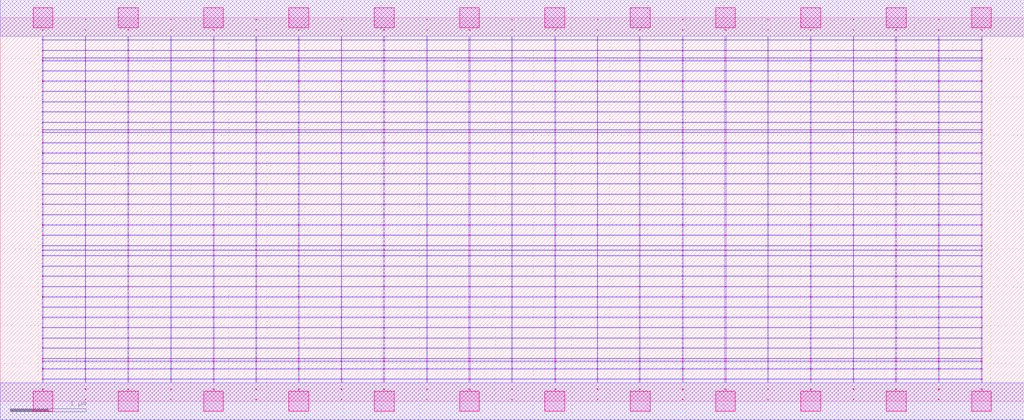
<source format=lef>
MACRO OOOAOAOI222111_DEBUG
 CLASS CORE ;
 FOREIGN OOOAOAOI222111_DEBUG 0 0 ;
 SIZE 13.44 BY 5.04 ;
 ORIGIN 0 0 ;
 SYMMETRY X Y R90 ;
 SITE unit ;

 OBS
    LAYER polycont ;
     RECT 6.71600000 2.58300000 6.72400000 2.59100000 ;
     RECT 6.71600000 2.71800000 6.72400000 2.72600000 ;
     RECT 6.71600000 2.85300000 6.72400000 2.86100000 ;
     RECT 6.71600000 2.98800000 6.72400000 2.99600000 ;
     RECT 8.95600000 2.58300000 8.96400000 2.59100000 ;
     RECT 9.51100000 2.58300000 9.52900000 2.59100000 ;
     RECT 10.07600000 2.58300000 10.08400000 2.59100000 ;
     RECT 10.63100000 2.58300000 10.64900000 2.59100000 ;
     RECT 11.19600000 2.58300000 11.20400000 2.59100000 ;
     RECT 11.75100000 2.58300000 11.76900000 2.59100000 ;
     RECT 12.31600000 2.58300000 12.32400000 2.59100000 ;
     RECT 12.87600000 2.58300000 12.88900000 2.59100000 ;
     RECT 7.27600000 2.58300000 7.28900000 2.59100000 ;
     RECT 7.27600000 2.71800000 7.28900000 2.72600000 ;
     RECT 7.83600000 2.71800000 7.84400000 2.72600000 ;
     RECT 8.39100000 2.71800000 8.40400000 2.72600000 ;
     RECT 8.95600000 2.71800000 8.96400000 2.72600000 ;
     RECT 9.51100000 2.71800000 9.52900000 2.72600000 ;
     RECT 10.07600000 2.71800000 10.08400000 2.72600000 ;
     RECT 10.63100000 2.71800000 10.64900000 2.72600000 ;
     RECT 11.19600000 2.71800000 11.20400000 2.72600000 ;
     RECT 11.75100000 2.71800000 11.76900000 2.72600000 ;
     RECT 12.31600000 2.71800000 12.32400000 2.72600000 ;
     RECT 12.87600000 2.71800000 12.88900000 2.72600000 ;
     RECT 7.83600000 2.58300000 7.84400000 2.59100000 ;
     RECT 7.27600000 2.85300000 7.28900000 2.86100000 ;
     RECT 7.83600000 2.85300000 7.84400000 2.86100000 ;
     RECT 8.39100000 2.85300000 8.40400000 2.86100000 ;
     RECT 8.95600000 2.85300000 8.96400000 2.86100000 ;
     RECT 9.51100000 2.85300000 9.52900000 2.86100000 ;
     RECT 10.07600000 2.85300000 10.08400000 2.86100000 ;
     RECT 10.63100000 2.85300000 10.64900000 2.86100000 ;
     RECT 11.19600000 2.85300000 11.20400000 2.86100000 ;
     RECT 11.75100000 2.85300000 11.76900000 2.86100000 ;
     RECT 12.31600000 2.85300000 12.32400000 2.86100000 ;
     RECT 12.87600000 2.85300000 12.88900000 2.86100000 ;
     RECT 8.39100000 2.58300000 8.40400000 2.59100000 ;
     RECT 7.27600000 2.98800000 7.28900000 2.99600000 ;
     RECT 7.83600000 2.98800000 7.84400000 2.99600000 ;
     RECT 8.39100000 2.98800000 8.40400000 2.99600000 ;
     RECT 8.95600000 2.98800000 8.96400000 2.99600000 ;
     RECT 9.51100000 2.98800000 9.52900000 2.99600000 ;
     RECT 10.07600000 2.98800000 10.08400000 2.99600000 ;
     RECT 10.63100000 2.98800000 10.64900000 2.99600000 ;
     RECT 11.19600000 2.98800000 11.20400000 2.99600000 ;
     RECT 11.75100000 2.98800000 11.76900000 2.99600000 ;
     RECT 12.31600000 2.98800000 12.32400000 2.99600000 ;
     RECT 12.87600000 2.98800000 12.88900000 2.99600000 ;
     RECT 7.83600000 3.12300000 7.84400000 3.13100000 ;
     RECT 7.83600000 3.25800000 7.84400000 3.26600000 ;
     RECT 7.83600000 3.39300000 7.84400000 3.40100000 ;
     RECT 7.83600000 3.52800000 7.84400000 3.53600000 ;
     RECT 7.83600000 3.56100000 7.84400000 3.56900000 ;
     RECT 7.83600000 3.66300000 7.84400000 3.67100000 ;
     RECT 7.83600000 3.79800000 7.84400000 3.80600000 ;
     RECT 7.83600000 3.93300000 7.84400000 3.94100000 ;
     RECT 7.83600000 4.06800000 7.84400000 4.07600000 ;
     RECT 7.83600000 4.20300000 7.84400000 4.21100000 ;
     RECT 7.83600000 4.33800000 7.84400000 4.34600000 ;
     RECT 7.83600000 4.47300000 7.84400000 4.48100000 ;
     RECT 7.83600000 4.51100000 7.84400000 4.51900000 ;
     RECT 7.83600000 4.60800000 7.84400000 4.61600000 ;
     RECT 7.83600000 4.74300000 7.84400000 4.75100000 ;
     RECT 7.83600000 4.87800000 7.84400000 4.88600000 ;
     RECT 5.03100000 2.71800000 5.04900000 2.72600000 ;
     RECT 5.59600000 2.71800000 5.60400000 2.72600000 ;
     RECT 6.15100000 2.71800000 6.16900000 2.72600000 ;
     RECT 1.11600000 2.58300000 1.12400000 2.59100000 ;
     RECT 1.67100000 2.58300000 1.68900000 2.59100000 ;
     RECT 0.55100000 2.98800000 0.56400000 2.99600000 ;
     RECT 1.11600000 2.98800000 1.12400000 2.99600000 ;
     RECT 1.67100000 2.98800000 1.68900000 2.99600000 ;
     RECT 2.23600000 2.98800000 2.24400000 2.99600000 ;
     RECT 2.79600000 2.98800000 2.80900000 2.99600000 ;
     RECT 3.35600000 2.98800000 3.36400000 2.99600000 ;
     RECT 3.91100000 2.98800000 3.92400000 2.99600000 ;
     RECT 4.47600000 2.98800000 4.48400000 2.99600000 ;
     RECT 5.03100000 2.98800000 5.04900000 2.99600000 ;
     RECT 5.59600000 2.98800000 5.60400000 2.99600000 ;
     RECT 6.15100000 2.98800000 6.16900000 2.99600000 ;
     RECT 2.23600000 2.58300000 2.24400000 2.59100000 ;
     RECT 2.79600000 2.58300000 2.80900000 2.59100000 ;
     RECT 3.35600000 2.58300000 3.36400000 2.59100000 ;
     RECT 3.91100000 2.58300000 3.92400000 2.59100000 ;
     RECT 4.47600000 2.58300000 4.48400000 2.59100000 ;
     RECT 5.03100000 2.58300000 5.04900000 2.59100000 ;
     RECT 5.59600000 2.58300000 5.60400000 2.59100000 ;
     RECT 6.15100000 2.58300000 6.16900000 2.59100000 ;
     RECT 0.55100000 2.58300000 0.56400000 2.59100000 ;
     RECT 0.55100000 2.71800000 0.56400000 2.72600000 ;
     RECT 0.55100000 2.85300000 0.56400000 2.86100000 ;
     RECT 1.11600000 2.85300000 1.12400000 2.86100000 ;
     RECT 3.35600000 3.12300000 3.36400000 3.13100000 ;
     RECT 1.67100000 2.85300000 1.68900000 2.86100000 ;
     RECT 3.35600000 3.25800000 3.36400000 3.26600000 ;
     RECT 2.23600000 2.85300000 2.24400000 2.86100000 ;
     RECT 3.35600000 3.39300000 3.36400000 3.40100000 ;
     RECT 2.79600000 2.85300000 2.80900000 2.86100000 ;
     RECT 3.35600000 3.52800000 3.36400000 3.53600000 ;
     RECT 3.35600000 2.85300000 3.36400000 2.86100000 ;
     RECT 3.35600000 3.56100000 3.36400000 3.56900000 ;
     RECT 3.91100000 2.85300000 3.92400000 2.86100000 ;
     RECT 3.35600000 3.66300000 3.36400000 3.67100000 ;
     RECT 4.47600000 2.85300000 4.48400000 2.86100000 ;
     RECT 3.35600000 3.79800000 3.36400000 3.80600000 ;
     RECT 5.03100000 2.85300000 5.04900000 2.86100000 ;
     RECT 3.35600000 3.93300000 3.36400000 3.94100000 ;
     RECT 5.59600000 2.85300000 5.60400000 2.86100000 ;
     RECT 3.35600000 4.06800000 3.36400000 4.07600000 ;
     RECT 6.15100000 2.85300000 6.16900000 2.86100000 ;
     RECT 3.35600000 4.20300000 3.36400000 4.21100000 ;
     RECT 1.11600000 2.71800000 1.12400000 2.72600000 ;
     RECT 3.35600000 4.33800000 3.36400000 4.34600000 ;
     RECT 1.67100000 2.71800000 1.68900000 2.72600000 ;
     RECT 3.35600000 4.47300000 3.36400000 4.48100000 ;
     RECT 2.23600000 2.71800000 2.24400000 2.72600000 ;
     RECT 3.35600000 4.51100000 3.36400000 4.51900000 ;
     RECT 2.79600000 2.71800000 2.80900000 2.72600000 ;
     RECT 3.35600000 4.60800000 3.36400000 4.61600000 ;
     RECT 3.35600000 2.71800000 3.36400000 2.72600000 ;
     RECT 3.35600000 4.74300000 3.36400000 4.75100000 ;
     RECT 3.91100000 2.71800000 3.92400000 2.72600000 ;
     RECT 3.35600000 4.87800000 3.36400000 4.88600000 ;
     RECT 4.47600000 2.71800000 4.48400000 2.72600000 ;
     RECT 2.23600000 0.55800000 2.24400000 0.56600000 ;
     RECT 2.23600000 0.69300000 2.24400000 0.70100000 ;
     RECT 2.23600000 0.82800000 2.24400000 0.83600000 ;
     RECT 2.23600000 0.96300000 2.24400000 0.97100000 ;
     RECT 2.23600000 1.09800000 2.24400000 1.10600000 ;
     RECT 2.23600000 1.23300000 2.24400000 1.24100000 ;
     RECT 2.23600000 1.36800000 2.24400000 1.37600000 ;
     RECT 2.23600000 1.50300000 2.24400000 1.51100000 ;
     RECT 2.23600000 1.63800000 2.24400000 1.64600000 ;
     RECT 2.23600000 1.77300000 2.24400000 1.78100000 ;
     RECT 2.23600000 1.90800000 2.24400000 1.91600000 ;
     RECT 2.23600000 1.98100000 2.24400000 1.98900000 ;
     RECT 2.23600000 2.04300000 2.24400000 2.05100000 ;
     RECT 2.23600000 2.17800000 2.24400000 2.18600000 ;
     RECT 2.23600000 2.31300000 2.24400000 2.32100000 ;
     RECT 2.23600000 2.44800000 2.24400000 2.45600000 ;
     RECT 2.23600000 0.15300000 2.24400000 0.16100000 ;
     RECT 2.23600000 0.28800000 2.24400000 0.29600000 ;
     RECT 2.23600000 0.42300000 2.24400000 0.43100000 ;
     RECT 2.23600000 0.52100000 2.24400000 0.52900000 ;
     RECT 12.87600000 0.42300000 12.88900000 0.43100000 ;
     RECT 12.31600000 1.09800000 12.32400000 1.10600000 ;
     RECT 12.87600000 1.09800000 12.88900000 1.10600000 ;
     RECT 12.31600000 0.15300000 12.32400000 0.16100000 ;
     RECT 12.31600000 1.23300000 12.32400000 1.24100000 ;
     RECT 12.87600000 1.23300000 12.88900000 1.24100000 ;
     RECT 12.31600000 0.52100000 12.32400000 0.52900000 ;
     RECT 12.31600000 1.36800000 12.32400000 1.37600000 ;
     RECT 12.87600000 1.36800000 12.88900000 1.37600000 ;
     RECT 12.87600000 0.52100000 12.88900000 0.52900000 ;
     RECT 12.31600000 1.50300000 12.32400000 1.51100000 ;
     RECT 12.87600000 1.50300000 12.88900000 1.51100000 ;
     RECT 12.31600000 0.28800000 12.32400000 0.29600000 ;
     RECT 12.31600000 1.63800000 12.32400000 1.64600000 ;
     RECT 12.87600000 1.63800000 12.88900000 1.64600000 ;
     RECT 12.31600000 0.55800000 12.32400000 0.56600000 ;
     RECT 12.31600000 1.77300000 12.32400000 1.78100000 ;
     RECT 12.87600000 1.77300000 12.88900000 1.78100000 ;
     RECT 12.87600000 0.55800000 12.88900000 0.56600000 ;
     RECT 12.31600000 1.90800000 12.32400000 1.91600000 ;
     RECT 12.87600000 1.90800000 12.88900000 1.91600000 ;
     RECT 12.87600000 0.28800000 12.88900000 0.29600000 ;
     RECT 12.31600000 1.98100000 12.32400000 1.98900000 ;
     RECT 12.87600000 1.98100000 12.88900000 1.98900000 ;
     RECT 12.31600000 0.69300000 12.32400000 0.70100000 ;
     RECT 12.31600000 2.04300000 12.32400000 2.05100000 ;
     RECT 12.87600000 2.04300000 12.88900000 2.05100000 ;
     RECT 12.87600000 0.69300000 12.88900000 0.70100000 ;
     RECT 12.31600000 2.17800000 12.32400000 2.18600000 ;
     RECT 12.87600000 2.17800000 12.88900000 2.18600000 ;
     RECT 12.87600000 0.15300000 12.88900000 0.16100000 ;
     RECT 12.31600000 2.31300000 12.32400000 2.32100000 ;
     RECT 12.87600000 2.31300000 12.88900000 2.32100000 ;
     RECT 12.31600000 0.82800000 12.32400000 0.83600000 ;
     RECT 12.31600000 2.44800000 12.32400000 2.45600000 ;
     RECT 12.87600000 2.44800000 12.88900000 2.45600000 ;
     RECT 12.87600000 0.82800000 12.88900000 0.83600000 ;
     RECT 12.31600000 0.42300000 12.32400000 0.43100000 ;
     RECT 12.31600000 0.96300000 12.32400000 0.97100000 ;
     RECT 12.87600000 0.96300000 12.88900000 0.97100000 ;

    LAYER pdiffc ;
     RECT 0.55100000 3.39300000 0.55900000 3.40100000 ;
     RECT 2.80100000 3.39300000 2.80900000 3.40100000 ;
     RECT 3.91100000 3.39300000 3.91900000 3.40100000 ;
     RECT 7.28100000 3.39300000 7.28900000 3.40100000 ;
     RECT 8.39100000 3.39300000 8.39900000 3.40100000 ;
     RECT 12.88100000 3.39300000 12.88900000 3.40100000 ;
     RECT 0.55100000 3.52800000 0.55900000 3.53600000 ;
     RECT 2.80100000 3.52800000 2.80900000 3.53600000 ;
     RECT 3.91100000 3.52800000 3.91900000 3.53600000 ;
     RECT 7.28100000 3.52800000 7.28900000 3.53600000 ;
     RECT 8.39100000 3.52800000 8.39900000 3.53600000 ;
     RECT 12.88100000 3.52800000 12.88900000 3.53600000 ;
     RECT 0.55100000 3.56100000 0.55900000 3.56900000 ;
     RECT 2.80100000 3.56100000 2.80900000 3.56900000 ;
     RECT 3.91100000 3.56100000 3.91900000 3.56900000 ;
     RECT 7.28100000 3.56100000 7.28900000 3.56900000 ;
     RECT 8.39100000 3.56100000 8.39900000 3.56900000 ;
     RECT 12.88100000 3.56100000 12.88900000 3.56900000 ;
     RECT 0.55100000 3.66300000 0.55900000 3.67100000 ;
     RECT 2.80100000 3.66300000 2.80900000 3.67100000 ;
     RECT 3.91100000 3.66300000 3.91900000 3.67100000 ;
     RECT 7.28100000 3.66300000 7.28900000 3.67100000 ;
     RECT 8.39100000 3.66300000 8.39900000 3.67100000 ;
     RECT 12.88100000 3.66300000 12.88900000 3.67100000 ;
     RECT 0.55100000 3.79800000 0.55900000 3.80600000 ;
     RECT 2.80100000 3.79800000 2.80900000 3.80600000 ;
     RECT 3.91100000 3.79800000 3.91900000 3.80600000 ;
     RECT 7.28100000 3.79800000 7.28900000 3.80600000 ;
     RECT 8.39100000 3.79800000 8.39900000 3.80600000 ;
     RECT 12.88100000 3.79800000 12.88900000 3.80600000 ;
     RECT 0.55100000 3.93300000 0.55900000 3.94100000 ;
     RECT 2.80100000 3.93300000 2.80900000 3.94100000 ;
     RECT 3.91100000 3.93300000 3.91900000 3.94100000 ;
     RECT 7.28100000 3.93300000 7.28900000 3.94100000 ;
     RECT 8.39100000 3.93300000 8.39900000 3.94100000 ;
     RECT 12.88100000 3.93300000 12.88900000 3.94100000 ;
     RECT 0.55100000 4.06800000 0.55900000 4.07600000 ;
     RECT 2.80100000 4.06800000 2.80900000 4.07600000 ;
     RECT 3.91100000 4.06800000 3.91900000 4.07600000 ;
     RECT 7.28100000 4.06800000 7.28900000 4.07600000 ;
     RECT 8.39100000 4.06800000 8.39900000 4.07600000 ;
     RECT 12.88100000 4.06800000 12.88900000 4.07600000 ;
     RECT 0.55100000 4.20300000 0.55900000 4.21100000 ;
     RECT 2.80100000 4.20300000 2.80900000 4.21100000 ;
     RECT 3.91100000 4.20300000 3.91900000 4.21100000 ;
     RECT 7.28100000 4.20300000 7.28900000 4.21100000 ;
     RECT 8.39100000 4.20300000 8.39900000 4.21100000 ;
     RECT 12.88100000 4.20300000 12.88900000 4.21100000 ;
     RECT 0.55100000 4.33800000 0.55900000 4.34600000 ;
     RECT 2.80100000 4.33800000 2.80900000 4.34600000 ;
     RECT 3.91100000 4.33800000 3.91900000 4.34600000 ;
     RECT 7.28100000 4.33800000 7.28900000 4.34600000 ;
     RECT 8.39100000 4.33800000 8.39900000 4.34600000 ;
     RECT 12.88100000 4.33800000 12.88900000 4.34600000 ;
     RECT 0.55100000 4.47300000 0.55900000 4.48100000 ;
     RECT 2.80100000 4.47300000 2.80900000 4.48100000 ;
     RECT 3.91100000 4.47300000 3.91900000 4.48100000 ;
     RECT 7.28100000 4.47300000 7.28900000 4.48100000 ;
     RECT 8.39100000 4.47300000 8.39900000 4.48100000 ;
     RECT 12.88100000 4.47300000 12.88900000 4.48100000 ;
     RECT 0.55100000 4.51100000 0.55900000 4.51900000 ;
     RECT 2.80100000 4.51100000 2.80900000 4.51900000 ;
     RECT 3.91100000 4.51100000 3.91900000 4.51900000 ;
     RECT 7.28100000 4.51100000 7.28900000 4.51900000 ;
     RECT 8.39100000 4.51100000 8.39900000 4.51900000 ;
     RECT 12.88100000 4.51100000 12.88900000 4.51900000 ;
     RECT 0.55100000 4.60800000 0.55900000 4.61600000 ;
     RECT 2.80100000 4.60800000 2.80900000 4.61600000 ;
     RECT 3.91100000 4.60800000 3.91900000 4.61600000 ;
     RECT 7.28100000 4.60800000 7.28900000 4.61600000 ;
     RECT 8.39100000 4.60800000 8.39900000 4.61600000 ;
     RECT 12.88100000 4.60800000 12.88900000 4.61600000 ;

    LAYER ndiffc ;
     RECT 6.15100000 0.42300000 6.16900000 0.43100000 ;
     RECT 6.15100000 0.52100000 6.16900000 0.52900000 ;
     RECT 6.15100000 0.55800000 6.16900000 0.56600000 ;
     RECT 6.15100000 0.69300000 6.16900000 0.70100000 ;
     RECT 6.15100000 0.82800000 6.16900000 0.83600000 ;
     RECT 6.15100000 0.96300000 6.16900000 0.97100000 ;
     RECT 6.15100000 1.09800000 6.16900000 1.10600000 ;
     RECT 6.15100000 1.23300000 6.16900000 1.24100000 ;
     RECT 6.15100000 1.36800000 6.16900000 1.37600000 ;
     RECT 6.15100000 1.50300000 6.16900000 1.51100000 ;
     RECT 6.15100000 1.63800000 6.16900000 1.64600000 ;
     RECT 6.15100000 1.77300000 6.16900000 1.78100000 ;
     RECT 6.15100000 1.90800000 6.16900000 1.91600000 ;
     RECT 6.15100000 1.98100000 6.16900000 1.98900000 ;
     RECT 6.15100000 2.04300000 6.16900000 2.05100000 ;
     RECT 9.51100000 0.55800000 9.52900000 0.56600000 ;
     RECT 10.63100000 0.55800000 10.64900000 0.56600000 ;
     RECT 11.75100000 0.55800000 11.76900000 0.56600000 ;
     RECT 9.51100000 0.42300000 9.52900000 0.43100000 ;
     RECT 7.27600000 0.69300000 7.28900000 0.70100000 ;
     RECT 8.39100000 0.69300000 8.40400000 0.70100000 ;
     RECT 9.51100000 0.69300000 9.52900000 0.70100000 ;
     RECT 10.63100000 0.69300000 10.64900000 0.70100000 ;
     RECT 11.75100000 0.69300000 11.76900000 0.70100000 ;
     RECT 10.63100000 0.42300000 10.64900000 0.43100000 ;
     RECT 7.27600000 0.82800000 7.28900000 0.83600000 ;
     RECT 8.39100000 0.82800000 8.40400000 0.83600000 ;
     RECT 9.51100000 0.82800000 9.52900000 0.83600000 ;
     RECT 10.63100000 0.82800000 10.64900000 0.83600000 ;
     RECT 11.75100000 0.82800000 11.76900000 0.83600000 ;
     RECT 11.75100000 0.42300000 11.76900000 0.43100000 ;
     RECT 7.27600000 0.96300000 7.28900000 0.97100000 ;
     RECT 8.39100000 0.96300000 8.40400000 0.97100000 ;
     RECT 9.51100000 0.96300000 9.52900000 0.97100000 ;
     RECT 10.63100000 0.96300000 10.64900000 0.97100000 ;
     RECT 11.75100000 0.96300000 11.76900000 0.97100000 ;
     RECT 7.27600000 0.42300000 7.28900000 0.43100000 ;
     RECT 7.27600000 1.09800000 7.28900000 1.10600000 ;
     RECT 8.39100000 1.09800000 8.40400000 1.10600000 ;
     RECT 9.51100000 1.09800000 9.52900000 1.10600000 ;
     RECT 10.63100000 1.09800000 10.64900000 1.10600000 ;
     RECT 11.75100000 1.09800000 11.76900000 1.10600000 ;
     RECT 7.27600000 0.52100000 7.28900000 0.52900000 ;
     RECT 7.27600000 1.23300000 7.28900000 1.24100000 ;
     RECT 8.39100000 1.23300000 8.40400000 1.24100000 ;
     RECT 9.51100000 1.23300000 9.52900000 1.24100000 ;
     RECT 10.63100000 1.23300000 10.64900000 1.24100000 ;
     RECT 11.75100000 1.23300000 11.76900000 1.24100000 ;
     RECT 8.39100000 0.52100000 8.40400000 0.52900000 ;
     RECT 7.27600000 1.36800000 7.28900000 1.37600000 ;
     RECT 8.39100000 1.36800000 8.40400000 1.37600000 ;
     RECT 9.51100000 1.36800000 9.52900000 1.37600000 ;
     RECT 10.63100000 1.36800000 10.64900000 1.37600000 ;
     RECT 11.75100000 1.36800000 11.76900000 1.37600000 ;
     RECT 9.51100000 0.52100000 9.52900000 0.52900000 ;
     RECT 7.27600000 1.50300000 7.28900000 1.51100000 ;
     RECT 8.39100000 1.50300000 8.40400000 1.51100000 ;
     RECT 9.51100000 1.50300000 9.52900000 1.51100000 ;
     RECT 10.63100000 1.50300000 10.64900000 1.51100000 ;
     RECT 11.75100000 1.50300000 11.76900000 1.51100000 ;
     RECT 10.63100000 0.52100000 10.64900000 0.52900000 ;
     RECT 7.27600000 1.63800000 7.28900000 1.64600000 ;
     RECT 8.39100000 1.63800000 8.40400000 1.64600000 ;
     RECT 9.51100000 1.63800000 9.52900000 1.64600000 ;
     RECT 10.63100000 1.63800000 10.64900000 1.64600000 ;
     RECT 11.75100000 1.63800000 11.76900000 1.64600000 ;
     RECT 11.75100000 0.52100000 11.76900000 0.52900000 ;
     RECT 7.27600000 1.77300000 7.28900000 1.78100000 ;
     RECT 8.39100000 1.77300000 8.40400000 1.78100000 ;
     RECT 9.51100000 1.77300000 9.52900000 1.78100000 ;
     RECT 10.63100000 1.77300000 10.64900000 1.78100000 ;
     RECT 11.75100000 1.77300000 11.76900000 1.78100000 ;
     RECT 8.39100000 0.42300000 8.40400000 0.43100000 ;
     RECT 7.27600000 1.90800000 7.28900000 1.91600000 ;
     RECT 8.39100000 1.90800000 8.40400000 1.91600000 ;
     RECT 9.51100000 1.90800000 9.52900000 1.91600000 ;
     RECT 10.63100000 1.90800000 10.64900000 1.91600000 ;
     RECT 11.75100000 1.90800000 11.76900000 1.91600000 ;
     RECT 7.27600000 0.55800000 7.28900000 0.56600000 ;
     RECT 7.27600000 1.98100000 7.28900000 1.98900000 ;
     RECT 8.39100000 1.98100000 8.40400000 1.98900000 ;
     RECT 9.51100000 1.98100000 9.52900000 1.98900000 ;
     RECT 10.63100000 1.98100000 10.64900000 1.98900000 ;
     RECT 11.75100000 1.98100000 11.76900000 1.98900000 ;
     RECT 8.39100000 0.55800000 8.40400000 0.56600000 ;
     RECT 7.27600000 2.04300000 7.28900000 2.05100000 ;
     RECT 8.39100000 2.04300000 8.40400000 2.05100000 ;
     RECT 9.51100000 2.04300000 9.52900000 2.05100000 ;
     RECT 10.63100000 2.04300000 10.64900000 2.05100000 ;
     RECT 11.75100000 2.04300000 11.76900000 2.05100000 ;
     RECT 2.79600000 1.36800000 2.80900000 1.37600000 ;
     RECT 3.91100000 1.36800000 3.92400000 1.37600000 ;
     RECT 5.03100000 1.36800000 5.04900000 1.37600000 ;
     RECT 5.03100000 0.82800000 5.04900000 0.83600000 ;
     RECT 2.79600000 0.55800000 2.80900000 0.56600000 ;
     RECT 3.91100000 0.55800000 3.92400000 0.56600000 ;
     RECT 5.03100000 0.55800000 5.04900000 0.56600000 ;
     RECT 1.67100000 0.52100000 1.68900000 0.52900000 ;
     RECT 2.79600000 0.52100000 2.80900000 0.52900000 ;
     RECT 0.55100000 1.50300000 0.56400000 1.51100000 ;
     RECT 1.67100000 1.50300000 1.68900000 1.51100000 ;
     RECT 2.79600000 1.50300000 2.80900000 1.51100000 ;
     RECT 3.91100000 1.50300000 3.92400000 1.51100000 ;
     RECT 5.03100000 1.50300000 5.04900000 1.51100000 ;
     RECT 3.91100000 0.52100000 3.92400000 0.52900000 ;
     RECT 0.55100000 0.96300000 0.56400000 0.97100000 ;
     RECT 1.67100000 0.96300000 1.68900000 0.97100000 ;
     RECT 2.79600000 0.96300000 2.80900000 0.97100000 ;
     RECT 3.91100000 0.96300000 3.92400000 0.97100000 ;
     RECT 5.03100000 0.96300000 5.04900000 0.97100000 ;
     RECT 0.55100000 1.63800000 0.56400000 1.64600000 ;
     RECT 1.67100000 1.63800000 1.68900000 1.64600000 ;
     RECT 2.79600000 1.63800000 2.80900000 1.64600000 ;
     RECT 3.91100000 1.63800000 3.92400000 1.64600000 ;
     RECT 5.03100000 1.63800000 5.04900000 1.64600000 ;
     RECT 5.03100000 0.52100000 5.04900000 0.52900000 ;
     RECT 1.67100000 0.42300000 1.68900000 0.43100000 ;
     RECT 2.79600000 0.42300000 2.80900000 0.43100000 ;
     RECT 0.55100000 0.69300000 0.56400000 0.70100000 ;
     RECT 1.67100000 0.69300000 1.68900000 0.70100000 ;
     RECT 2.79600000 0.69300000 2.80900000 0.70100000 ;
     RECT 0.55100000 1.77300000 0.56400000 1.78100000 ;
     RECT 1.67100000 1.77300000 1.68900000 1.78100000 ;
     RECT 2.79600000 1.77300000 2.80900000 1.78100000 ;
     RECT 3.91100000 1.77300000 3.92400000 1.78100000 ;
     RECT 5.03100000 1.77300000 5.04900000 1.78100000 ;
     RECT 0.55100000 1.09800000 0.56400000 1.10600000 ;
     RECT 1.67100000 1.09800000 1.68900000 1.10600000 ;
     RECT 2.79600000 1.09800000 2.80900000 1.10600000 ;
     RECT 3.91100000 1.09800000 3.92400000 1.10600000 ;
     RECT 5.03100000 1.09800000 5.04900000 1.10600000 ;
     RECT 3.91100000 0.69300000 3.92400000 0.70100000 ;
     RECT 0.55100000 1.90800000 0.56400000 1.91600000 ;
     RECT 1.67100000 1.90800000 1.68900000 1.91600000 ;
     RECT 2.79600000 1.90800000 2.80900000 1.91600000 ;
     RECT 3.91100000 1.90800000 3.92400000 1.91600000 ;
     RECT 5.03100000 1.90800000 5.04900000 1.91600000 ;
     RECT 5.03100000 0.69300000 5.04900000 0.70100000 ;
     RECT 3.91100000 0.42300000 3.92400000 0.43100000 ;
     RECT 5.03100000 0.42300000 5.04900000 0.43100000 ;
     RECT 0.55100000 0.42300000 0.56400000 0.43100000 ;
     RECT 0.55100000 0.52100000 0.56400000 0.52900000 ;
     RECT 0.55100000 1.23300000 0.56400000 1.24100000 ;
     RECT 0.55100000 1.98100000 0.56400000 1.98900000 ;
     RECT 1.67100000 1.98100000 1.68900000 1.98900000 ;
     RECT 2.79600000 1.98100000 2.80900000 1.98900000 ;
     RECT 3.91100000 1.98100000 3.92400000 1.98900000 ;
     RECT 5.03100000 1.98100000 5.04900000 1.98900000 ;
     RECT 1.67100000 1.23300000 1.68900000 1.24100000 ;
     RECT 2.79600000 1.23300000 2.80900000 1.24100000 ;
     RECT 3.91100000 1.23300000 3.92400000 1.24100000 ;
     RECT 5.03100000 1.23300000 5.04900000 1.24100000 ;
     RECT 0.55100000 0.55800000 0.56400000 0.56600000 ;
     RECT 1.67100000 0.55800000 1.68900000 0.56600000 ;
     RECT 0.55100000 2.04300000 0.56400000 2.05100000 ;
     RECT 1.67100000 2.04300000 1.68900000 2.05100000 ;
     RECT 2.79600000 2.04300000 2.80900000 2.05100000 ;
     RECT 3.91100000 2.04300000 3.92400000 2.05100000 ;
     RECT 5.03100000 2.04300000 5.04900000 2.05100000 ;
     RECT 0.55100000 0.82800000 0.56400000 0.83600000 ;
     RECT 1.67100000 0.82800000 1.68900000 0.83600000 ;
     RECT 2.79600000 0.82800000 2.80900000 0.83600000 ;
     RECT 3.91100000 0.82800000 3.92400000 0.83600000 ;
     RECT 0.55100000 1.36800000 0.56400000 1.37600000 ;
     RECT 1.67100000 1.36800000 1.68900000 1.37600000 ;

    LAYER met1 ;
     RECT 0.00000000 -0.24000000 13.44000000 0.24000000 ;
     RECT 6.71600000 0.24000000 6.72400000 0.28800000 ;
     RECT 0.55100000 0.28800000 12.88900000 0.29600000 ;
     RECT 6.71600000 0.29600000 6.72400000 0.42300000 ;
     RECT 0.55100000 0.42300000 12.88900000 0.43100000 ;
     RECT 6.71600000 0.43100000 6.72400000 0.52100000 ;
     RECT 0.55100000 0.52100000 12.88900000 0.52900000 ;
     RECT 6.71600000 0.52900000 6.72400000 0.55800000 ;
     RECT 0.55100000 0.55800000 12.88900000 0.56600000 ;
     RECT 6.71600000 0.56600000 6.72400000 0.69300000 ;
     RECT 0.55100000 0.69300000 12.88900000 0.70100000 ;
     RECT 6.71600000 0.70100000 6.72400000 0.82800000 ;
     RECT 0.55100000 0.82800000 12.88900000 0.83600000 ;
     RECT 6.71600000 0.83600000 6.72400000 0.96300000 ;
     RECT 0.55100000 0.96300000 12.88900000 0.97100000 ;
     RECT 6.71600000 0.97100000 6.72400000 1.09800000 ;
     RECT 0.55100000 1.09800000 12.88900000 1.10600000 ;
     RECT 6.71600000 1.10600000 6.72400000 1.23300000 ;
     RECT 0.55100000 1.23300000 12.88900000 1.24100000 ;
     RECT 6.71600000 1.24100000 6.72400000 1.36800000 ;
     RECT 0.55100000 1.36800000 12.88900000 1.37600000 ;
     RECT 6.71600000 1.37600000 6.72400000 1.50300000 ;
     RECT 0.55100000 1.50300000 12.88900000 1.51100000 ;
     RECT 6.71600000 1.51100000 6.72400000 1.63800000 ;
     RECT 0.55100000 1.63800000 12.88900000 1.64600000 ;
     RECT 6.71600000 1.64600000 6.72400000 1.77300000 ;
     RECT 0.55100000 1.77300000 12.88900000 1.78100000 ;
     RECT 6.71600000 1.78100000 6.72400000 1.90800000 ;
     RECT 0.55100000 1.90800000 12.88900000 1.91600000 ;
     RECT 6.71600000 1.91600000 6.72400000 1.98100000 ;
     RECT 0.55100000 1.98100000 12.88900000 1.98900000 ;
     RECT 6.71600000 1.98900000 6.72400000 2.04300000 ;
     RECT 0.55100000 2.04300000 12.88900000 2.05100000 ;
     RECT 6.71600000 2.05100000 6.72400000 2.17800000 ;
     RECT 0.55100000 2.17800000 12.88900000 2.18600000 ;
     RECT 6.71600000 2.18600000 6.72400000 2.31300000 ;
     RECT 0.55100000 2.31300000 12.88900000 2.32100000 ;
     RECT 6.71600000 2.32100000 6.72400000 2.44800000 ;
     RECT 0.55100000 2.44800000 12.88900000 2.45600000 ;
     RECT 0.55100000 2.45600000 0.56400000 2.58300000 ;
     RECT 1.11600000 2.45600000 1.12400000 2.58300000 ;
     RECT 1.67100000 2.45600000 1.68900000 2.58300000 ;
     RECT 2.23600000 2.45600000 2.24400000 2.58300000 ;
     RECT 2.79600000 2.45600000 2.80900000 2.58300000 ;
     RECT 3.35600000 2.45600000 3.36400000 2.58300000 ;
     RECT 3.91100000 2.45600000 3.92400000 2.58300000 ;
     RECT 4.47600000 2.45600000 4.48400000 2.58300000 ;
     RECT 5.03100000 2.45600000 5.04900000 2.58300000 ;
     RECT 5.59600000 2.45600000 5.60400000 2.58300000 ;
     RECT 6.15100000 2.45600000 6.16900000 2.58300000 ;
     RECT 6.71600000 2.45600000 6.72400000 2.58300000 ;
     RECT 7.27600000 2.45600000 7.28900000 2.58300000 ;
     RECT 7.83600000 2.45600000 7.84400000 2.58300000 ;
     RECT 8.39100000 2.45600000 8.40400000 2.58300000 ;
     RECT 8.95600000 2.45600000 8.96400000 2.58300000 ;
     RECT 9.51100000 2.45600000 9.52900000 2.58300000 ;
     RECT 10.07600000 2.45600000 10.08400000 2.58300000 ;
     RECT 10.63100000 2.45600000 10.64900000 2.58300000 ;
     RECT 11.19600000 2.45600000 11.20400000 2.58300000 ;
     RECT 11.75100000 2.45600000 11.76900000 2.58300000 ;
     RECT 12.31600000 2.45600000 12.32400000 2.58300000 ;
     RECT 12.87600000 2.45600000 12.88900000 2.58300000 ;
     RECT 0.55100000 2.58300000 12.88900000 2.59100000 ;
     RECT 6.71600000 2.59100000 6.72400000 2.71800000 ;
     RECT 0.55100000 2.71800000 12.88900000 2.72600000 ;
     RECT 6.71600000 2.72600000 6.72400000 2.85300000 ;
     RECT 0.55100000 2.85300000 12.88900000 2.86100000 ;
     RECT 6.71600000 2.86100000 6.72400000 2.98800000 ;
     RECT 0.55100000 2.98800000 12.88900000 2.99600000 ;
     RECT 6.71600000 2.99600000 6.72400000 3.12300000 ;
     RECT 0.55100000 3.12300000 12.88900000 3.13100000 ;
     RECT 6.71600000 3.13100000 6.72400000 3.25800000 ;
     RECT 0.55100000 3.25800000 12.88900000 3.26600000 ;
     RECT 6.71600000 3.26600000 6.72400000 3.39300000 ;
     RECT 0.55100000 3.39300000 12.88900000 3.40100000 ;
     RECT 6.71600000 3.40100000 6.72400000 3.52800000 ;
     RECT 0.55100000 3.52800000 12.88900000 3.53600000 ;
     RECT 6.71600000 3.53600000 6.72400000 3.56100000 ;
     RECT 0.55100000 3.56100000 12.88900000 3.56900000 ;
     RECT 6.71600000 3.56900000 6.72400000 3.66300000 ;
     RECT 0.55100000 3.66300000 12.88900000 3.67100000 ;
     RECT 6.71600000 3.67100000 6.72400000 3.79800000 ;
     RECT 0.55100000 3.79800000 12.88900000 3.80600000 ;
     RECT 6.71600000 3.80600000 6.72400000 3.93300000 ;
     RECT 0.55100000 3.93300000 12.88900000 3.94100000 ;
     RECT 6.71600000 3.94100000 6.72400000 4.06800000 ;
     RECT 0.55100000 4.06800000 12.88900000 4.07600000 ;
     RECT 6.71600000 4.07600000 6.72400000 4.20300000 ;
     RECT 0.55100000 4.20300000 12.88900000 4.21100000 ;
     RECT 6.71600000 4.21100000 6.72400000 4.33800000 ;
     RECT 0.55100000 4.33800000 12.88900000 4.34600000 ;
     RECT 6.71600000 4.34600000 6.72400000 4.47300000 ;
     RECT 0.55100000 4.47300000 12.88900000 4.48100000 ;
     RECT 6.71600000 4.48100000 6.72400000 4.51100000 ;
     RECT 0.55100000 4.51100000 12.88900000 4.51900000 ;
     RECT 6.71600000 4.51900000 6.72400000 4.60800000 ;
     RECT 0.55100000 4.60800000 12.88900000 4.61600000 ;
     RECT 6.71600000 4.61600000 6.72400000 4.74300000 ;
     RECT 0.55100000 4.74300000 12.88900000 4.75100000 ;
     RECT 6.71600000 4.75100000 6.72400000 4.80000000 ;
     RECT 0.00000000 4.80000000 13.44000000 5.28000000 ;
     RECT 10.07600000 2.59100000 10.08400000 2.71800000 ;
     RECT 10.07600000 2.99600000 10.08400000 3.12300000 ;
     RECT 10.07600000 3.13100000 10.08400000 3.25800000 ;
     RECT 10.07600000 3.26600000 10.08400000 3.39300000 ;
     RECT 10.07600000 3.40100000 10.08400000 3.52800000 ;
     RECT 10.07600000 3.53600000 10.08400000 3.56100000 ;
     RECT 10.07600000 3.56900000 10.08400000 3.66300000 ;
     RECT 10.07600000 3.67100000 10.08400000 3.79800000 ;
     RECT 10.07600000 2.72600000 10.08400000 2.85300000 ;
     RECT 7.27600000 3.80600000 7.28900000 3.93300000 ;
     RECT 7.83600000 3.80600000 7.84400000 3.93300000 ;
     RECT 8.39100000 3.80600000 8.40400000 3.93300000 ;
     RECT 8.95600000 3.80600000 8.96400000 3.93300000 ;
     RECT 9.51100000 3.80600000 9.52900000 3.93300000 ;
     RECT 10.07600000 3.80600000 10.08400000 3.93300000 ;
     RECT 10.63100000 3.80600000 10.64900000 3.93300000 ;
     RECT 11.19600000 3.80600000 11.20400000 3.93300000 ;
     RECT 11.75100000 3.80600000 11.76900000 3.93300000 ;
     RECT 12.31600000 3.80600000 12.32400000 3.93300000 ;
     RECT 12.87600000 3.80600000 12.88900000 3.93300000 ;
     RECT 10.07600000 3.94100000 10.08400000 4.06800000 ;
     RECT 10.07600000 4.07600000 10.08400000 4.20300000 ;
     RECT 10.07600000 4.21100000 10.08400000 4.33800000 ;
     RECT 10.07600000 4.34600000 10.08400000 4.47300000 ;
     RECT 10.07600000 4.48100000 10.08400000 4.51100000 ;
     RECT 10.07600000 2.86100000 10.08400000 2.98800000 ;
     RECT 10.07600000 4.51900000 10.08400000 4.60800000 ;
     RECT 10.07600000 4.61600000 10.08400000 4.74300000 ;
     RECT 10.07600000 4.75100000 10.08400000 4.80000000 ;
     RECT 11.75100000 4.07600000 11.76900000 4.20300000 ;
     RECT 12.31600000 4.07600000 12.32400000 4.20300000 ;
     RECT 12.87600000 4.07600000 12.88900000 4.20300000 ;
     RECT 11.19600000 3.94100000 11.20400000 4.06800000 ;
     RECT 10.63100000 4.21100000 10.64900000 4.33800000 ;
     RECT 11.19600000 4.21100000 11.20400000 4.33800000 ;
     RECT 11.75100000 4.21100000 11.76900000 4.33800000 ;
     RECT 12.31600000 4.21100000 12.32400000 4.33800000 ;
     RECT 12.87600000 4.21100000 12.88900000 4.33800000 ;
     RECT 11.75100000 3.94100000 11.76900000 4.06800000 ;
     RECT 10.63100000 4.34600000 10.64900000 4.47300000 ;
     RECT 11.19600000 4.34600000 11.20400000 4.47300000 ;
     RECT 11.75100000 4.34600000 11.76900000 4.47300000 ;
     RECT 12.31600000 4.34600000 12.32400000 4.47300000 ;
     RECT 12.87600000 4.34600000 12.88900000 4.47300000 ;
     RECT 12.31600000 3.94100000 12.32400000 4.06800000 ;
     RECT 10.63100000 4.48100000 10.64900000 4.51100000 ;
     RECT 11.19600000 4.48100000 11.20400000 4.51100000 ;
     RECT 11.75100000 4.48100000 11.76900000 4.51100000 ;
     RECT 12.31600000 4.48100000 12.32400000 4.51100000 ;
     RECT 12.87600000 4.48100000 12.88900000 4.51100000 ;
     RECT 12.87600000 3.94100000 12.88900000 4.06800000 ;
     RECT 10.63100000 3.94100000 10.64900000 4.06800000 ;
     RECT 10.63100000 4.51900000 10.64900000 4.60800000 ;
     RECT 11.19600000 4.51900000 11.20400000 4.60800000 ;
     RECT 11.75100000 4.51900000 11.76900000 4.60800000 ;
     RECT 12.31600000 4.51900000 12.32400000 4.60800000 ;
     RECT 12.87600000 4.51900000 12.88900000 4.60800000 ;
     RECT 10.63100000 4.07600000 10.64900000 4.20300000 ;
     RECT 10.63100000 4.61600000 10.64900000 4.74300000 ;
     RECT 11.19600000 4.61600000 11.20400000 4.74300000 ;
     RECT 11.75100000 4.61600000 11.76900000 4.74300000 ;
     RECT 12.31600000 4.61600000 12.32400000 4.74300000 ;
     RECT 12.87600000 4.61600000 12.88900000 4.74300000 ;
     RECT 11.19600000 4.07600000 11.20400000 4.20300000 ;
     RECT 10.63100000 4.75100000 10.64900000 4.80000000 ;
     RECT 11.19600000 4.75100000 11.20400000 4.80000000 ;
     RECT 11.75100000 4.75100000 11.76900000 4.80000000 ;
     RECT 12.31600000 4.75100000 12.32400000 4.80000000 ;
     RECT 12.87600000 4.75100000 12.88900000 4.80000000 ;
     RECT 8.39100000 4.21100000 8.40400000 4.33800000 ;
     RECT 8.95600000 4.21100000 8.96400000 4.33800000 ;
     RECT 9.51100000 4.21100000 9.52900000 4.33800000 ;
     RECT 7.83600000 4.07600000 7.84400000 4.20300000 ;
     RECT 8.39100000 4.07600000 8.40400000 4.20300000 ;
     RECT 8.95600000 4.07600000 8.96400000 4.20300000 ;
     RECT 9.51100000 4.07600000 9.52900000 4.20300000 ;
     RECT 7.27600000 4.51900000 7.28900000 4.60800000 ;
     RECT 7.83600000 4.51900000 7.84400000 4.60800000 ;
     RECT 8.39100000 4.51900000 8.40400000 4.60800000 ;
     RECT 8.95600000 4.51900000 8.96400000 4.60800000 ;
     RECT 9.51100000 4.51900000 9.52900000 4.60800000 ;
     RECT 7.83600000 3.94100000 7.84400000 4.06800000 ;
     RECT 8.39100000 3.94100000 8.40400000 4.06800000 ;
     RECT 7.27600000 4.34600000 7.28900000 4.47300000 ;
     RECT 7.83600000 4.34600000 7.84400000 4.47300000 ;
     RECT 8.39100000 4.34600000 8.40400000 4.47300000 ;
     RECT 8.95600000 4.34600000 8.96400000 4.47300000 ;
     RECT 7.27600000 4.61600000 7.28900000 4.74300000 ;
     RECT 7.83600000 4.61600000 7.84400000 4.74300000 ;
     RECT 8.39100000 4.61600000 8.40400000 4.74300000 ;
     RECT 8.95600000 4.61600000 8.96400000 4.74300000 ;
     RECT 9.51100000 4.61600000 9.52900000 4.74300000 ;
     RECT 9.51100000 4.34600000 9.52900000 4.47300000 ;
     RECT 8.95600000 3.94100000 8.96400000 4.06800000 ;
     RECT 9.51100000 3.94100000 9.52900000 4.06800000 ;
     RECT 7.27600000 3.94100000 7.28900000 4.06800000 ;
     RECT 7.27600000 4.07600000 7.28900000 4.20300000 ;
     RECT 7.27600000 4.21100000 7.28900000 4.33800000 ;
     RECT 7.27600000 4.75100000 7.28900000 4.80000000 ;
     RECT 7.83600000 4.75100000 7.84400000 4.80000000 ;
     RECT 8.39100000 4.75100000 8.40400000 4.80000000 ;
     RECT 8.95600000 4.75100000 8.96400000 4.80000000 ;
     RECT 9.51100000 4.75100000 9.52900000 4.80000000 ;
     RECT 7.83600000 4.21100000 7.84400000 4.33800000 ;
     RECT 7.27600000 4.48100000 7.28900000 4.51100000 ;
     RECT 7.83600000 4.48100000 7.84400000 4.51100000 ;
     RECT 8.39100000 4.48100000 8.40400000 4.51100000 ;
     RECT 8.95600000 4.48100000 8.96400000 4.51100000 ;
     RECT 9.51100000 4.48100000 9.52900000 4.51100000 ;
     RECT 7.83600000 2.99600000 7.84400000 3.12300000 ;
     RECT 7.27600000 2.59100000 7.28900000 2.71800000 ;
     RECT 8.39100000 2.86100000 8.40400000 2.98800000 ;
     RECT 8.95600000 2.86100000 8.96400000 2.98800000 ;
     RECT 7.27600000 3.40100000 7.28900000 3.52800000 ;
     RECT 7.83600000 3.40100000 7.84400000 3.52800000 ;
     RECT 8.39100000 3.40100000 8.40400000 3.52800000 ;
     RECT 8.95600000 3.40100000 8.96400000 3.52800000 ;
     RECT 9.51100000 3.40100000 9.52900000 3.52800000 ;
     RECT 8.39100000 2.99600000 8.40400000 3.12300000 ;
     RECT 7.83600000 2.59100000 7.84400000 2.71800000 ;
     RECT 7.27600000 2.72600000 7.28900000 2.85300000 ;
     RECT 7.27600000 3.53600000 7.28900000 3.56100000 ;
     RECT 7.83600000 3.53600000 7.84400000 3.56100000 ;
     RECT 8.39100000 3.53600000 8.40400000 3.56100000 ;
     RECT 9.51100000 2.86100000 9.52900000 2.98800000 ;
     RECT 8.95600000 3.53600000 8.96400000 3.56100000 ;
     RECT 9.51100000 3.53600000 9.52900000 3.56100000 ;
     RECT 8.95600000 2.99600000 8.96400000 3.12300000 ;
     RECT 7.83600000 2.72600000 7.84400000 2.85300000 ;
     RECT 8.39100000 2.72600000 8.40400000 2.85300000 ;
     RECT 7.27600000 3.56900000 7.28900000 3.66300000 ;
     RECT 7.83600000 3.56900000 7.84400000 3.66300000 ;
     RECT 8.39100000 3.56900000 8.40400000 3.66300000 ;
     RECT 8.95600000 3.56900000 8.96400000 3.66300000 ;
     RECT 9.51100000 3.56900000 9.52900000 3.66300000 ;
     RECT 8.39100000 2.59100000 8.40400000 2.71800000 ;
     RECT 8.95600000 2.59100000 8.96400000 2.71800000 ;
     RECT 9.51100000 2.99600000 9.52900000 3.12300000 ;
     RECT 8.95600000 2.72600000 8.96400000 2.85300000 ;
     RECT 9.51100000 2.72600000 9.52900000 2.85300000 ;
     RECT 7.27600000 3.67100000 7.28900000 3.79800000 ;
     RECT 7.83600000 3.67100000 7.84400000 3.79800000 ;
     RECT 8.39100000 3.67100000 8.40400000 3.79800000 ;
     RECT 8.95600000 3.67100000 8.96400000 3.79800000 ;
     RECT 9.51100000 3.67100000 9.52900000 3.79800000 ;
     RECT 9.51100000 2.59100000 9.52900000 2.71800000 ;
     RECT 7.27600000 3.13100000 7.28900000 3.25800000 ;
     RECT 7.83600000 3.13100000 7.84400000 3.25800000 ;
     RECT 7.27600000 2.86100000 7.28900000 2.98800000 ;
     RECT 7.83600000 2.86100000 7.84400000 2.98800000 ;
     RECT 8.39100000 3.13100000 8.40400000 3.25800000 ;
     RECT 8.95600000 3.13100000 8.96400000 3.25800000 ;
     RECT 9.51100000 3.13100000 9.52900000 3.25800000 ;
     RECT 7.27600000 2.99600000 7.28900000 3.12300000 ;
     RECT 7.27600000 3.26600000 7.28900000 3.39300000 ;
     RECT 7.83600000 3.26600000 7.84400000 3.39300000 ;
     RECT 8.39100000 3.26600000 8.40400000 3.39300000 ;
     RECT 8.95600000 3.26600000 8.96400000 3.39300000 ;
     RECT 9.51100000 3.26600000 9.52900000 3.39300000 ;
     RECT 10.63100000 3.13100000 10.64900000 3.25800000 ;
     RECT 11.19600000 3.13100000 11.20400000 3.25800000 ;
     RECT 10.63100000 3.56900000 10.64900000 3.66300000 ;
     RECT 12.31600000 2.72600000 12.32400000 2.85300000 ;
     RECT 12.87600000 2.72600000 12.88900000 2.85300000 ;
     RECT 11.19600000 3.56900000 11.20400000 3.66300000 ;
     RECT 11.75100000 3.56900000 11.76900000 3.66300000 ;
     RECT 12.31600000 3.56900000 12.32400000 3.66300000 ;
     RECT 12.87600000 3.56900000 12.88900000 3.66300000 ;
     RECT 11.75100000 3.13100000 11.76900000 3.25800000 ;
     RECT 12.31600000 3.13100000 12.32400000 3.25800000 ;
     RECT 12.87600000 3.13100000 12.88900000 3.25800000 ;
     RECT 11.75100000 2.59100000 11.76900000 2.71800000 ;
     RECT 10.63100000 3.40100000 10.64900000 3.52800000 ;
     RECT 11.19600000 3.40100000 11.20400000 3.52800000 ;
     RECT 11.75100000 3.40100000 11.76900000 3.52800000 ;
     RECT 12.31600000 3.40100000 12.32400000 3.52800000 ;
     RECT 10.63100000 3.67100000 10.64900000 3.79800000 ;
     RECT 11.19600000 3.67100000 11.20400000 3.79800000 ;
     RECT 11.75100000 3.67100000 11.76900000 3.79800000 ;
     RECT 12.31600000 3.67100000 12.32400000 3.79800000 ;
     RECT 12.87600000 3.67100000 12.88900000 3.79800000 ;
     RECT 12.87600000 3.40100000 12.88900000 3.52800000 ;
     RECT 10.63100000 2.86100000 10.64900000 2.98800000 ;
     RECT 11.19600000 2.86100000 11.20400000 2.98800000 ;
     RECT 10.63100000 2.72600000 10.64900000 2.85300000 ;
     RECT 12.31600000 2.59100000 12.32400000 2.71800000 ;
     RECT 11.19600000 2.59100000 11.20400000 2.71800000 ;
     RECT 10.63100000 2.99600000 10.64900000 3.12300000 ;
     RECT 11.19600000 2.99600000 11.20400000 3.12300000 ;
     RECT 11.75100000 2.99600000 11.76900000 3.12300000 ;
     RECT 12.31600000 2.99600000 12.32400000 3.12300000 ;
     RECT 12.87600000 2.99600000 12.88900000 3.12300000 ;
     RECT 10.63100000 3.26600000 10.64900000 3.39300000 ;
     RECT 10.63100000 3.53600000 10.64900000 3.56100000 ;
     RECT 11.19600000 3.53600000 11.20400000 3.56100000 ;
     RECT 11.75100000 2.86100000 11.76900000 2.98800000 ;
     RECT 12.31600000 2.86100000 12.32400000 2.98800000 ;
     RECT 11.75100000 3.53600000 11.76900000 3.56100000 ;
     RECT 11.19600000 2.72600000 11.20400000 2.85300000 ;
     RECT 11.75100000 2.72600000 11.76900000 2.85300000 ;
     RECT 12.31600000 3.53600000 12.32400000 3.56100000 ;
     RECT 12.87600000 3.53600000 12.88900000 3.56100000 ;
     RECT 11.19600000 3.26600000 11.20400000 3.39300000 ;
     RECT 11.75100000 3.26600000 11.76900000 3.39300000 ;
     RECT 12.31600000 3.26600000 12.32400000 3.39300000 ;
     RECT 12.87600000 3.26600000 12.88900000 3.39300000 ;
     RECT 12.87600000 2.59100000 12.88900000 2.71800000 ;
     RECT 10.63100000 2.59100000 10.64900000 2.71800000 ;
     RECT 12.87600000 2.86100000 12.88900000 2.98800000 ;
     RECT 4.47600000 3.80600000 4.48400000 3.93300000 ;
     RECT 5.03100000 3.80600000 5.04900000 3.93300000 ;
     RECT 5.59600000 3.80600000 5.60400000 3.93300000 ;
     RECT 6.15100000 3.80600000 6.16900000 3.93300000 ;
     RECT 3.35600000 2.59100000 3.36400000 2.71800000 ;
     RECT 3.35600000 3.94100000 3.36400000 4.06800000 ;
     RECT 3.35600000 2.99600000 3.36400000 3.12300000 ;
     RECT 3.35600000 3.40100000 3.36400000 3.52800000 ;
     RECT 3.35600000 4.07600000 3.36400000 4.20300000 ;
     RECT 3.35600000 4.21100000 3.36400000 4.33800000 ;
     RECT 3.35600000 3.53600000 3.36400000 3.56100000 ;
     RECT 3.35600000 4.34600000 3.36400000 4.47300000 ;
     RECT 3.35600000 3.13100000 3.36400000 3.25800000 ;
     RECT 3.35600000 4.48100000 3.36400000 4.51100000 ;
     RECT 3.35600000 3.56900000 3.36400000 3.66300000 ;
     RECT 3.35600000 2.86100000 3.36400000 2.98800000 ;
     RECT 3.35600000 4.51900000 3.36400000 4.60800000 ;
     RECT 3.35600000 4.61600000 3.36400000 4.74300000 ;
     RECT 3.35600000 3.67100000 3.36400000 3.79800000 ;
     RECT 3.35600000 2.72600000 3.36400000 2.85300000 ;
     RECT 3.35600000 4.75100000 3.36400000 4.80000000 ;
     RECT 3.35600000 3.26600000 3.36400000 3.39300000 ;
     RECT 0.55100000 3.80600000 0.56400000 3.93300000 ;
     RECT 1.11600000 3.80600000 1.12400000 3.93300000 ;
     RECT 1.67100000 3.80600000 1.68900000 3.93300000 ;
     RECT 2.23600000 3.80600000 2.24400000 3.93300000 ;
     RECT 2.79600000 3.80600000 2.80900000 3.93300000 ;
     RECT 3.35600000 3.80600000 3.36400000 3.93300000 ;
     RECT 3.91100000 3.80600000 3.92400000 3.93300000 ;
     RECT 5.03100000 4.34600000 5.04900000 4.47300000 ;
     RECT 5.59600000 4.34600000 5.60400000 4.47300000 ;
     RECT 6.15100000 4.34600000 6.16900000 4.47300000 ;
     RECT 4.47600000 3.94100000 4.48400000 4.06800000 ;
     RECT 5.03100000 3.94100000 5.04900000 4.06800000 ;
     RECT 3.91100000 4.48100000 3.92400000 4.51100000 ;
     RECT 4.47600000 4.48100000 4.48400000 4.51100000 ;
     RECT 5.03100000 4.48100000 5.04900000 4.51100000 ;
     RECT 5.59600000 4.48100000 5.60400000 4.51100000 ;
     RECT 6.15100000 4.48100000 6.16900000 4.51100000 ;
     RECT 3.91100000 4.07600000 3.92400000 4.20300000 ;
     RECT 4.47600000 4.07600000 4.48400000 4.20300000 ;
     RECT 5.03100000 4.07600000 5.04900000 4.20300000 ;
     RECT 3.91100000 4.51900000 3.92400000 4.60800000 ;
     RECT 4.47600000 4.51900000 4.48400000 4.60800000 ;
     RECT 5.03100000 4.51900000 5.04900000 4.60800000 ;
     RECT 5.59600000 4.51900000 5.60400000 4.60800000 ;
     RECT 6.15100000 4.51900000 6.16900000 4.60800000 ;
     RECT 5.59600000 4.07600000 5.60400000 4.20300000 ;
     RECT 3.91100000 4.61600000 3.92400000 4.74300000 ;
     RECT 4.47600000 4.61600000 4.48400000 4.74300000 ;
     RECT 5.03100000 4.61600000 5.04900000 4.74300000 ;
     RECT 5.59600000 4.61600000 5.60400000 4.74300000 ;
     RECT 6.15100000 4.61600000 6.16900000 4.74300000 ;
     RECT 6.15100000 4.07600000 6.16900000 4.20300000 ;
     RECT 5.59600000 3.94100000 5.60400000 4.06800000 ;
     RECT 3.91100000 4.21100000 3.92400000 4.33800000 ;
     RECT 3.91100000 4.75100000 3.92400000 4.80000000 ;
     RECT 4.47600000 4.75100000 4.48400000 4.80000000 ;
     RECT 5.03100000 4.75100000 5.04900000 4.80000000 ;
     RECT 5.59600000 4.75100000 5.60400000 4.80000000 ;
     RECT 6.15100000 4.75100000 6.16900000 4.80000000 ;
     RECT 4.47600000 4.21100000 4.48400000 4.33800000 ;
     RECT 5.03100000 4.21100000 5.04900000 4.33800000 ;
     RECT 5.59600000 4.21100000 5.60400000 4.33800000 ;
     RECT 6.15100000 4.21100000 6.16900000 4.33800000 ;
     RECT 6.15100000 3.94100000 6.16900000 4.06800000 ;
     RECT 3.91100000 3.94100000 3.92400000 4.06800000 ;
     RECT 3.91100000 4.34600000 3.92400000 4.47300000 ;
     RECT 4.47600000 4.34600000 4.48400000 4.47300000 ;
     RECT 2.23600000 4.51900000 2.24400000 4.60800000 ;
     RECT 2.79600000 4.51900000 2.80900000 4.60800000 ;
     RECT 0.55100000 4.34600000 0.56400000 4.47300000 ;
     RECT 1.11600000 4.34600000 1.12400000 4.47300000 ;
     RECT 1.67100000 4.34600000 1.68900000 4.47300000 ;
     RECT 2.23600000 4.34600000 2.24400000 4.47300000 ;
     RECT 2.79600000 4.34600000 2.80900000 4.47300000 ;
     RECT 1.11600000 3.94100000 1.12400000 4.06800000 ;
     RECT 0.55100000 4.61600000 0.56400000 4.74300000 ;
     RECT 1.11600000 4.61600000 1.12400000 4.74300000 ;
     RECT 1.67100000 4.61600000 1.68900000 4.74300000 ;
     RECT 2.23600000 4.61600000 2.24400000 4.74300000 ;
     RECT 2.79600000 4.61600000 2.80900000 4.74300000 ;
     RECT 1.67100000 3.94100000 1.68900000 4.06800000 ;
     RECT 0.55100000 4.07600000 0.56400000 4.20300000 ;
     RECT 0.55100000 4.21100000 0.56400000 4.33800000 ;
     RECT 1.11600000 4.21100000 1.12400000 4.33800000 ;
     RECT 1.67100000 4.21100000 1.68900000 4.33800000 ;
     RECT 2.23600000 4.21100000 2.24400000 4.33800000 ;
     RECT 0.55100000 4.48100000 0.56400000 4.51100000 ;
     RECT 1.11600000 4.48100000 1.12400000 4.51100000 ;
     RECT 0.55100000 4.75100000 0.56400000 4.80000000 ;
     RECT 1.11600000 4.75100000 1.12400000 4.80000000 ;
     RECT 1.67100000 4.75100000 1.68900000 4.80000000 ;
     RECT 2.23600000 4.75100000 2.24400000 4.80000000 ;
     RECT 2.79600000 4.75100000 2.80900000 4.80000000 ;
     RECT 1.67100000 4.48100000 1.68900000 4.51100000 ;
     RECT 2.23600000 4.48100000 2.24400000 4.51100000 ;
     RECT 2.79600000 4.48100000 2.80900000 4.51100000 ;
     RECT 2.79600000 4.21100000 2.80900000 4.33800000 ;
     RECT 1.11600000 4.07600000 1.12400000 4.20300000 ;
     RECT 1.67100000 4.07600000 1.68900000 4.20300000 ;
     RECT 2.23600000 4.07600000 2.24400000 4.20300000 ;
     RECT 2.79600000 4.07600000 2.80900000 4.20300000 ;
     RECT 2.23600000 3.94100000 2.24400000 4.06800000 ;
     RECT 2.79600000 3.94100000 2.80900000 4.06800000 ;
     RECT 0.55100000 3.94100000 0.56400000 4.06800000 ;
     RECT 0.55100000 4.51900000 0.56400000 4.60800000 ;
     RECT 1.11600000 4.51900000 1.12400000 4.60800000 ;
     RECT 1.67100000 4.51900000 1.68900000 4.60800000 ;
     RECT 1.67100000 2.99600000 1.68900000 3.12300000 ;
     RECT 2.23600000 2.99600000 2.24400000 3.12300000 ;
     RECT 2.79600000 2.99600000 2.80900000 3.12300000 ;
     RECT 2.23600000 2.59100000 2.24400000 2.71800000 ;
     RECT 1.67100000 2.86100000 1.68900000 2.98800000 ;
     RECT 1.67100000 2.72600000 1.68900000 2.85300000 ;
     RECT 2.23600000 2.72600000 2.24400000 2.85300000 ;
     RECT 2.79600000 2.72600000 2.80900000 2.85300000 ;
     RECT 0.55100000 3.67100000 0.56400000 3.79800000 ;
     RECT 1.11600000 3.67100000 1.12400000 3.79800000 ;
     RECT 1.67100000 3.67100000 1.68900000 3.79800000 ;
     RECT 2.23600000 3.67100000 2.24400000 3.79800000 ;
     RECT 2.79600000 3.67100000 2.80900000 3.79800000 ;
     RECT 2.23600000 2.86100000 2.24400000 2.98800000 ;
     RECT 0.55100000 3.13100000 0.56400000 3.25800000 ;
     RECT 1.11600000 3.13100000 1.12400000 3.25800000 ;
     RECT 1.67100000 3.13100000 1.68900000 3.25800000 ;
     RECT 2.23600000 3.13100000 2.24400000 3.25800000 ;
     RECT 2.79600000 3.13100000 2.80900000 3.25800000 ;
     RECT 2.79600000 2.59100000 2.80900000 2.71800000 ;
     RECT 0.55100000 3.56900000 0.56400000 3.66300000 ;
     RECT 1.11600000 3.56900000 1.12400000 3.66300000 ;
     RECT 1.67100000 3.56900000 1.68900000 3.66300000 ;
     RECT 1.67100000 2.59100000 1.68900000 2.71800000 ;
     RECT 0.55100000 2.99600000 0.56400000 3.12300000 ;
     RECT 0.55100000 3.40100000 0.56400000 3.52800000 ;
     RECT 0.55100000 3.26600000 0.56400000 3.39300000 ;
     RECT 1.11600000 3.26600000 1.12400000 3.39300000 ;
     RECT 1.67100000 3.26600000 1.68900000 3.39300000 ;
     RECT 2.23600000 3.26600000 2.24400000 3.39300000 ;
     RECT 1.11600000 3.40100000 1.12400000 3.52800000 ;
     RECT 1.11600000 3.53600000 1.12400000 3.56100000 ;
     RECT 1.67100000 3.53600000 1.68900000 3.56100000 ;
     RECT 2.23600000 3.53600000 2.24400000 3.56100000 ;
     RECT 2.79600000 3.53600000 2.80900000 3.56100000 ;
     RECT 1.67100000 3.40100000 1.68900000 3.52800000 ;
     RECT 1.11600000 2.72600000 1.12400000 2.85300000 ;
     RECT 0.55100000 2.86100000 0.56400000 2.98800000 ;
     RECT 2.23600000 3.56900000 2.24400000 3.66300000 ;
     RECT 2.79600000 3.56900000 2.80900000 3.66300000 ;
     RECT 1.11600000 2.86100000 1.12400000 2.98800000 ;
     RECT 2.79600000 3.26600000 2.80900000 3.39300000 ;
     RECT 2.79600000 2.86100000 2.80900000 2.98800000 ;
     RECT 2.23600000 3.40100000 2.24400000 3.52800000 ;
     RECT 0.55100000 2.59100000 0.56400000 2.71800000 ;
     RECT 1.11600000 2.59100000 1.12400000 2.71800000 ;
     RECT 0.55100000 2.72600000 0.56400000 2.85300000 ;
     RECT 0.55100000 3.53600000 0.56400000 3.56100000 ;
     RECT 2.79600000 3.40100000 2.80900000 3.52800000 ;
     RECT 1.11600000 2.99600000 1.12400000 3.12300000 ;
     RECT 6.15100000 2.72600000 6.16900000 2.85300000 ;
     RECT 4.47600000 2.99600000 4.48400000 3.12300000 ;
     RECT 5.03100000 2.99600000 5.04900000 3.12300000 ;
     RECT 5.59600000 2.99600000 5.60400000 3.12300000 ;
     RECT 6.15100000 2.99600000 6.16900000 3.12300000 ;
     RECT 3.91100000 2.59100000 3.92400000 2.71800000 ;
     RECT 4.47600000 2.59100000 4.48400000 2.71800000 ;
     RECT 3.91100000 3.56900000 3.92400000 3.66300000 ;
     RECT 4.47600000 3.56900000 4.48400000 3.66300000 ;
     RECT 5.03100000 3.56900000 5.04900000 3.66300000 ;
     RECT 5.59600000 3.56900000 5.60400000 3.66300000 ;
     RECT 6.15100000 3.56900000 6.16900000 3.66300000 ;
     RECT 5.03100000 3.13100000 5.04900000 3.25800000 ;
     RECT 5.59600000 3.13100000 5.60400000 3.25800000 ;
     RECT 3.91100000 3.67100000 3.92400000 3.79800000 ;
     RECT 4.47600000 3.67100000 4.48400000 3.79800000 ;
     RECT 5.03100000 3.67100000 5.04900000 3.79800000 ;
     RECT 5.59600000 3.67100000 5.60400000 3.79800000 ;
     RECT 6.15100000 3.67100000 6.16900000 3.79800000 ;
     RECT 6.15100000 3.13100000 6.16900000 3.25800000 ;
     RECT 3.91100000 2.72600000 3.92400000 2.85300000 ;
     RECT 4.47600000 2.72600000 4.48400000 2.85300000 ;
     RECT 5.03100000 2.59100000 5.04900000 2.71800000 ;
     RECT 5.59600000 2.59100000 5.60400000 2.71800000 ;
     RECT 6.15100000 2.59100000 6.16900000 2.71800000 ;
     RECT 6.15100000 3.26600000 6.16900000 3.39300000 ;
     RECT 3.91100000 3.53600000 3.92400000 3.56100000 ;
     RECT 4.47600000 3.53600000 4.48400000 3.56100000 ;
     RECT 5.03100000 3.53600000 5.04900000 3.56100000 ;
     RECT 3.91100000 3.13100000 3.92400000 3.25800000 ;
     RECT 4.47600000 3.13100000 4.48400000 3.25800000 ;
     RECT 5.59600000 3.53600000 5.60400000 3.56100000 ;
     RECT 6.15100000 3.53600000 6.16900000 3.56100000 ;
     RECT 5.03100000 2.72600000 5.04900000 2.85300000 ;
     RECT 5.59600000 2.72600000 5.60400000 2.85300000 ;
     RECT 3.91100000 2.86100000 3.92400000 2.98800000 ;
     RECT 4.47600000 2.86100000 4.48400000 2.98800000 ;
     RECT 5.03100000 2.86100000 5.04900000 2.98800000 ;
     RECT 5.59600000 2.86100000 5.60400000 2.98800000 ;
     RECT 3.91100000 3.26600000 3.92400000 3.39300000 ;
     RECT 4.47600000 3.26600000 4.48400000 3.39300000 ;
     RECT 5.03100000 3.26600000 5.04900000 3.39300000 ;
     RECT 5.59600000 3.26600000 5.60400000 3.39300000 ;
     RECT 6.15100000 2.86100000 6.16900000 2.98800000 ;
     RECT 3.91100000 3.40100000 3.92400000 3.52800000 ;
     RECT 4.47600000 3.40100000 4.48400000 3.52800000 ;
     RECT 5.03100000 3.40100000 5.04900000 3.52800000 ;
     RECT 5.59600000 3.40100000 5.60400000 3.52800000 ;
     RECT 6.15100000 3.40100000 6.16900000 3.52800000 ;
     RECT 3.91100000 2.99600000 3.92400000 3.12300000 ;
     RECT 0.55100000 1.10600000 0.56400000 1.23300000 ;
     RECT 1.11600000 1.10600000 1.12400000 1.23300000 ;
     RECT 1.67100000 1.10600000 1.68900000 1.23300000 ;
     RECT 2.23600000 1.10600000 2.24400000 1.23300000 ;
     RECT 2.79600000 1.10600000 2.80900000 1.23300000 ;
     RECT 3.35600000 1.10600000 3.36400000 1.23300000 ;
     RECT 3.91100000 1.10600000 3.92400000 1.23300000 ;
     RECT 4.47600000 1.10600000 4.48400000 1.23300000 ;
     RECT 5.03100000 1.10600000 5.04900000 1.23300000 ;
     RECT 5.59600000 1.10600000 5.60400000 1.23300000 ;
     RECT 6.15100000 1.10600000 6.16900000 1.23300000 ;
     RECT 3.35600000 1.24100000 3.36400000 1.36800000 ;
     RECT 3.35600000 0.29600000 3.36400000 0.42300000 ;
     RECT 3.35600000 1.37600000 3.36400000 1.50300000 ;
     RECT 3.35600000 1.51100000 3.36400000 1.63800000 ;
     RECT 3.35600000 1.64600000 3.36400000 1.77300000 ;
     RECT 3.35600000 1.78100000 3.36400000 1.90800000 ;
     RECT 3.35600000 1.91600000 3.36400000 1.98100000 ;
     RECT 3.35600000 1.98900000 3.36400000 2.04300000 ;
     RECT 3.35600000 0.43100000 3.36400000 0.52100000 ;
     RECT 3.35600000 2.05100000 3.36400000 2.17800000 ;
     RECT 3.35600000 2.18600000 3.36400000 2.31300000 ;
     RECT 3.35600000 2.32100000 3.36400000 2.44800000 ;
     RECT 3.35600000 0.24000000 3.36400000 0.28800000 ;
     RECT 3.35600000 0.52900000 3.36400000 0.55800000 ;
     RECT 3.35600000 0.56600000 3.36400000 0.69300000 ;
     RECT 3.35600000 0.70100000 3.36400000 0.82800000 ;
     RECT 3.35600000 0.83600000 3.36400000 0.96300000 ;
     RECT 3.35600000 0.97100000 3.36400000 1.09800000 ;
     RECT 6.15100000 1.51100000 6.16900000 1.63800000 ;
     RECT 5.59600000 1.24100000 5.60400000 1.36800000 ;
     RECT 3.91100000 1.64600000 3.92400000 1.77300000 ;
     RECT 4.47600000 1.64600000 4.48400000 1.77300000 ;
     RECT 5.03100000 1.64600000 5.04900000 1.77300000 ;
     RECT 5.59600000 1.64600000 5.60400000 1.77300000 ;
     RECT 6.15100000 1.64600000 6.16900000 1.77300000 ;
     RECT 6.15100000 1.24100000 6.16900000 1.36800000 ;
     RECT 3.91100000 1.78100000 3.92400000 1.90800000 ;
     RECT 4.47600000 1.78100000 4.48400000 1.90800000 ;
     RECT 5.03100000 1.78100000 5.04900000 1.90800000 ;
     RECT 5.59600000 1.78100000 5.60400000 1.90800000 ;
     RECT 6.15100000 1.78100000 6.16900000 1.90800000 ;
     RECT 3.91100000 1.24100000 3.92400000 1.36800000 ;
     RECT 3.91100000 1.91600000 3.92400000 1.98100000 ;
     RECT 4.47600000 1.91600000 4.48400000 1.98100000 ;
     RECT 5.03100000 1.91600000 5.04900000 1.98100000 ;
     RECT 5.59600000 1.91600000 5.60400000 1.98100000 ;
     RECT 6.15100000 1.91600000 6.16900000 1.98100000 ;
     RECT 4.47600000 1.24100000 4.48400000 1.36800000 ;
     RECT 3.91100000 1.98900000 3.92400000 2.04300000 ;
     RECT 4.47600000 1.98900000 4.48400000 2.04300000 ;
     RECT 5.03100000 1.98900000 5.04900000 2.04300000 ;
     RECT 5.59600000 1.98900000 5.60400000 2.04300000 ;
     RECT 6.15100000 1.98900000 6.16900000 2.04300000 ;
     RECT 3.91100000 1.37600000 3.92400000 1.50300000 ;
     RECT 4.47600000 1.37600000 4.48400000 1.50300000 ;
     RECT 3.91100000 2.05100000 3.92400000 2.17800000 ;
     RECT 4.47600000 2.05100000 4.48400000 2.17800000 ;
     RECT 5.03100000 2.05100000 5.04900000 2.17800000 ;
     RECT 5.59600000 2.05100000 5.60400000 2.17800000 ;
     RECT 6.15100000 2.05100000 6.16900000 2.17800000 ;
     RECT 5.03100000 1.37600000 5.04900000 1.50300000 ;
     RECT 3.91100000 2.18600000 3.92400000 2.31300000 ;
     RECT 4.47600000 2.18600000 4.48400000 2.31300000 ;
     RECT 5.03100000 2.18600000 5.04900000 2.31300000 ;
     RECT 5.59600000 2.18600000 5.60400000 2.31300000 ;
     RECT 6.15100000 2.18600000 6.16900000 2.31300000 ;
     RECT 5.59600000 1.37600000 5.60400000 1.50300000 ;
     RECT 3.91100000 2.32100000 3.92400000 2.44800000 ;
     RECT 4.47600000 2.32100000 4.48400000 2.44800000 ;
     RECT 5.03100000 2.32100000 5.04900000 2.44800000 ;
     RECT 5.59600000 2.32100000 5.60400000 2.44800000 ;
     RECT 6.15100000 2.32100000 6.16900000 2.44800000 ;
     RECT 6.15100000 1.37600000 6.16900000 1.50300000 ;
     RECT 5.03100000 1.24100000 5.04900000 1.36800000 ;
     RECT 3.91100000 1.51100000 3.92400000 1.63800000 ;
     RECT 4.47600000 1.51100000 4.48400000 1.63800000 ;
     RECT 5.03100000 1.51100000 5.04900000 1.63800000 ;
     RECT 5.59600000 1.51100000 5.60400000 1.63800000 ;
     RECT 1.11600000 1.98900000 1.12400000 2.04300000 ;
     RECT 1.67100000 1.98900000 1.68900000 2.04300000 ;
     RECT 2.23600000 1.98900000 2.24400000 2.04300000 ;
     RECT 2.79600000 1.98900000 2.80900000 2.04300000 ;
     RECT 2.23600000 1.64600000 2.24400000 1.77300000 ;
     RECT 2.79600000 1.64600000 2.80900000 1.77300000 ;
     RECT 2.79600000 1.24100000 2.80900000 1.36800000 ;
     RECT 0.55100000 1.24100000 0.56400000 1.36800000 ;
     RECT 1.11600000 1.24100000 1.12400000 1.36800000 ;
     RECT 0.55100000 1.37600000 0.56400000 1.50300000 ;
     RECT 0.55100000 1.51100000 0.56400000 1.63800000 ;
     RECT 0.55100000 2.05100000 0.56400000 2.17800000 ;
     RECT 1.11600000 2.05100000 1.12400000 2.17800000 ;
     RECT 1.67100000 2.05100000 1.68900000 2.17800000 ;
     RECT 2.23600000 2.05100000 2.24400000 2.17800000 ;
     RECT 2.79600000 2.05100000 2.80900000 2.17800000 ;
     RECT 1.11600000 1.51100000 1.12400000 1.63800000 ;
     RECT 0.55100000 1.78100000 0.56400000 1.90800000 ;
     RECT 1.11600000 1.78100000 1.12400000 1.90800000 ;
     RECT 1.67100000 1.78100000 1.68900000 1.90800000 ;
     RECT 2.23600000 1.78100000 2.24400000 1.90800000 ;
     RECT 2.79600000 1.78100000 2.80900000 1.90800000 ;
     RECT 0.55100000 2.18600000 0.56400000 2.31300000 ;
     RECT 1.11600000 2.18600000 1.12400000 2.31300000 ;
     RECT 1.67100000 2.18600000 1.68900000 2.31300000 ;
     RECT 2.23600000 2.18600000 2.24400000 2.31300000 ;
     RECT 2.79600000 2.18600000 2.80900000 2.31300000 ;
     RECT 1.67100000 1.51100000 1.68900000 1.63800000 ;
     RECT 2.23600000 1.51100000 2.24400000 1.63800000 ;
     RECT 2.79600000 1.51100000 2.80900000 1.63800000 ;
     RECT 1.11600000 1.37600000 1.12400000 1.50300000 ;
     RECT 1.67100000 1.37600000 1.68900000 1.50300000 ;
     RECT 2.23600000 1.37600000 2.24400000 1.50300000 ;
     RECT 0.55100000 2.32100000 0.56400000 2.44800000 ;
     RECT 1.11600000 2.32100000 1.12400000 2.44800000 ;
     RECT 1.67100000 2.32100000 1.68900000 2.44800000 ;
     RECT 2.23600000 2.32100000 2.24400000 2.44800000 ;
     RECT 2.79600000 2.32100000 2.80900000 2.44800000 ;
     RECT 0.55100000 1.91600000 0.56400000 1.98100000 ;
     RECT 1.11600000 1.91600000 1.12400000 1.98100000 ;
     RECT 1.67100000 1.91600000 1.68900000 1.98100000 ;
     RECT 2.23600000 1.91600000 2.24400000 1.98100000 ;
     RECT 2.79600000 1.91600000 2.80900000 1.98100000 ;
     RECT 2.79600000 1.37600000 2.80900000 1.50300000 ;
     RECT 1.67100000 1.24100000 1.68900000 1.36800000 ;
     RECT 2.23600000 1.24100000 2.24400000 1.36800000 ;
     RECT 0.55100000 1.64600000 0.56400000 1.77300000 ;
     RECT 1.11600000 1.64600000 1.12400000 1.77300000 ;
     RECT 1.67100000 1.64600000 1.68900000 1.77300000 ;
     RECT 0.55100000 1.98900000 0.56400000 2.04300000 ;
     RECT 1.67100000 0.43100000 1.68900000 0.52100000 ;
     RECT 2.23600000 0.43100000 2.24400000 0.52100000 ;
     RECT 2.79600000 0.29600000 2.80900000 0.42300000 ;
     RECT 2.79600000 0.43100000 2.80900000 0.52100000 ;
     RECT 1.67100000 0.29600000 1.68900000 0.42300000 ;
     RECT 2.79600000 0.24000000 2.80900000 0.28800000 ;
     RECT 1.67100000 0.24000000 1.68900000 0.28800000 ;
     RECT 0.55100000 0.52900000 0.56400000 0.55800000 ;
     RECT 1.11600000 0.52900000 1.12400000 0.55800000 ;
     RECT 1.67100000 0.52900000 1.68900000 0.55800000 ;
     RECT 2.23600000 0.52900000 2.24400000 0.55800000 ;
     RECT 2.79600000 0.52900000 2.80900000 0.55800000 ;
     RECT 0.55100000 0.43100000 0.56400000 0.52100000 ;
     RECT 0.55100000 0.56600000 0.56400000 0.69300000 ;
     RECT 1.11600000 0.56600000 1.12400000 0.69300000 ;
     RECT 1.67100000 0.56600000 1.68900000 0.69300000 ;
     RECT 2.23600000 0.56600000 2.24400000 0.69300000 ;
     RECT 2.79600000 0.56600000 2.80900000 0.69300000 ;
     RECT 1.11600000 0.43100000 1.12400000 0.52100000 ;
     RECT 0.55100000 0.70100000 0.56400000 0.82800000 ;
     RECT 1.11600000 0.70100000 1.12400000 0.82800000 ;
     RECT 1.67100000 0.70100000 1.68900000 0.82800000 ;
     RECT 2.23600000 0.70100000 2.24400000 0.82800000 ;
     RECT 2.79600000 0.70100000 2.80900000 0.82800000 ;
     RECT 2.23600000 0.24000000 2.24400000 0.28800000 ;
     RECT 0.55100000 0.24000000 0.56400000 0.28800000 ;
     RECT 0.55100000 0.83600000 0.56400000 0.96300000 ;
     RECT 1.11600000 0.83600000 1.12400000 0.96300000 ;
     RECT 1.67100000 0.83600000 1.68900000 0.96300000 ;
     RECT 2.23600000 0.83600000 2.24400000 0.96300000 ;
     RECT 2.79600000 0.83600000 2.80900000 0.96300000 ;
     RECT 1.11600000 0.29600000 1.12400000 0.42300000 ;
     RECT 1.11600000 0.24000000 1.12400000 0.28800000 ;
     RECT 0.55100000 0.29600000 0.56400000 0.42300000 ;
     RECT 0.55100000 0.97100000 0.56400000 1.09800000 ;
     RECT 1.11600000 0.97100000 1.12400000 1.09800000 ;
     RECT 1.67100000 0.97100000 1.68900000 1.09800000 ;
     RECT 2.23600000 0.97100000 2.24400000 1.09800000 ;
     RECT 2.79600000 0.97100000 2.80900000 1.09800000 ;
     RECT 2.23600000 0.29600000 2.24400000 0.42300000 ;
     RECT 5.03100000 0.56600000 5.04900000 0.69300000 ;
     RECT 5.59600000 0.56600000 5.60400000 0.69300000 ;
     RECT 6.15100000 0.56600000 6.16900000 0.69300000 ;
     RECT 5.03100000 0.24000000 5.04900000 0.28800000 ;
     RECT 5.59600000 0.24000000 5.60400000 0.28800000 ;
     RECT 3.91100000 0.29600000 3.92400000 0.42300000 ;
     RECT 5.59600000 0.29600000 5.60400000 0.42300000 ;
     RECT 6.15100000 0.29600000 6.16900000 0.42300000 ;
     RECT 3.91100000 0.43100000 3.92400000 0.52100000 ;
     RECT 4.47600000 0.43100000 4.48400000 0.52100000 ;
     RECT 6.15100000 0.97100000 6.16900000 1.09800000 ;
     RECT 3.91100000 0.70100000 3.92400000 0.82800000 ;
     RECT 4.47600000 0.70100000 4.48400000 0.82800000 ;
     RECT 5.03100000 0.70100000 5.04900000 0.82800000 ;
     RECT 5.59600000 0.70100000 5.60400000 0.82800000 ;
     RECT 6.15100000 0.70100000 6.16900000 0.82800000 ;
     RECT 6.15100000 0.24000000 6.16900000 0.28800000 ;
     RECT 3.91100000 0.52900000 3.92400000 0.55800000 ;
     RECT 4.47600000 0.52900000 4.48400000 0.55800000 ;
     RECT 5.03100000 0.52900000 5.04900000 0.55800000 ;
     RECT 5.59600000 0.52900000 5.60400000 0.55800000 ;
     RECT 6.15100000 0.52900000 6.16900000 0.55800000 ;
     RECT 3.91100000 0.24000000 3.92400000 0.28800000 ;
     RECT 4.47600000 0.24000000 4.48400000 0.28800000 ;
     RECT 3.91100000 0.83600000 3.92400000 0.96300000 ;
     RECT 4.47600000 0.83600000 4.48400000 0.96300000 ;
     RECT 5.03100000 0.83600000 5.04900000 0.96300000 ;
     RECT 5.59600000 0.83600000 5.60400000 0.96300000 ;
     RECT 6.15100000 0.83600000 6.16900000 0.96300000 ;
     RECT 5.59600000 0.97100000 5.60400000 1.09800000 ;
     RECT 5.03100000 0.43100000 5.04900000 0.52100000 ;
     RECT 5.59600000 0.43100000 5.60400000 0.52100000 ;
     RECT 6.15100000 0.43100000 6.16900000 0.52100000 ;
     RECT 4.47600000 0.29600000 4.48400000 0.42300000 ;
     RECT 5.03100000 0.29600000 5.04900000 0.42300000 ;
     RECT 3.91100000 0.56600000 3.92400000 0.69300000 ;
     RECT 4.47600000 0.56600000 4.48400000 0.69300000 ;
     RECT 3.91100000 0.97100000 3.92400000 1.09800000 ;
     RECT 4.47600000 0.97100000 4.48400000 1.09800000 ;
     RECT 5.03100000 0.97100000 5.04900000 1.09800000 ;
     RECT 10.07600000 1.78100000 10.08400000 1.90800000 ;
     RECT 10.07600000 0.97100000 10.08400000 1.09800000 ;
     RECT 10.07600000 1.91600000 10.08400000 1.98100000 ;
     RECT 10.07600000 0.56600000 10.08400000 0.69300000 ;
     RECT 7.27600000 1.10600000 7.28900000 1.23300000 ;
     RECT 7.83600000 1.10600000 7.84400000 1.23300000 ;
     RECT 8.39100000 1.10600000 8.40400000 1.23300000 ;
     RECT 10.07600000 1.98900000 10.08400000 2.04300000 ;
     RECT 8.95600000 1.10600000 8.96400000 1.23300000 ;
     RECT 9.51100000 1.10600000 9.52900000 1.23300000 ;
     RECT 10.07600000 1.10600000 10.08400000 1.23300000 ;
     RECT 10.63100000 1.10600000 10.64900000 1.23300000 ;
     RECT 11.19600000 1.10600000 11.20400000 1.23300000 ;
     RECT 11.75100000 1.10600000 11.76900000 1.23300000 ;
     RECT 12.31600000 1.10600000 12.32400000 1.23300000 ;
     RECT 12.87600000 1.10600000 12.88900000 1.23300000 ;
     RECT 10.07600000 0.43100000 10.08400000 0.52100000 ;
     RECT 10.07600000 2.05100000 10.08400000 2.17800000 ;
     RECT 10.07600000 2.18600000 10.08400000 2.31300000 ;
     RECT 10.07600000 1.24100000 10.08400000 1.36800000 ;
     RECT 10.07600000 0.29600000 10.08400000 0.42300000 ;
     RECT 10.07600000 2.32100000 10.08400000 2.44800000 ;
     RECT 10.07600000 0.70100000 10.08400000 0.82800000 ;
     RECT 10.07600000 1.37600000 10.08400000 1.50300000 ;
     RECT 10.07600000 0.24000000 10.08400000 0.28800000 ;
     RECT 10.07600000 1.51100000 10.08400000 1.63800000 ;
     RECT 10.07600000 0.52900000 10.08400000 0.55800000 ;
     RECT 10.07600000 0.83600000 10.08400000 0.96300000 ;
     RECT 10.07600000 1.64600000 10.08400000 1.77300000 ;
     RECT 11.75100000 1.91600000 11.76900000 1.98100000 ;
     RECT 12.31600000 1.91600000 12.32400000 1.98100000 ;
     RECT 12.87600000 1.91600000 12.88900000 1.98100000 ;
     RECT 10.63100000 1.78100000 10.64900000 1.90800000 ;
     RECT 11.19600000 1.78100000 11.20400000 1.90800000 ;
     RECT 11.75100000 1.78100000 11.76900000 1.90800000 ;
     RECT 10.63100000 2.05100000 10.64900000 2.17800000 ;
     RECT 11.19600000 2.05100000 11.20400000 2.17800000 ;
     RECT 11.75100000 2.05100000 11.76900000 2.17800000 ;
     RECT 12.31600000 2.05100000 12.32400000 2.17800000 ;
     RECT 12.87600000 2.05100000 12.88900000 2.17800000 ;
     RECT 12.31600000 1.78100000 12.32400000 1.90800000 ;
     RECT 10.63100000 2.18600000 10.64900000 2.31300000 ;
     RECT 11.19600000 2.18600000 11.20400000 2.31300000 ;
     RECT 11.75100000 2.18600000 11.76900000 2.31300000 ;
     RECT 12.31600000 2.18600000 12.32400000 2.31300000 ;
     RECT 12.87600000 2.18600000 12.88900000 2.31300000 ;
     RECT 12.87600000 1.78100000 12.88900000 1.90800000 ;
     RECT 10.63100000 1.24100000 10.64900000 1.36800000 ;
     RECT 11.19600000 1.24100000 11.20400000 1.36800000 ;
     RECT 11.75100000 1.24100000 11.76900000 1.36800000 ;
     RECT 12.31600000 1.24100000 12.32400000 1.36800000 ;
     RECT 12.87600000 1.24100000 12.88900000 1.36800000 ;
     RECT 10.63100000 1.98900000 10.64900000 2.04300000 ;
     RECT 11.19600000 1.98900000 11.20400000 2.04300000 ;
     RECT 10.63100000 2.32100000 10.64900000 2.44800000 ;
     RECT 11.19600000 2.32100000 11.20400000 2.44800000 ;
     RECT 11.75100000 2.32100000 11.76900000 2.44800000 ;
     RECT 12.31600000 2.32100000 12.32400000 2.44800000 ;
     RECT 12.87600000 2.32100000 12.88900000 2.44800000 ;
     RECT 11.75100000 1.98900000 11.76900000 2.04300000 ;
     RECT 12.31600000 1.98900000 12.32400000 2.04300000 ;
     RECT 10.63100000 1.37600000 10.64900000 1.50300000 ;
     RECT 11.19600000 1.37600000 11.20400000 1.50300000 ;
     RECT 11.75100000 1.37600000 11.76900000 1.50300000 ;
     RECT 12.31600000 1.37600000 12.32400000 1.50300000 ;
     RECT 12.87600000 1.37600000 12.88900000 1.50300000 ;
     RECT 12.87600000 1.98900000 12.88900000 2.04300000 ;
     RECT 12.87600000 1.64600000 12.88900000 1.77300000 ;
     RECT 10.63100000 1.51100000 10.64900000 1.63800000 ;
     RECT 11.19600000 1.51100000 11.20400000 1.63800000 ;
     RECT 11.75100000 1.51100000 11.76900000 1.63800000 ;
     RECT 12.31600000 1.51100000 12.32400000 1.63800000 ;
     RECT 12.87600000 1.51100000 12.88900000 1.63800000 ;
     RECT 12.31600000 1.64600000 12.32400000 1.77300000 ;
     RECT 10.63100000 1.91600000 10.64900000 1.98100000 ;
     RECT 11.19600000 1.91600000 11.20400000 1.98100000 ;
     RECT 10.63100000 1.64600000 10.64900000 1.77300000 ;
     RECT 11.19600000 1.64600000 11.20400000 1.77300000 ;
     RECT 11.75100000 1.64600000 11.76900000 1.77300000 ;
     RECT 7.27600000 2.05100000 7.28900000 2.17800000 ;
     RECT 7.83600000 2.05100000 7.84400000 2.17800000 ;
     RECT 8.39100000 2.05100000 8.40400000 2.17800000 ;
     RECT 8.95600000 2.05100000 8.96400000 2.17800000 ;
     RECT 7.27600000 2.32100000 7.28900000 2.44800000 ;
     RECT 7.83600000 2.32100000 7.84400000 2.44800000 ;
     RECT 8.39100000 2.32100000 8.40400000 2.44800000 ;
     RECT 8.95600000 2.32100000 8.96400000 2.44800000 ;
     RECT 9.51100000 2.32100000 9.52900000 2.44800000 ;
     RECT 9.51100000 2.05100000 9.52900000 2.17800000 ;
     RECT 8.39100000 1.78100000 8.40400000 1.90800000 ;
     RECT 8.95600000 1.78100000 8.96400000 1.90800000 ;
     RECT 9.51100000 1.78100000 9.52900000 1.90800000 ;
     RECT 7.27600000 1.78100000 7.28900000 1.90800000 ;
     RECT 7.83600000 1.78100000 7.84400000 1.90800000 ;
     RECT 7.27600000 1.91600000 7.28900000 1.98100000 ;
     RECT 7.27600000 1.37600000 7.28900000 1.50300000 ;
     RECT 7.83600000 1.37600000 7.84400000 1.50300000 ;
     RECT 8.39100000 1.37600000 8.40400000 1.50300000 ;
     RECT 8.95600000 1.37600000 8.96400000 1.50300000 ;
     RECT 9.51100000 1.37600000 9.52900000 1.50300000 ;
     RECT 7.27600000 1.24100000 7.28900000 1.36800000 ;
     RECT 7.83600000 1.24100000 7.84400000 1.36800000 ;
     RECT 8.39100000 1.24100000 8.40400000 1.36800000 ;
     RECT 8.95600000 1.24100000 8.96400000 1.36800000 ;
     RECT 9.51100000 1.24100000 9.52900000 1.36800000 ;
     RECT 7.27600000 2.18600000 7.28900000 2.31300000 ;
     RECT 7.83600000 2.18600000 7.84400000 2.31300000 ;
     RECT 7.27600000 1.51100000 7.28900000 1.63800000 ;
     RECT 7.83600000 1.51100000 7.84400000 1.63800000 ;
     RECT 8.39100000 1.51100000 8.40400000 1.63800000 ;
     RECT 8.95600000 1.51100000 8.96400000 1.63800000 ;
     RECT 9.51100000 1.51100000 9.52900000 1.63800000 ;
     RECT 8.39100000 2.18600000 8.40400000 2.31300000 ;
     RECT 8.95600000 2.18600000 8.96400000 2.31300000 ;
     RECT 9.51100000 2.18600000 9.52900000 2.31300000 ;
     RECT 7.83600000 1.91600000 7.84400000 1.98100000 ;
     RECT 8.39100000 1.91600000 8.40400000 1.98100000 ;
     RECT 8.95600000 1.91600000 8.96400000 1.98100000 ;
     RECT 9.51100000 1.91600000 9.52900000 1.98100000 ;
     RECT 7.27600000 1.98900000 7.28900000 2.04300000 ;
     RECT 7.27600000 1.64600000 7.28900000 1.77300000 ;
     RECT 7.83600000 1.64600000 7.84400000 1.77300000 ;
     RECT 8.39100000 1.64600000 8.40400000 1.77300000 ;
     RECT 8.95600000 1.64600000 8.96400000 1.77300000 ;
     RECT 9.51100000 1.64600000 9.52900000 1.77300000 ;
     RECT 7.83600000 1.98900000 7.84400000 2.04300000 ;
     RECT 8.39100000 1.98900000 8.40400000 2.04300000 ;
     RECT 8.95600000 1.98900000 8.96400000 2.04300000 ;
     RECT 9.51100000 1.98900000 9.52900000 2.04300000 ;
     RECT 8.95600000 0.29600000 8.96400000 0.42300000 ;
     RECT 9.51100000 0.29600000 9.52900000 0.42300000 ;
     RECT 9.51100000 0.56600000 9.52900000 0.69300000 ;
     RECT 7.27600000 0.70100000 7.28900000 0.82800000 ;
     RECT 8.39100000 0.24000000 8.40400000 0.28800000 ;
     RECT 8.95600000 0.24000000 8.96400000 0.28800000 ;
     RECT 9.51100000 0.24000000 9.52900000 0.28800000 ;
     RECT 7.83600000 0.70100000 7.84400000 0.82800000 ;
     RECT 7.27600000 0.52900000 7.28900000 0.55800000 ;
     RECT 7.83600000 0.52900000 7.84400000 0.55800000 ;
     RECT 8.39100000 0.52900000 8.40400000 0.55800000 ;
     RECT 8.95600000 0.52900000 8.96400000 0.55800000 ;
     RECT 9.51100000 0.52900000 9.52900000 0.55800000 ;
     RECT 8.39100000 0.70100000 8.40400000 0.82800000 ;
     RECT 8.95600000 0.70100000 8.96400000 0.82800000 ;
     RECT 7.27600000 0.24000000 7.28900000 0.28800000 ;
     RECT 7.83600000 0.24000000 7.84400000 0.28800000 ;
     RECT 7.27600000 0.29600000 7.28900000 0.42300000 ;
     RECT 7.83600000 0.97100000 7.84400000 1.09800000 ;
     RECT 8.39100000 0.97100000 8.40400000 1.09800000 ;
     RECT 9.51100000 0.43100000 9.52900000 0.52100000 ;
     RECT 8.95600000 0.97100000 8.96400000 1.09800000 ;
     RECT 9.51100000 0.97100000 9.52900000 1.09800000 ;
     RECT 7.27600000 0.97100000 7.28900000 1.09800000 ;
     RECT 7.83600000 0.29600000 7.84400000 0.42300000 ;
     RECT 7.27600000 0.83600000 7.28900000 0.96300000 ;
     RECT 7.83600000 0.83600000 7.84400000 0.96300000 ;
     RECT 8.39100000 0.83600000 8.40400000 0.96300000 ;
     RECT 8.95600000 0.83600000 8.96400000 0.96300000 ;
     RECT 9.51100000 0.83600000 9.52900000 0.96300000 ;
     RECT 7.27600000 0.43100000 7.28900000 0.52100000 ;
     RECT 9.51100000 0.70100000 9.52900000 0.82800000 ;
     RECT 7.83600000 0.43100000 7.84400000 0.52100000 ;
     RECT 8.39100000 0.43100000 8.40400000 0.52100000 ;
     RECT 8.95600000 0.43100000 8.96400000 0.52100000 ;
     RECT 7.27600000 0.56600000 7.28900000 0.69300000 ;
     RECT 7.83600000 0.56600000 7.84400000 0.69300000 ;
     RECT 8.39100000 0.56600000 8.40400000 0.69300000 ;
     RECT 8.95600000 0.56600000 8.96400000 0.69300000 ;
     RECT 8.39100000 0.29600000 8.40400000 0.42300000 ;
     RECT 12.31600000 0.52900000 12.32400000 0.55800000 ;
     RECT 12.87600000 0.52900000 12.88900000 0.55800000 ;
     RECT 10.63100000 0.24000000 10.64900000 0.28800000 ;
     RECT 11.19600000 0.24000000 11.20400000 0.28800000 ;
     RECT 11.75100000 0.24000000 11.76900000 0.28800000 ;
     RECT 12.31600000 0.24000000 12.32400000 0.28800000 ;
     RECT 12.87600000 0.24000000 12.88900000 0.28800000 ;
     RECT 11.19600000 0.52900000 11.20400000 0.55800000 ;
     RECT 10.63100000 0.56600000 10.64900000 0.69300000 ;
     RECT 11.19600000 0.56600000 11.20400000 0.69300000 ;
     RECT 11.75100000 0.52900000 11.76900000 0.55800000 ;
     RECT 10.63100000 0.97100000 10.64900000 1.09800000 ;
     RECT 11.19600000 0.97100000 11.20400000 1.09800000 ;
     RECT 10.63100000 0.70100000 10.64900000 0.82800000 ;
     RECT 11.19600000 0.70100000 11.20400000 0.82800000 ;
     RECT 11.75100000 0.70100000 11.76900000 0.82800000 ;
     RECT 12.31600000 0.70100000 12.32400000 0.82800000 ;
     RECT 10.63100000 0.43100000 10.64900000 0.52100000 ;
     RECT 11.19600000 0.43100000 11.20400000 0.52100000 ;
     RECT 11.75100000 0.43100000 11.76900000 0.52100000 ;
     RECT 12.31600000 0.43100000 12.32400000 0.52100000 ;
     RECT 12.87600000 0.43100000 12.88900000 0.52100000 ;
     RECT 11.75100000 0.97100000 11.76900000 1.09800000 ;
     RECT 12.31600000 0.97100000 12.32400000 1.09800000 ;
     RECT 10.63100000 0.29600000 10.64900000 0.42300000 ;
     RECT 10.63100000 0.83600000 10.64900000 0.96300000 ;
     RECT 11.19600000 0.83600000 11.20400000 0.96300000 ;
     RECT 11.75100000 0.83600000 11.76900000 0.96300000 ;
     RECT 12.31600000 0.83600000 12.32400000 0.96300000 ;
     RECT 12.87600000 0.83600000 12.88900000 0.96300000 ;
     RECT 10.63100000 0.52900000 10.64900000 0.55800000 ;
     RECT 11.19600000 0.29600000 11.20400000 0.42300000 ;
     RECT 12.87600000 0.97100000 12.88900000 1.09800000 ;
     RECT 11.75100000 0.56600000 11.76900000 0.69300000 ;
     RECT 12.87600000 0.70100000 12.88900000 0.82800000 ;
     RECT 11.75100000 0.29600000 11.76900000 0.42300000 ;
     RECT 12.31600000 0.29600000 12.32400000 0.42300000 ;
     RECT 12.87600000 0.29600000 12.88900000 0.42300000 ;
     RECT 12.31600000 0.56600000 12.32400000 0.69300000 ;
     RECT 12.87600000 0.56600000 12.88900000 0.69300000 ;

    LAYER via1 ;
     RECT 6.71600000 0.01800000 6.72400000 0.02600000 ;
     RECT 6.71600000 0.15300000 6.72400000 0.16100000 ;
     RECT 6.71600000 0.28800000 6.72400000 0.29600000 ;
     RECT 6.71600000 0.42300000 6.72400000 0.43100000 ;
     RECT 6.71600000 0.52100000 6.72400000 0.52900000 ;
     RECT 6.71600000 0.55800000 6.72400000 0.56600000 ;
     RECT 6.71600000 0.69300000 6.72400000 0.70100000 ;
     RECT 6.71600000 0.82800000 6.72400000 0.83600000 ;
     RECT 6.71600000 0.96300000 6.72400000 0.97100000 ;
     RECT 6.71600000 1.09800000 6.72400000 1.10600000 ;
     RECT 6.71600000 1.23300000 6.72400000 1.24100000 ;
     RECT 6.71600000 1.36800000 6.72400000 1.37600000 ;
     RECT 6.71600000 1.50300000 6.72400000 1.51100000 ;
     RECT 6.71600000 1.63800000 6.72400000 1.64600000 ;
     RECT 6.71600000 1.77300000 6.72400000 1.78100000 ;
     RECT 6.71600000 1.90800000 6.72400000 1.91600000 ;
     RECT 6.71600000 1.98100000 6.72400000 1.98900000 ;
     RECT 6.71600000 2.04300000 6.72400000 2.05100000 ;
     RECT 6.71600000 2.17800000 6.72400000 2.18600000 ;
     RECT 6.71600000 2.31300000 6.72400000 2.32100000 ;
     RECT 6.71600000 2.44800000 6.72400000 2.45600000 ;
     RECT 6.71600000 2.58300000 6.72400000 2.59100000 ;
     RECT 6.71600000 2.71800000 6.72400000 2.72600000 ;
     RECT 6.71600000 2.85300000 6.72400000 2.86100000 ;
     RECT 6.71600000 2.98800000 6.72400000 2.99600000 ;
     RECT 6.71600000 3.12300000 6.72400000 3.13100000 ;
     RECT 6.71600000 3.25800000 6.72400000 3.26600000 ;
     RECT 6.71600000 3.39300000 6.72400000 3.40100000 ;
     RECT 6.71600000 3.52800000 6.72400000 3.53600000 ;
     RECT 6.71600000 3.56100000 6.72400000 3.56900000 ;
     RECT 6.71600000 3.66300000 6.72400000 3.67100000 ;
     RECT 6.71600000 3.79800000 6.72400000 3.80600000 ;
     RECT 6.71600000 3.93300000 6.72400000 3.94100000 ;
     RECT 6.71600000 4.06800000 6.72400000 4.07600000 ;
     RECT 6.71600000 4.20300000 6.72400000 4.21100000 ;
     RECT 6.71600000 4.33800000 6.72400000 4.34600000 ;
     RECT 6.71600000 4.47300000 6.72400000 4.48100000 ;
     RECT 6.71600000 4.51100000 6.72400000 4.51900000 ;
     RECT 6.71600000 4.60800000 6.72400000 4.61600000 ;
     RECT 6.71600000 4.74300000 6.72400000 4.75100000 ;
     RECT 6.71600000 4.87800000 6.72400000 4.88600000 ;
     RECT 6.71600000 5.01300000 6.72400000 5.02100000 ;
     RECT 10.07600000 3.93300000 10.08400000 3.94100000 ;
     RECT 10.63100000 3.93300000 10.64900000 3.94100000 ;
     RECT 11.19600000 3.93300000 11.20400000 3.94100000 ;
     RECT 11.75100000 3.93300000 11.76900000 3.94100000 ;
     RECT 12.31600000 3.93300000 12.32400000 3.94100000 ;
     RECT 12.87600000 3.93300000 12.88900000 3.94100000 ;
     RECT 10.07600000 4.06800000 10.08400000 4.07600000 ;
     RECT 10.63100000 4.06800000 10.64900000 4.07600000 ;
     RECT 11.19600000 4.06800000 11.20400000 4.07600000 ;
     RECT 11.75100000 4.06800000 11.76900000 4.07600000 ;
     RECT 12.31600000 4.06800000 12.32400000 4.07600000 ;
     RECT 12.87600000 4.06800000 12.88900000 4.07600000 ;
     RECT 10.07600000 4.20300000 10.08400000 4.21100000 ;
     RECT 10.63100000 4.20300000 10.64900000 4.21100000 ;
     RECT 11.19600000 4.20300000 11.20400000 4.21100000 ;
     RECT 11.75100000 4.20300000 11.76900000 4.21100000 ;
     RECT 12.31600000 4.20300000 12.32400000 4.21100000 ;
     RECT 12.87600000 4.20300000 12.88900000 4.21100000 ;
     RECT 10.07600000 4.33800000 10.08400000 4.34600000 ;
     RECT 10.63100000 4.33800000 10.64900000 4.34600000 ;
     RECT 11.19600000 4.33800000 11.20400000 4.34600000 ;
     RECT 11.75100000 4.33800000 11.76900000 4.34600000 ;
     RECT 12.31600000 4.33800000 12.32400000 4.34600000 ;
     RECT 12.87600000 4.33800000 12.88900000 4.34600000 ;
     RECT 10.07600000 4.47300000 10.08400000 4.48100000 ;
     RECT 10.63100000 4.47300000 10.64900000 4.48100000 ;
     RECT 11.19600000 4.47300000 11.20400000 4.48100000 ;
     RECT 11.75100000 4.47300000 11.76900000 4.48100000 ;
     RECT 12.31600000 4.47300000 12.32400000 4.48100000 ;
     RECT 12.87600000 4.47300000 12.88900000 4.48100000 ;
     RECT 10.07600000 4.51100000 10.08400000 4.51900000 ;
     RECT 10.63100000 4.51100000 10.64900000 4.51900000 ;
     RECT 11.19600000 4.51100000 11.20400000 4.51900000 ;
     RECT 11.75100000 4.51100000 11.76900000 4.51900000 ;
     RECT 12.31600000 4.51100000 12.32400000 4.51900000 ;
     RECT 12.87600000 4.51100000 12.88900000 4.51900000 ;
     RECT 10.07600000 4.60800000 10.08400000 4.61600000 ;
     RECT 10.63100000 4.60800000 10.64900000 4.61600000 ;
     RECT 11.19600000 4.60800000 11.20400000 4.61600000 ;
     RECT 11.75100000 4.60800000 11.76900000 4.61600000 ;
     RECT 12.31600000 4.60800000 12.32400000 4.61600000 ;
     RECT 12.87600000 4.60800000 12.88900000 4.61600000 ;
     RECT 10.07600000 4.74300000 10.08400000 4.75100000 ;
     RECT 10.63100000 4.74300000 10.64900000 4.75100000 ;
     RECT 11.19600000 4.74300000 11.20400000 4.75100000 ;
     RECT 11.75100000 4.74300000 11.76900000 4.75100000 ;
     RECT 12.31600000 4.74300000 12.32400000 4.75100000 ;
     RECT 12.87600000 4.74300000 12.88900000 4.75100000 ;
     RECT 10.07600000 4.87800000 10.08400000 4.88600000 ;
     RECT 10.63100000 4.87800000 10.64900000 4.88600000 ;
     RECT 11.19600000 4.87800000 11.20400000 4.88600000 ;
     RECT 11.75100000 4.87800000 11.76900000 4.88600000 ;
     RECT 12.31600000 4.87800000 12.32400000 4.88600000 ;
     RECT 12.87600000 4.87800000 12.88900000 4.88600000 ;
     RECT 10.07600000 5.01300000 10.08400000 5.02100000 ;
     RECT 11.19600000 5.01300000 11.20400000 5.02100000 ;
     RECT 12.31600000 5.01300000 12.32400000 5.02100000 ;
     RECT 10.51000000 4.91000000 10.77000000 5.17000000 ;
     RECT 11.63000000 4.91000000 11.89000000 5.17000000 ;
     RECT 12.75000000 4.91000000 13.01000000 5.17000000 ;
     RECT 9.51100000 4.06800000 9.52900000 4.07600000 ;
     RECT 7.83600000 3.93300000 7.84400000 3.94100000 ;
     RECT 8.39100000 3.93300000 8.40400000 3.94100000 ;
     RECT 7.27600000 4.33800000 7.28900000 4.34600000 ;
     RECT 7.83600000 4.33800000 7.84400000 4.34600000 ;
     RECT 8.39100000 4.33800000 8.40400000 4.34600000 ;
     RECT 7.27600000 4.60800000 7.28900000 4.61600000 ;
     RECT 7.83600000 4.60800000 7.84400000 4.61600000 ;
     RECT 8.39100000 4.60800000 8.40400000 4.61600000 ;
     RECT 8.95600000 4.60800000 8.96400000 4.61600000 ;
     RECT 9.51100000 4.60800000 9.52900000 4.61600000 ;
     RECT 8.95600000 4.33800000 8.96400000 4.34600000 ;
     RECT 9.51100000 4.33800000 9.52900000 4.34600000 ;
     RECT 8.95600000 3.93300000 8.96400000 3.94100000 ;
     RECT 9.51100000 3.93300000 9.52900000 3.94100000 ;
     RECT 7.27600000 3.93300000 7.28900000 3.94100000 ;
     RECT 7.27600000 4.06800000 7.28900000 4.07600000 ;
     RECT 7.27600000 4.74300000 7.28900000 4.75100000 ;
     RECT 7.83600000 4.74300000 7.84400000 4.75100000 ;
     RECT 8.39100000 4.74300000 8.40400000 4.75100000 ;
     RECT 8.95600000 4.74300000 8.96400000 4.75100000 ;
     RECT 9.51100000 4.74300000 9.52900000 4.75100000 ;
     RECT 7.27600000 4.20300000 7.28900000 4.21100000 ;
     RECT 7.83600000 4.20300000 7.84400000 4.21100000 ;
     RECT 7.27600000 4.47300000 7.28900000 4.48100000 ;
     RECT 7.83600000 4.47300000 7.84400000 4.48100000 ;
     RECT 8.39100000 4.47300000 8.40400000 4.48100000 ;
     RECT 8.95600000 4.47300000 8.96400000 4.48100000 ;
     RECT 7.27600000 4.87800000 7.28900000 4.88600000 ;
     RECT 7.83600000 4.87800000 7.84400000 4.88600000 ;
     RECT 8.39100000 4.87800000 8.40400000 4.88600000 ;
     RECT 8.95600000 4.87800000 8.96400000 4.88600000 ;
     RECT 9.51100000 4.87800000 9.52900000 4.88600000 ;
     RECT 9.51100000 4.47300000 9.52900000 4.48100000 ;
     RECT 8.39100000 4.20300000 8.40400000 4.21100000 ;
     RECT 8.95600000 4.20300000 8.96400000 4.21100000 ;
     RECT 9.51100000 4.20300000 9.52900000 4.21100000 ;
     RECT 7.83600000 4.06800000 7.84400000 4.07600000 ;
     RECT 8.39100000 4.06800000 8.40400000 4.07600000 ;
     RECT 7.83600000 5.01300000 7.84400000 5.02100000 ;
     RECT 8.95600000 5.01300000 8.96400000 5.02100000 ;
     RECT 8.95600000 4.06800000 8.96400000 4.07600000 ;
     RECT 7.27600000 4.51100000 7.28900000 4.51900000 ;
     RECT 7.83600000 4.51100000 7.84400000 4.51900000 ;
     RECT 7.15000000 4.91000000 7.41000000 5.17000000 ;
     RECT 8.27000000 4.91000000 8.53000000 5.17000000 ;
     RECT 9.39000000 4.91000000 9.65000000 5.17000000 ;
     RECT 8.39100000 4.51100000 8.40400000 4.51900000 ;
     RECT 8.95600000 4.51100000 8.96400000 4.51900000 ;
     RECT 9.51100000 4.51100000 9.52900000 4.51900000 ;
     RECT 7.27600000 2.98800000 7.28900000 2.99600000 ;
     RECT 7.83600000 2.98800000 7.84400000 2.99600000 ;
     RECT 8.39100000 2.98800000 8.40400000 2.99600000 ;
     RECT 8.95600000 2.98800000 8.96400000 2.99600000 ;
     RECT 7.27600000 2.58300000 7.28900000 2.59100000 ;
     RECT 9.51100000 2.98800000 9.52900000 2.99600000 ;
     RECT 8.95600000 2.58300000 8.96400000 2.59100000 ;
     RECT 7.27600000 3.12300000 7.28900000 3.13100000 ;
     RECT 7.83600000 3.12300000 7.84400000 3.13100000 ;
     RECT 8.39100000 3.12300000 8.40400000 3.13100000 ;
     RECT 9.51100000 2.71800000 9.52900000 2.72600000 ;
     RECT 8.95600000 3.12300000 8.96400000 3.13100000 ;
     RECT 9.51100000 3.12300000 9.52900000 3.13100000 ;
     RECT 9.51100000 2.58300000 9.52900000 2.59100000 ;
     RECT 7.27600000 3.25800000 7.28900000 3.26600000 ;
     RECT 7.83600000 3.25800000 7.84400000 3.26600000 ;
     RECT 8.39100000 3.25800000 8.40400000 3.26600000 ;
     RECT 7.27600000 2.71800000 7.28900000 2.72600000 ;
     RECT 8.95600000 3.25800000 8.96400000 3.26600000 ;
     RECT 9.51100000 3.25800000 9.52900000 3.26600000 ;
     RECT 7.27600000 3.39300000 7.28900000 3.40100000 ;
     RECT 7.83600000 3.39300000 7.84400000 3.40100000 ;
     RECT 8.39100000 3.39300000 8.40400000 3.40100000 ;
     RECT 8.95600000 3.39300000 8.96400000 3.40100000 ;
     RECT 9.51100000 3.39300000 9.52900000 3.40100000 ;
     RECT 7.27600000 3.52800000 7.28900000 3.53600000 ;
     RECT 7.83600000 3.52800000 7.84400000 3.53600000 ;
     RECT 8.39100000 3.52800000 8.40400000 3.53600000 ;
     RECT 8.95600000 3.52800000 8.96400000 3.53600000 ;
     RECT 7.83600000 2.71800000 7.84400000 2.72600000 ;
     RECT 9.51100000 3.52800000 9.52900000 3.53600000 ;
     RECT 7.27600000 3.56100000 7.28900000 3.56900000 ;
     RECT 7.83600000 3.56100000 7.84400000 3.56900000 ;
     RECT 8.39100000 3.56100000 8.40400000 3.56900000 ;
     RECT 8.95600000 3.56100000 8.96400000 3.56900000 ;
     RECT 9.51100000 3.56100000 9.52900000 3.56900000 ;
     RECT 7.27600000 3.66300000 7.28900000 3.67100000 ;
     RECT 7.83600000 3.66300000 7.84400000 3.67100000 ;
     RECT 8.39100000 3.66300000 8.40400000 3.67100000 ;
     RECT 8.95600000 3.66300000 8.96400000 3.67100000 ;
     RECT 9.51100000 3.66300000 9.52900000 3.67100000 ;
     RECT 8.39100000 2.71800000 8.40400000 2.72600000 ;
     RECT 7.27600000 3.79800000 7.28900000 3.80600000 ;
     RECT 7.83600000 3.79800000 7.84400000 3.80600000 ;
     RECT 8.39100000 3.79800000 8.40400000 3.80600000 ;
     RECT 8.95600000 3.79800000 8.96400000 3.80600000 ;
     RECT 9.51100000 3.79800000 9.52900000 3.80600000 ;
     RECT 7.83600000 2.58300000 7.84400000 2.59100000 ;
     RECT 7.27600000 2.85300000 7.28900000 2.86100000 ;
     RECT 7.83600000 2.85300000 7.84400000 2.86100000 ;
     RECT 8.39100000 2.85300000 8.40400000 2.86100000 ;
     RECT 8.95600000 2.85300000 8.96400000 2.86100000 ;
     RECT 9.51100000 2.85300000 9.52900000 2.86100000 ;
     RECT 8.95600000 2.71800000 8.96400000 2.72600000 ;
     RECT 8.39100000 2.58300000 8.40400000 2.59100000 ;
     RECT 10.63100000 3.25800000 10.64900000 3.26600000 ;
     RECT 11.19600000 3.25800000 11.20400000 3.26600000 ;
     RECT 11.75100000 3.25800000 11.76900000 3.26600000 ;
     RECT 10.07600000 3.79800000 10.08400000 3.80600000 ;
     RECT 10.63100000 3.79800000 10.64900000 3.80600000 ;
     RECT 11.19600000 3.79800000 11.20400000 3.80600000 ;
     RECT 11.75100000 3.79800000 11.76900000 3.80600000 ;
     RECT 12.31600000 3.79800000 12.32400000 3.80600000 ;
     RECT 12.87600000 3.79800000 12.88900000 3.80600000 ;
     RECT 12.87600000 2.58300000 12.88900000 2.59100000 ;
     RECT 12.31600000 3.25800000 12.32400000 3.26600000 ;
     RECT 12.87600000 3.25800000 12.88900000 3.26600000 ;
     RECT 10.07600000 2.58300000 10.08400000 2.59100000 ;
     RECT 11.75100000 2.98800000 11.76900000 2.99600000 ;
     RECT 12.31600000 2.98800000 12.32400000 2.99600000 ;
     RECT 12.87600000 2.98800000 12.88900000 2.99600000 ;
     RECT 11.75100000 2.85300000 11.76900000 2.86100000 ;
     RECT 12.31600000 2.85300000 12.32400000 2.86100000 ;
     RECT 10.07600000 3.39300000 10.08400000 3.40100000 ;
     RECT 10.63100000 3.39300000 10.64900000 3.40100000 ;
     RECT 11.19600000 3.39300000 11.20400000 3.40100000 ;
     RECT 11.75100000 3.39300000 11.76900000 3.40100000 ;
     RECT 12.31600000 3.39300000 12.32400000 3.40100000 ;
     RECT 12.87600000 3.39300000 12.88900000 3.40100000 ;
     RECT 10.63100000 2.58300000 10.64900000 2.59100000 ;
     RECT 12.87600000 2.85300000 12.88900000 2.86100000 ;
     RECT 11.75100000 2.71800000 11.76900000 2.72600000 ;
     RECT 12.31600000 2.71800000 12.32400000 2.72600000 ;
     RECT 12.87600000 2.71800000 12.88900000 2.72600000 ;
     RECT 10.07600000 3.12300000 10.08400000 3.13100000 ;
     RECT 10.07600000 2.71800000 10.08400000 2.72600000 ;
     RECT 10.07600000 3.52800000 10.08400000 3.53600000 ;
     RECT 10.63100000 3.52800000 10.64900000 3.53600000 ;
     RECT 11.19600000 3.52800000 11.20400000 3.53600000 ;
     RECT 11.75100000 3.52800000 11.76900000 3.53600000 ;
     RECT 12.31600000 3.52800000 12.32400000 3.53600000 ;
     RECT 12.87600000 3.52800000 12.88900000 3.53600000 ;
     RECT 11.19600000 2.58300000 11.20400000 2.59100000 ;
     RECT 10.63100000 3.12300000 10.64900000 3.13100000 ;
     RECT 11.19600000 3.12300000 11.20400000 3.13100000 ;
     RECT 11.75100000 3.12300000 11.76900000 3.13100000 ;
     RECT 12.31600000 3.12300000 12.32400000 3.13100000 ;
     RECT 10.63100000 2.71800000 10.64900000 2.72600000 ;
     RECT 12.87600000 3.12300000 12.88900000 3.13100000 ;
     RECT 10.07600000 3.56100000 10.08400000 3.56900000 ;
     RECT 10.63100000 3.56100000 10.64900000 3.56900000 ;
     RECT 11.19600000 3.56100000 11.20400000 3.56900000 ;
     RECT 11.75100000 3.56100000 11.76900000 3.56900000 ;
     RECT 12.31600000 3.56100000 12.32400000 3.56900000 ;
     RECT 12.87600000 3.56100000 12.88900000 3.56900000 ;
     RECT 11.75100000 2.58300000 11.76900000 2.59100000 ;
     RECT 10.07600000 2.85300000 10.08400000 2.86100000 ;
     RECT 10.63100000 2.85300000 10.64900000 2.86100000 ;
     RECT 11.19600000 2.85300000 11.20400000 2.86100000 ;
     RECT 11.19600000 2.71800000 11.20400000 2.72600000 ;
     RECT 10.07600000 2.98800000 10.08400000 2.99600000 ;
     RECT 10.63100000 2.98800000 10.64900000 2.99600000 ;
     RECT 10.07600000 3.66300000 10.08400000 3.67100000 ;
     RECT 10.63100000 3.66300000 10.64900000 3.67100000 ;
     RECT 11.19600000 3.66300000 11.20400000 3.67100000 ;
     RECT 11.75100000 3.66300000 11.76900000 3.67100000 ;
     RECT 12.31600000 3.66300000 12.32400000 3.67100000 ;
     RECT 12.87600000 3.66300000 12.88900000 3.67100000 ;
     RECT 12.31600000 2.58300000 12.32400000 2.59100000 ;
     RECT 11.19600000 2.98800000 11.20400000 2.99600000 ;
     RECT 10.07600000 3.25800000 10.08400000 3.26600000 ;
     RECT 3.91100000 3.93300000 3.92400000 3.94100000 ;
     RECT 4.47600000 3.93300000 4.48400000 3.94100000 ;
     RECT 5.03100000 3.93300000 5.04900000 3.94100000 ;
     RECT 5.59600000 3.93300000 5.60400000 3.94100000 ;
     RECT 6.15100000 3.93300000 6.16900000 3.94100000 ;
     RECT 3.91100000 4.06800000 3.92400000 4.07600000 ;
     RECT 4.47600000 4.06800000 4.48400000 4.07600000 ;
     RECT 5.03100000 4.06800000 5.04900000 4.07600000 ;
     RECT 5.59600000 4.06800000 5.60400000 4.07600000 ;
     RECT 6.15100000 4.06800000 6.16900000 4.07600000 ;
     RECT 3.91100000 4.20300000 3.92400000 4.21100000 ;
     RECT 4.47600000 4.20300000 4.48400000 4.21100000 ;
     RECT 5.03100000 4.20300000 5.04900000 4.21100000 ;
     RECT 5.59600000 4.20300000 5.60400000 4.21100000 ;
     RECT 6.15100000 4.20300000 6.16900000 4.21100000 ;
     RECT 3.91100000 4.33800000 3.92400000 4.34600000 ;
     RECT 4.47600000 4.33800000 4.48400000 4.34600000 ;
     RECT 5.03100000 4.33800000 5.04900000 4.34600000 ;
     RECT 5.59600000 4.33800000 5.60400000 4.34600000 ;
     RECT 6.15100000 4.33800000 6.16900000 4.34600000 ;
     RECT 3.91100000 4.47300000 3.92400000 4.48100000 ;
     RECT 4.47600000 4.47300000 4.48400000 4.48100000 ;
     RECT 5.03100000 4.47300000 5.04900000 4.48100000 ;
     RECT 5.59600000 4.47300000 5.60400000 4.48100000 ;
     RECT 6.15100000 4.47300000 6.16900000 4.48100000 ;
     RECT 3.91100000 4.51100000 3.92400000 4.51900000 ;
     RECT 4.47600000 4.51100000 4.48400000 4.51900000 ;
     RECT 5.03100000 4.51100000 5.04900000 4.51900000 ;
     RECT 5.59600000 4.51100000 5.60400000 4.51900000 ;
     RECT 6.15100000 4.51100000 6.16900000 4.51900000 ;
     RECT 3.91100000 4.60800000 3.92400000 4.61600000 ;
     RECT 4.47600000 4.60800000 4.48400000 4.61600000 ;
     RECT 5.03100000 4.60800000 5.04900000 4.61600000 ;
     RECT 5.59600000 4.60800000 5.60400000 4.61600000 ;
     RECT 6.15100000 4.60800000 6.16900000 4.61600000 ;
     RECT 3.91100000 4.74300000 3.92400000 4.75100000 ;
     RECT 4.47600000 4.74300000 4.48400000 4.75100000 ;
     RECT 5.03100000 4.74300000 5.04900000 4.75100000 ;
     RECT 5.59600000 4.74300000 5.60400000 4.75100000 ;
     RECT 6.15100000 4.74300000 6.16900000 4.75100000 ;
     RECT 3.91100000 4.87800000 3.92400000 4.88600000 ;
     RECT 4.47600000 4.87800000 4.48400000 4.88600000 ;
     RECT 5.03100000 4.87800000 5.04900000 4.88600000 ;
     RECT 5.59600000 4.87800000 5.60400000 4.88600000 ;
     RECT 6.15100000 4.87800000 6.16900000 4.88600000 ;
     RECT 4.47600000 5.01300000 4.48400000 5.02100000 ;
     RECT 5.59600000 5.01300000 5.60400000 5.02100000 ;
     RECT 3.79000000 4.91000000 4.05000000 5.17000000 ;
     RECT 4.91000000 4.91000000 5.17000000 5.17000000 ;
     RECT 6.03000000 4.91000000 6.29000000 5.17000000 ;
     RECT 1.67100000 3.93300000 1.68900000 3.94100000 ;
     RECT 2.23600000 3.93300000 2.24400000 3.94100000 ;
     RECT 0.55100000 4.20300000 0.56400000 4.21100000 ;
     RECT 1.11600000 4.20300000 1.12400000 4.21100000 ;
     RECT 1.67100000 4.20300000 1.68900000 4.21100000 ;
     RECT 0.55100000 4.51100000 0.56400000 4.51900000 ;
     RECT 1.11600000 4.51100000 1.12400000 4.51900000 ;
     RECT 1.67100000 4.51100000 1.68900000 4.51900000 ;
     RECT 2.23600000 4.51100000 2.24400000 4.51900000 ;
     RECT 2.79600000 4.51100000 2.80900000 4.51900000 ;
     RECT 3.35600000 4.51100000 3.36400000 4.51900000 ;
     RECT 2.23600000 4.20300000 2.24400000 4.21100000 ;
     RECT 2.79600000 4.20300000 2.80900000 4.21100000 ;
     RECT 3.35600000 4.20300000 3.36400000 4.21100000 ;
     RECT 2.79600000 3.93300000 2.80900000 3.94100000 ;
     RECT 0.55100000 4.06800000 0.56400000 4.07600000 ;
     RECT 0.55100000 4.60800000 0.56400000 4.61600000 ;
     RECT 1.11600000 4.60800000 1.12400000 4.61600000 ;
     RECT 1.67100000 4.60800000 1.68900000 4.61600000 ;
     RECT 2.23600000 4.60800000 2.24400000 4.61600000 ;
     RECT 2.79600000 4.60800000 2.80900000 4.61600000 ;
     RECT 3.35600000 4.60800000 3.36400000 4.61600000 ;
     RECT 1.11600000 4.06800000 1.12400000 4.07600000 ;
     RECT 1.67100000 4.06800000 1.68900000 4.07600000 ;
     RECT 2.23600000 4.06800000 2.24400000 4.07600000 ;
     RECT 0.55100000 4.33800000 0.56400000 4.34600000 ;
     RECT 1.11600000 4.33800000 1.12400000 4.34600000 ;
     RECT 0.55100000 4.74300000 0.56400000 4.75100000 ;
     RECT 1.11600000 4.74300000 1.12400000 4.75100000 ;
     RECT 1.67100000 4.74300000 1.68900000 4.75100000 ;
     RECT 2.23600000 4.74300000 2.24400000 4.75100000 ;
     RECT 2.79600000 4.74300000 2.80900000 4.75100000 ;
     RECT 3.35600000 4.74300000 3.36400000 4.75100000 ;
     RECT 1.67100000 4.33800000 1.68900000 4.34600000 ;
     RECT 2.23600000 4.33800000 2.24400000 4.34600000 ;
     RECT 2.79600000 4.33800000 2.80900000 4.34600000 ;
     RECT 3.35600000 4.33800000 3.36400000 4.34600000 ;
     RECT 2.79600000 4.06800000 2.80900000 4.07600000 ;
     RECT 0.55100000 4.87800000 0.56400000 4.88600000 ;
     RECT 1.11600000 4.87800000 1.12400000 4.88600000 ;
     RECT 1.67100000 4.87800000 1.68900000 4.88600000 ;
     RECT 2.23600000 4.87800000 2.24400000 4.88600000 ;
     RECT 2.79600000 4.87800000 2.80900000 4.88600000 ;
     RECT 3.35600000 4.87800000 3.36400000 4.88600000 ;
     RECT 3.35600000 4.06800000 3.36400000 4.07600000 ;
     RECT 3.35600000 3.93300000 3.36400000 3.94100000 ;
     RECT 0.55100000 3.93300000 0.56400000 3.94100000 ;
     RECT 1.11600000 3.93300000 1.12400000 3.94100000 ;
     RECT 0.55100000 4.47300000 0.56400000 4.48100000 ;
     RECT 1.11600000 5.01300000 1.12400000 5.02100000 ;
     RECT 2.23600000 5.01300000 2.24400000 5.02100000 ;
     RECT 3.35600000 5.01300000 3.36400000 5.02100000 ;
     RECT 1.11600000 4.47300000 1.12400000 4.48100000 ;
     RECT 1.67100000 4.47300000 1.68900000 4.48100000 ;
     RECT 0.43000000 4.91000000 0.69000000 5.17000000 ;
     RECT 1.55000000 4.91000000 1.81000000 5.17000000 ;
     RECT 2.67000000 4.91000000 2.93000000 5.17000000 ;
     RECT 2.23600000 4.47300000 2.24400000 4.48100000 ;
     RECT 2.79600000 4.47300000 2.80900000 4.48100000 ;
     RECT 3.35600000 4.47300000 3.36400000 4.48100000 ;
     RECT 0.55100000 2.85300000 0.56400000 2.86100000 ;
     RECT 1.11600000 2.85300000 1.12400000 2.86100000 ;
     RECT 2.23600000 3.39300000 2.24400000 3.40100000 ;
     RECT 2.79600000 3.39300000 2.80900000 3.40100000 ;
     RECT 3.35600000 3.39300000 3.36400000 3.40100000 ;
     RECT 2.23600000 2.58300000 2.24400000 2.59100000 ;
     RECT 2.79600000 2.58300000 2.80900000 2.59100000 ;
     RECT 3.35600000 2.58300000 3.36400000 2.59100000 ;
     RECT 2.79600000 2.85300000 2.80900000 2.86100000 ;
     RECT 3.35600000 2.85300000 3.36400000 2.86100000 ;
     RECT 0.55100000 3.66300000 0.56400000 3.67100000 ;
     RECT 1.11600000 3.66300000 1.12400000 3.67100000 ;
     RECT 1.67100000 3.66300000 1.68900000 3.67100000 ;
     RECT 2.23600000 3.66300000 2.24400000 3.67100000 ;
     RECT 2.79600000 3.66300000 2.80900000 3.67100000 ;
     RECT 3.35600000 3.66300000 3.36400000 3.67100000 ;
     RECT 0.55100000 3.52800000 0.56400000 3.53600000 ;
     RECT 1.11600000 3.52800000 1.12400000 3.53600000 ;
     RECT 1.67100000 3.52800000 1.68900000 3.53600000 ;
     RECT 2.23600000 3.52800000 2.24400000 3.53600000 ;
     RECT 2.79600000 3.52800000 2.80900000 3.53600000 ;
     RECT 0.55100000 3.12300000 0.56400000 3.13100000 ;
     RECT 1.11600000 3.12300000 1.12400000 3.13100000 ;
     RECT 1.67100000 3.12300000 1.68900000 3.13100000 ;
     RECT 2.23600000 3.12300000 2.24400000 3.13100000 ;
     RECT 0.55100000 3.56100000 0.56400000 3.56900000 ;
     RECT 1.11600000 3.56100000 1.12400000 3.56900000 ;
     RECT 1.11600000 2.71800000 1.12400000 2.72600000 ;
     RECT 1.67100000 2.71800000 1.68900000 2.72600000 ;
     RECT 2.23600000 2.71800000 2.24400000 2.72600000 ;
     RECT 0.55100000 3.25800000 0.56400000 3.26600000 ;
     RECT 1.11600000 3.25800000 1.12400000 3.26600000 ;
     RECT 1.67100000 3.25800000 1.68900000 3.26600000 ;
     RECT 1.67100000 3.56100000 1.68900000 3.56900000 ;
     RECT 2.23600000 3.56100000 2.24400000 3.56900000 ;
     RECT 2.79600000 3.56100000 2.80900000 3.56900000 ;
     RECT 3.35600000 3.56100000 3.36400000 3.56900000 ;
     RECT 3.35600000 3.52800000 3.36400000 3.53600000 ;
     RECT 2.23600000 2.98800000 2.24400000 2.99600000 ;
     RECT 2.79600000 2.98800000 2.80900000 2.99600000 ;
     RECT 3.35600000 2.98800000 3.36400000 2.99600000 ;
     RECT 1.11600000 2.58300000 1.12400000 2.59100000 ;
     RECT 1.67100000 2.58300000 1.68900000 2.59100000 ;
     RECT 0.55100000 2.98800000 0.56400000 2.99600000 ;
     RECT 2.23600000 3.25800000 2.24400000 3.26600000 ;
     RECT 2.79600000 3.25800000 2.80900000 3.26600000 ;
     RECT 0.55100000 3.79800000 0.56400000 3.80600000 ;
     RECT 1.11600000 3.79800000 1.12400000 3.80600000 ;
     RECT 1.67100000 3.79800000 1.68900000 3.80600000 ;
     RECT 2.23600000 3.79800000 2.24400000 3.80600000 ;
     RECT 2.79600000 3.79800000 2.80900000 3.80600000 ;
     RECT 3.35600000 3.79800000 3.36400000 3.80600000 ;
     RECT 1.11600000 2.98800000 1.12400000 2.99600000 ;
     RECT 1.67100000 2.98800000 1.68900000 2.99600000 ;
     RECT 0.55100000 3.39300000 0.56400000 3.40100000 ;
     RECT 1.11600000 3.39300000 1.12400000 3.40100000 ;
     RECT 2.79600000 3.12300000 2.80900000 3.13100000 ;
     RECT 3.35600000 3.25800000 3.36400000 3.26600000 ;
     RECT 3.35600000 3.12300000 3.36400000 3.13100000 ;
     RECT 1.67100000 2.85300000 1.68900000 2.86100000 ;
     RECT 2.23600000 2.85300000 2.24400000 2.86100000 ;
     RECT 1.67100000 3.39300000 1.68900000 3.40100000 ;
     RECT 0.55100000 2.58300000 0.56400000 2.59100000 ;
     RECT 0.55100000 2.71800000 0.56400000 2.72600000 ;
     RECT 2.79600000 2.71800000 2.80900000 2.72600000 ;
     RECT 3.35600000 2.71800000 3.36400000 2.72600000 ;
     RECT 5.03100000 2.85300000 5.04900000 2.86100000 ;
     RECT 5.59600000 2.85300000 5.60400000 2.86100000 ;
     RECT 6.15100000 2.85300000 6.16900000 2.86100000 ;
     RECT 5.59600000 3.52800000 5.60400000 3.53600000 ;
     RECT 6.15100000 3.52800000 6.16900000 3.53600000 ;
     RECT 4.47600000 2.58300000 4.48400000 2.59100000 ;
     RECT 5.03100000 2.58300000 5.04900000 2.59100000 ;
     RECT 5.59600000 2.58300000 5.60400000 2.59100000 ;
     RECT 6.15100000 2.58300000 6.16900000 2.59100000 ;
     RECT 3.91100000 2.98800000 3.92400000 2.99600000 ;
     RECT 4.47600000 2.98800000 4.48400000 2.99600000 ;
     RECT 3.91100000 3.52800000 3.92400000 3.53600000 ;
     RECT 3.91100000 3.56100000 3.92400000 3.56900000 ;
     RECT 4.47600000 3.56100000 4.48400000 3.56900000 ;
     RECT 5.03100000 2.98800000 5.04900000 2.99600000 ;
     RECT 5.59600000 2.98800000 5.60400000 2.99600000 ;
     RECT 6.15100000 2.98800000 6.16900000 2.99600000 ;
     RECT 4.47600000 3.39300000 4.48400000 3.40100000 ;
     RECT 3.91100000 2.85300000 3.92400000 2.86100000 ;
     RECT 5.03100000 3.39300000 5.04900000 3.40100000 ;
     RECT 5.59600000 3.39300000 5.60400000 3.40100000 ;
     RECT 3.91100000 2.58300000 3.92400000 2.59100000 ;
     RECT 6.15100000 3.39300000 6.16900000 3.40100000 ;
     RECT 5.59600000 2.71800000 5.60400000 2.72600000 ;
     RECT 6.15100000 2.71800000 6.16900000 2.72600000 ;
     RECT 3.91100000 3.66300000 3.92400000 3.67100000 ;
     RECT 4.47600000 3.66300000 4.48400000 3.67100000 ;
     RECT 5.03100000 3.66300000 5.04900000 3.67100000 ;
     RECT 3.91100000 3.79800000 3.92400000 3.80600000 ;
     RECT 4.47600000 3.79800000 4.48400000 3.80600000 ;
     RECT 5.03100000 3.79800000 5.04900000 3.80600000 ;
     RECT 5.59600000 3.79800000 5.60400000 3.80600000 ;
     RECT 3.91100000 3.39300000 3.92400000 3.40100000 ;
     RECT 5.03100000 3.56100000 5.04900000 3.56900000 ;
     RECT 5.59600000 3.56100000 5.60400000 3.56900000 ;
     RECT 6.15100000 3.56100000 6.16900000 3.56900000 ;
     RECT 4.47600000 3.52800000 4.48400000 3.53600000 ;
     RECT 6.15100000 3.79800000 6.16900000 3.80600000 ;
     RECT 5.03100000 3.52800000 5.04900000 3.53600000 ;
     RECT 3.91100000 3.25800000 3.92400000 3.26600000 ;
     RECT 4.47600000 3.25800000 4.48400000 3.26600000 ;
     RECT 5.03100000 3.25800000 5.04900000 3.26600000 ;
     RECT 5.59600000 3.25800000 5.60400000 3.26600000 ;
     RECT 3.91100000 3.12300000 3.92400000 3.13100000 ;
     RECT 4.47600000 3.12300000 4.48400000 3.13100000 ;
     RECT 5.03100000 3.12300000 5.04900000 3.13100000 ;
     RECT 5.59600000 3.12300000 5.60400000 3.13100000 ;
     RECT 6.15100000 3.12300000 6.16900000 3.13100000 ;
     RECT 5.59600000 3.66300000 5.60400000 3.67100000 ;
     RECT 6.15100000 3.25800000 6.16900000 3.26600000 ;
     RECT 6.15100000 3.66300000 6.16900000 3.67100000 ;
     RECT 4.47600000 2.85300000 4.48400000 2.86100000 ;
     RECT 3.91100000 2.71800000 3.92400000 2.72600000 ;
     RECT 4.47600000 2.71800000 4.48400000 2.72600000 ;
     RECT 5.03100000 2.71800000 5.04900000 2.72600000 ;
     RECT 3.91100000 1.23300000 3.92400000 1.24100000 ;
     RECT 4.47600000 1.23300000 4.48400000 1.24100000 ;
     RECT 5.03100000 1.23300000 5.04900000 1.24100000 ;
     RECT 5.59600000 1.23300000 5.60400000 1.24100000 ;
     RECT 6.15100000 1.23300000 6.16900000 1.24100000 ;
     RECT 3.91100000 1.36800000 3.92400000 1.37600000 ;
     RECT 4.47600000 1.36800000 4.48400000 1.37600000 ;
     RECT 5.03100000 1.36800000 5.04900000 1.37600000 ;
     RECT 5.59600000 1.36800000 5.60400000 1.37600000 ;
     RECT 6.15100000 1.36800000 6.16900000 1.37600000 ;
     RECT 3.91100000 1.50300000 3.92400000 1.51100000 ;
     RECT 4.47600000 1.50300000 4.48400000 1.51100000 ;
     RECT 5.03100000 1.50300000 5.04900000 1.51100000 ;
     RECT 5.59600000 1.50300000 5.60400000 1.51100000 ;
     RECT 6.15100000 1.50300000 6.16900000 1.51100000 ;
     RECT 3.91100000 1.63800000 3.92400000 1.64600000 ;
     RECT 4.47600000 1.63800000 4.48400000 1.64600000 ;
     RECT 5.03100000 1.63800000 5.04900000 1.64600000 ;
     RECT 5.59600000 1.63800000 5.60400000 1.64600000 ;
     RECT 6.15100000 1.63800000 6.16900000 1.64600000 ;
     RECT 3.91100000 1.77300000 3.92400000 1.78100000 ;
     RECT 4.47600000 1.77300000 4.48400000 1.78100000 ;
     RECT 5.03100000 1.77300000 5.04900000 1.78100000 ;
     RECT 5.59600000 1.77300000 5.60400000 1.78100000 ;
     RECT 6.15100000 1.77300000 6.16900000 1.78100000 ;
     RECT 3.91100000 1.90800000 3.92400000 1.91600000 ;
     RECT 4.47600000 1.90800000 4.48400000 1.91600000 ;
     RECT 5.03100000 1.90800000 5.04900000 1.91600000 ;
     RECT 5.59600000 1.90800000 5.60400000 1.91600000 ;
     RECT 6.15100000 1.90800000 6.16900000 1.91600000 ;
     RECT 3.91100000 1.98100000 3.92400000 1.98900000 ;
     RECT 4.47600000 1.98100000 4.48400000 1.98900000 ;
     RECT 5.03100000 1.98100000 5.04900000 1.98900000 ;
     RECT 5.59600000 1.98100000 5.60400000 1.98900000 ;
     RECT 6.15100000 1.98100000 6.16900000 1.98900000 ;
     RECT 3.91100000 2.04300000 3.92400000 2.05100000 ;
     RECT 4.47600000 2.04300000 4.48400000 2.05100000 ;
     RECT 5.03100000 2.04300000 5.04900000 2.05100000 ;
     RECT 5.59600000 2.04300000 5.60400000 2.05100000 ;
     RECT 6.15100000 2.04300000 6.16900000 2.05100000 ;
     RECT 3.91100000 2.17800000 3.92400000 2.18600000 ;
     RECT 4.47600000 2.17800000 4.48400000 2.18600000 ;
     RECT 5.03100000 2.17800000 5.04900000 2.18600000 ;
     RECT 5.59600000 2.17800000 5.60400000 2.18600000 ;
     RECT 6.15100000 2.17800000 6.16900000 2.18600000 ;
     RECT 3.91100000 2.31300000 3.92400000 2.32100000 ;
     RECT 4.47600000 2.31300000 4.48400000 2.32100000 ;
     RECT 5.03100000 2.31300000 5.04900000 2.32100000 ;
     RECT 5.59600000 2.31300000 5.60400000 2.32100000 ;
     RECT 6.15100000 2.31300000 6.16900000 2.32100000 ;
     RECT 3.91100000 2.44800000 3.92400000 2.45600000 ;
     RECT 4.47600000 2.44800000 4.48400000 2.45600000 ;
     RECT 5.03100000 2.44800000 5.04900000 2.45600000 ;
     RECT 5.59600000 2.44800000 5.60400000 2.45600000 ;
     RECT 6.15100000 2.44800000 6.16900000 2.45600000 ;
     RECT 0.55100000 1.90800000 0.56400000 1.91600000 ;
     RECT 1.11600000 1.90800000 1.12400000 1.91600000 ;
     RECT 1.67100000 1.90800000 1.68900000 1.91600000 ;
     RECT 2.23600000 1.90800000 2.24400000 1.91600000 ;
     RECT 2.79600000 1.90800000 2.80900000 1.91600000 ;
     RECT 3.35600000 1.90800000 3.36400000 1.91600000 ;
     RECT 2.23600000 1.50300000 2.24400000 1.51100000 ;
     RECT 2.79600000 1.50300000 2.80900000 1.51100000 ;
     RECT 3.35600000 1.50300000 3.36400000 1.51100000 ;
     RECT 2.79600000 1.23300000 2.80900000 1.24100000 ;
     RECT 0.55100000 1.36800000 0.56400000 1.37600000 ;
     RECT 0.55100000 1.98100000 0.56400000 1.98900000 ;
     RECT 1.11600000 1.98100000 1.12400000 1.98900000 ;
     RECT 1.67100000 1.98100000 1.68900000 1.98900000 ;
     RECT 2.23600000 1.98100000 2.24400000 1.98900000 ;
     RECT 2.79600000 1.98100000 2.80900000 1.98900000 ;
     RECT 3.35600000 1.98100000 3.36400000 1.98900000 ;
     RECT 1.11600000 1.36800000 1.12400000 1.37600000 ;
     RECT 1.67100000 1.36800000 1.68900000 1.37600000 ;
     RECT 2.23600000 1.36800000 2.24400000 1.37600000 ;
     RECT 0.55100000 1.63800000 0.56400000 1.64600000 ;
     RECT 1.11600000 1.63800000 1.12400000 1.64600000 ;
     RECT 0.55100000 2.04300000 0.56400000 2.05100000 ;
     RECT 1.11600000 2.04300000 1.12400000 2.05100000 ;
     RECT 1.67100000 2.04300000 1.68900000 2.05100000 ;
     RECT 2.23600000 2.04300000 2.24400000 2.05100000 ;
     RECT 2.79600000 2.04300000 2.80900000 2.05100000 ;
     RECT 3.35600000 2.04300000 3.36400000 2.05100000 ;
     RECT 1.67100000 1.63800000 1.68900000 1.64600000 ;
     RECT 2.23600000 1.63800000 2.24400000 1.64600000 ;
     RECT 2.79600000 1.63800000 2.80900000 1.64600000 ;
     RECT 3.35600000 1.63800000 3.36400000 1.64600000 ;
     RECT 2.79600000 1.36800000 2.80900000 1.37600000 ;
     RECT 0.55100000 2.17800000 0.56400000 2.18600000 ;
     RECT 1.11600000 2.17800000 1.12400000 2.18600000 ;
     RECT 1.67100000 2.17800000 1.68900000 2.18600000 ;
     RECT 2.23600000 2.17800000 2.24400000 2.18600000 ;
     RECT 2.79600000 2.17800000 2.80900000 2.18600000 ;
     RECT 3.35600000 2.17800000 3.36400000 2.18600000 ;
     RECT 3.35600000 1.36800000 3.36400000 1.37600000 ;
     RECT 3.35600000 1.23300000 3.36400000 1.24100000 ;
     RECT 0.55100000 1.23300000 0.56400000 1.24100000 ;
     RECT 1.11600000 1.23300000 1.12400000 1.24100000 ;
     RECT 0.55100000 1.77300000 0.56400000 1.78100000 ;
     RECT 0.55100000 2.31300000 0.56400000 2.32100000 ;
     RECT 1.11600000 2.31300000 1.12400000 2.32100000 ;
     RECT 1.67100000 2.31300000 1.68900000 2.32100000 ;
     RECT 2.23600000 2.31300000 2.24400000 2.32100000 ;
     RECT 2.79600000 2.31300000 2.80900000 2.32100000 ;
     RECT 3.35600000 2.31300000 3.36400000 2.32100000 ;
     RECT 1.11600000 1.77300000 1.12400000 1.78100000 ;
     RECT 1.67100000 1.77300000 1.68900000 1.78100000 ;
     RECT 2.23600000 1.77300000 2.24400000 1.78100000 ;
     RECT 2.79600000 1.77300000 2.80900000 1.78100000 ;
     RECT 3.35600000 1.77300000 3.36400000 1.78100000 ;
     RECT 0.55100000 2.44800000 0.56400000 2.45600000 ;
     RECT 1.11600000 2.44800000 1.12400000 2.45600000 ;
     RECT 1.67100000 2.44800000 1.68900000 2.45600000 ;
     RECT 2.23600000 2.44800000 2.24400000 2.45600000 ;
     RECT 2.79600000 2.44800000 2.80900000 2.45600000 ;
     RECT 3.35600000 2.44800000 3.36400000 2.45600000 ;
     RECT 1.67100000 1.23300000 1.68900000 1.24100000 ;
     RECT 2.23600000 1.23300000 2.24400000 1.24100000 ;
     RECT 0.55100000 1.50300000 0.56400000 1.51100000 ;
     RECT 1.11600000 1.50300000 1.12400000 1.51100000 ;
     RECT 1.67100000 1.50300000 1.68900000 1.51100000 ;
     RECT 2.79600000 0.15300000 2.80900000 0.16100000 ;
     RECT 1.67100000 1.09800000 1.68900000 1.10600000 ;
     RECT 2.23600000 1.09800000 2.24400000 1.10600000 ;
     RECT 2.79600000 1.09800000 2.80900000 1.10600000 ;
     RECT 3.35600000 1.09800000 3.36400000 1.10600000 ;
     RECT 0.55100000 0.52100000 0.56400000 0.52900000 ;
     RECT 1.11600000 0.52100000 1.12400000 0.52900000 ;
     RECT 1.67100000 0.52100000 1.68900000 0.52900000 ;
     RECT 2.23600000 0.52100000 2.24400000 0.52900000 ;
     RECT 1.11600000 0.15300000 1.12400000 0.16100000 ;
     RECT 2.79600000 0.52100000 2.80900000 0.52900000 ;
     RECT 3.35600000 0.52100000 3.36400000 0.52900000 ;
     RECT 3.35600000 0.15300000 3.36400000 0.16100000 ;
     RECT 0.55100000 0.55800000 0.56400000 0.56600000 ;
     RECT 1.11600000 0.55800000 1.12400000 0.56600000 ;
     RECT 1.67100000 0.55800000 1.68900000 0.56600000 ;
     RECT 2.23600000 0.55800000 2.24400000 0.56600000 ;
     RECT 2.79600000 0.55800000 2.80900000 0.56600000 ;
     RECT 3.35600000 0.55800000 3.36400000 0.56600000 ;
     RECT 1.11600000 0.01800000 1.12400000 0.02600000 ;
     RECT 0.55100000 0.69300000 0.56400000 0.70100000 ;
     RECT 1.11600000 0.69300000 1.12400000 0.70100000 ;
     RECT 1.67100000 0.15300000 1.68900000 0.16100000 ;
     RECT 1.67100000 0.69300000 1.68900000 0.70100000 ;
     RECT 2.23600000 0.69300000 2.24400000 0.70100000 ;
     RECT 2.79600000 0.69300000 2.80900000 0.70100000 ;
     RECT 3.35600000 0.69300000 3.36400000 0.70100000 ;
     RECT 0.43000000 -0.13000000 0.69000000 0.13000000 ;
     RECT 0.55100000 0.82800000 0.56400000 0.83600000 ;
     RECT 1.11600000 0.82800000 1.12400000 0.83600000 ;
     RECT 1.67100000 0.82800000 1.68900000 0.83600000 ;
     RECT 2.23600000 0.82800000 2.24400000 0.83600000 ;
     RECT 2.79600000 0.82800000 2.80900000 0.83600000 ;
     RECT 3.35600000 0.82800000 3.36400000 0.83600000 ;
     RECT 2.23600000 0.15300000 2.24400000 0.16100000 ;
     RECT 1.55000000 -0.13000000 1.81000000 0.13000000 ;
     RECT 0.55100000 0.96300000 0.56400000 0.97100000 ;
     RECT 1.11600000 0.96300000 1.12400000 0.97100000 ;
     RECT 1.67100000 0.96300000 1.68900000 0.97100000 ;
     RECT 2.23600000 0.96300000 2.24400000 0.97100000 ;
     RECT 2.79600000 0.96300000 2.80900000 0.97100000 ;
     RECT 3.35600000 0.96300000 3.36400000 0.97100000 ;
     RECT 0.55100000 0.15300000 0.56400000 0.16100000 ;
     RECT 2.67000000 -0.13000000 2.93000000 0.13000000 ;
     RECT 0.55100000 1.09800000 0.56400000 1.10600000 ;
     RECT 1.11600000 1.09800000 1.12400000 1.10600000 ;
     RECT 2.23600000 0.01800000 2.24400000 0.02600000 ;
     RECT 0.55100000 0.28800000 0.56400000 0.29600000 ;
     RECT 1.11600000 0.28800000 1.12400000 0.29600000 ;
     RECT 1.67100000 0.28800000 1.68900000 0.29600000 ;
     RECT 2.23600000 0.28800000 2.24400000 0.29600000 ;
     RECT 2.79600000 0.28800000 2.80900000 0.29600000 ;
     RECT 3.35600000 0.28800000 3.36400000 0.29600000 ;
     RECT 3.35600000 0.01800000 3.36400000 0.02600000 ;
     RECT 0.55100000 0.42300000 0.56400000 0.43100000 ;
     RECT 1.11600000 0.42300000 1.12400000 0.43100000 ;
     RECT 1.67100000 0.42300000 1.68900000 0.43100000 ;
     RECT 2.23600000 0.42300000 2.24400000 0.43100000 ;
     RECT 2.79600000 0.42300000 2.80900000 0.43100000 ;
     RECT 3.35600000 0.42300000 3.36400000 0.43100000 ;
     RECT 6.03000000 -0.13000000 6.29000000 0.13000000 ;
     RECT 5.03100000 0.96300000 5.04900000 0.97100000 ;
     RECT 5.59600000 0.96300000 5.60400000 0.97100000 ;
     RECT 6.15100000 0.96300000 6.16900000 0.97100000 ;
     RECT 3.91100000 0.15300000 3.92400000 0.16100000 ;
     RECT 6.15100000 0.52100000 6.16900000 0.52900000 ;
     RECT 5.59600000 0.01800000 5.60400000 0.02600000 ;
     RECT 3.91100000 0.42300000 3.92400000 0.43100000 ;
     RECT 3.91100000 0.69300000 3.92400000 0.70100000 ;
     RECT 4.47600000 0.69300000 4.48400000 0.70100000 ;
     RECT 5.03100000 0.69300000 5.04900000 0.70100000 ;
     RECT 5.59600000 0.69300000 5.60400000 0.70100000 ;
     RECT 3.91100000 1.09800000 3.92400000 1.10600000 ;
     RECT 4.47600000 1.09800000 4.48400000 1.10600000 ;
     RECT 5.03100000 1.09800000 5.04900000 1.10600000 ;
     RECT 5.59600000 1.09800000 5.60400000 1.10600000 ;
     RECT 4.47600000 0.15300000 4.48400000 0.16100000 ;
     RECT 6.15100000 1.09800000 6.16900000 1.10600000 ;
     RECT 3.79000000 -0.13000000 4.05000000 0.13000000 ;
     RECT 6.15100000 0.69300000 6.16900000 0.70100000 ;
     RECT 4.47600000 0.42300000 4.48400000 0.43100000 ;
     RECT 5.03100000 0.42300000 5.04900000 0.43100000 ;
     RECT 5.59600000 0.42300000 5.60400000 0.43100000 ;
     RECT 6.15100000 0.42300000 6.16900000 0.43100000 ;
     RECT 4.47600000 0.01800000 4.48400000 0.02600000 ;
     RECT 3.91100000 0.55800000 3.92400000 0.56600000 ;
     RECT 4.47600000 0.55800000 4.48400000 0.56600000 ;
     RECT 3.91100000 0.82800000 3.92400000 0.83600000 ;
     RECT 5.03100000 0.15300000 5.04900000 0.16100000 ;
     RECT 5.59600000 0.15300000 5.60400000 0.16100000 ;
     RECT 6.15100000 0.15300000 6.16900000 0.16100000 ;
     RECT 4.47600000 0.82800000 4.48400000 0.83600000 ;
     RECT 5.03100000 0.82800000 5.04900000 0.83600000 ;
     RECT 4.91000000 -0.13000000 5.17000000 0.13000000 ;
     RECT 5.59600000 0.82800000 5.60400000 0.83600000 ;
     RECT 6.15100000 0.82800000 6.16900000 0.83600000 ;
     RECT 5.03100000 0.55800000 5.04900000 0.56600000 ;
     RECT 5.59600000 0.55800000 5.60400000 0.56600000 ;
     RECT 3.91100000 0.28800000 3.92400000 0.29600000 ;
     RECT 4.47600000 0.28800000 4.48400000 0.29600000 ;
     RECT 5.03100000 0.28800000 5.04900000 0.29600000 ;
     RECT 5.59600000 0.28800000 5.60400000 0.29600000 ;
     RECT 6.15100000 0.28800000 6.16900000 0.29600000 ;
     RECT 6.15100000 0.55800000 6.16900000 0.56600000 ;
     RECT 3.91100000 0.52100000 3.92400000 0.52900000 ;
     RECT 4.47600000 0.52100000 4.48400000 0.52900000 ;
     RECT 5.03100000 0.52100000 5.04900000 0.52900000 ;
     RECT 5.59600000 0.52100000 5.60400000 0.52900000 ;
     RECT 3.91100000 0.96300000 3.92400000 0.97100000 ;
     RECT 4.47600000 0.96300000 4.48400000 0.97100000 ;
     RECT 11.75100000 1.36800000 11.76900000 1.37600000 ;
     RECT 12.31600000 1.36800000 12.32400000 1.37600000 ;
     RECT 12.87600000 1.36800000 12.88900000 1.37600000 ;
     RECT 10.07600000 1.50300000 10.08400000 1.51100000 ;
     RECT 10.63100000 1.50300000 10.64900000 1.51100000 ;
     RECT 11.19600000 1.50300000 11.20400000 1.51100000 ;
     RECT 11.75100000 1.50300000 11.76900000 1.51100000 ;
     RECT 12.31600000 1.50300000 12.32400000 1.51100000 ;
     RECT 12.87600000 1.50300000 12.88900000 1.51100000 ;
     RECT 10.07600000 1.63800000 10.08400000 1.64600000 ;
     RECT 10.63100000 1.63800000 10.64900000 1.64600000 ;
     RECT 11.19600000 1.63800000 11.20400000 1.64600000 ;
     RECT 11.75100000 1.63800000 11.76900000 1.64600000 ;
     RECT 12.31600000 1.63800000 12.32400000 1.64600000 ;
     RECT 12.87600000 1.63800000 12.88900000 1.64600000 ;
     RECT 10.07600000 1.77300000 10.08400000 1.78100000 ;
     RECT 10.63100000 1.77300000 10.64900000 1.78100000 ;
     RECT 11.19600000 1.77300000 11.20400000 1.78100000 ;
     RECT 11.75100000 1.77300000 11.76900000 1.78100000 ;
     RECT 12.31600000 1.77300000 12.32400000 1.78100000 ;
     RECT 12.87600000 1.77300000 12.88900000 1.78100000 ;
     RECT 10.07600000 1.90800000 10.08400000 1.91600000 ;
     RECT 10.63100000 1.90800000 10.64900000 1.91600000 ;
     RECT 11.19600000 1.90800000 11.20400000 1.91600000 ;
     RECT 11.75100000 1.90800000 11.76900000 1.91600000 ;
     RECT 12.31600000 1.90800000 12.32400000 1.91600000 ;
     RECT 12.87600000 1.90800000 12.88900000 1.91600000 ;
     RECT 10.07600000 1.98100000 10.08400000 1.98900000 ;
     RECT 10.63100000 1.98100000 10.64900000 1.98900000 ;
     RECT 11.19600000 1.98100000 11.20400000 1.98900000 ;
     RECT 11.75100000 1.98100000 11.76900000 1.98900000 ;
     RECT 12.31600000 1.98100000 12.32400000 1.98900000 ;
     RECT 12.87600000 1.98100000 12.88900000 1.98900000 ;
     RECT 10.07600000 2.04300000 10.08400000 2.05100000 ;
     RECT 10.63100000 2.04300000 10.64900000 2.05100000 ;
     RECT 11.19600000 2.04300000 11.20400000 2.05100000 ;
     RECT 11.75100000 2.04300000 11.76900000 2.05100000 ;
     RECT 12.31600000 2.04300000 12.32400000 2.05100000 ;
     RECT 12.87600000 2.04300000 12.88900000 2.05100000 ;
     RECT 10.07600000 2.17800000 10.08400000 2.18600000 ;
     RECT 10.63100000 2.17800000 10.64900000 2.18600000 ;
     RECT 11.19600000 2.17800000 11.20400000 2.18600000 ;
     RECT 11.75100000 2.17800000 11.76900000 2.18600000 ;
     RECT 12.31600000 2.17800000 12.32400000 2.18600000 ;
     RECT 12.87600000 2.17800000 12.88900000 2.18600000 ;
     RECT 10.07600000 2.31300000 10.08400000 2.32100000 ;
     RECT 10.63100000 2.31300000 10.64900000 2.32100000 ;
     RECT 11.19600000 2.31300000 11.20400000 2.32100000 ;
     RECT 11.75100000 2.31300000 11.76900000 2.32100000 ;
     RECT 12.31600000 2.31300000 12.32400000 2.32100000 ;
     RECT 12.87600000 2.31300000 12.88900000 2.32100000 ;
     RECT 10.07600000 1.23300000 10.08400000 1.24100000 ;
     RECT 10.63100000 1.23300000 10.64900000 1.24100000 ;
     RECT 11.19600000 1.23300000 11.20400000 1.24100000 ;
     RECT 11.75100000 1.23300000 11.76900000 1.24100000 ;
     RECT 12.31600000 1.23300000 12.32400000 1.24100000 ;
     RECT 10.07600000 2.44800000 10.08400000 2.45600000 ;
     RECT 10.63100000 2.44800000 10.64900000 2.45600000 ;
     RECT 11.19600000 2.44800000 11.20400000 2.45600000 ;
     RECT 11.75100000 2.44800000 11.76900000 2.45600000 ;
     RECT 12.31600000 2.44800000 12.32400000 2.45600000 ;
     RECT 12.87600000 2.44800000 12.88900000 2.45600000 ;
     RECT 12.87600000 1.23300000 12.88900000 1.24100000 ;
     RECT 10.07600000 1.36800000 10.08400000 1.37600000 ;
     RECT 10.63100000 1.36800000 10.64900000 1.37600000 ;
     RECT 11.19600000 1.36800000 11.20400000 1.37600000 ;
     RECT 7.27600000 1.90800000 7.28900000 1.91600000 ;
     RECT 7.83600000 1.90800000 7.84400000 1.91600000 ;
     RECT 8.39100000 1.90800000 8.40400000 1.91600000 ;
     RECT 7.27600000 2.17800000 7.28900000 2.18600000 ;
     RECT 7.83600000 2.17800000 7.84400000 2.18600000 ;
     RECT 8.39100000 2.17800000 8.40400000 2.18600000 ;
     RECT 8.95600000 2.17800000 8.96400000 2.18600000 ;
     RECT 9.51100000 2.17800000 9.52900000 2.18600000 ;
     RECT 8.95600000 1.90800000 8.96400000 1.91600000 ;
     RECT 9.51100000 1.90800000 9.52900000 1.91600000 ;
     RECT 8.95600000 1.50300000 8.96400000 1.51100000 ;
     RECT 9.51100000 1.50300000 9.52900000 1.51100000 ;
     RECT 7.27600000 1.50300000 7.28900000 1.51100000 ;
     RECT 7.27600000 1.63800000 7.28900000 1.64600000 ;
     RECT 7.27600000 2.31300000 7.28900000 2.32100000 ;
     RECT 7.83600000 2.31300000 7.84400000 2.32100000 ;
     RECT 8.39100000 2.31300000 8.40400000 2.32100000 ;
     RECT 8.95600000 2.31300000 8.96400000 2.32100000 ;
     RECT 9.51100000 2.31300000 9.52900000 2.32100000 ;
     RECT 7.27600000 1.77300000 7.28900000 1.78100000 ;
     RECT 7.83600000 1.77300000 7.84400000 1.78100000 ;
     RECT 7.27600000 1.98100000 7.28900000 1.98900000 ;
     RECT 7.83600000 1.98100000 7.84400000 1.98900000 ;
     RECT 8.39100000 1.98100000 8.40400000 1.98900000 ;
     RECT 8.95600000 1.98100000 8.96400000 1.98900000 ;
     RECT 7.27600000 1.23300000 7.28900000 1.24100000 ;
     RECT 7.83600000 1.23300000 7.84400000 1.24100000 ;
     RECT 8.39100000 1.23300000 8.40400000 1.24100000 ;
     RECT 8.95600000 1.23300000 8.96400000 1.24100000 ;
     RECT 9.51100000 1.23300000 9.52900000 1.24100000 ;
     RECT 9.51100000 1.98100000 9.52900000 1.98900000 ;
     RECT 8.39100000 1.77300000 8.40400000 1.78100000 ;
     RECT 8.95600000 1.77300000 8.96400000 1.78100000 ;
     RECT 9.51100000 1.77300000 9.52900000 1.78100000 ;
     RECT 7.83600000 1.63800000 7.84400000 1.64600000 ;
     RECT 7.27600000 2.44800000 7.28900000 2.45600000 ;
     RECT 7.83600000 2.44800000 7.84400000 2.45600000 ;
     RECT 8.39100000 2.44800000 8.40400000 2.45600000 ;
     RECT 8.95600000 2.44800000 8.96400000 2.45600000 ;
     RECT 9.51100000 2.44800000 9.52900000 2.45600000 ;
     RECT 8.39100000 1.63800000 8.40400000 1.64600000 ;
     RECT 8.95600000 1.63800000 8.96400000 1.64600000 ;
     RECT 7.27600000 2.04300000 7.28900000 2.05100000 ;
     RECT 7.83600000 2.04300000 7.84400000 2.05100000 ;
     RECT 8.39100000 2.04300000 8.40400000 2.05100000 ;
     RECT 8.95600000 2.04300000 8.96400000 2.05100000 ;
     RECT 9.51100000 2.04300000 9.52900000 2.05100000 ;
     RECT 7.27600000 1.36800000 7.28900000 1.37600000 ;
     RECT 7.83600000 1.36800000 7.84400000 1.37600000 ;
     RECT 8.39100000 1.36800000 8.40400000 1.37600000 ;
     RECT 8.95600000 1.36800000 8.96400000 1.37600000 ;
     RECT 9.51100000 1.36800000 9.52900000 1.37600000 ;
     RECT 9.51100000 1.63800000 9.52900000 1.64600000 ;
     RECT 7.83600000 1.50300000 7.84400000 1.51100000 ;
     RECT 8.39100000 1.50300000 8.40400000 1.51100000 ;
     RECT 7.83600000 0.15300000 7.84400000 0.16100000 ;
     RECT 8.39100000 0.15300000 8.40400000 0.16100000 ;
     RECT 8.95600000 0.15300000 8.96400000 0.16100000 ;
     RECT 7.27600000 0.55800000 7.28900000 0.56600000 ;
     RECT 7.83600000 0.55800000 7.84400000 0.56600000 ;
     RECT 8.39100000 0.55800000 8.40400000 0.56600000 ;
     RECT 7.83600000 0.42300000 7.84400000 0.43100000 ;
     RECT 8.39100000 0.42300000 8.40400000 0.43100000 ;
     RECT 8.95600000 0.42300000 8.96400000 0.43100000 ;
     RECT 9.51100000 0.42300000 9.52900000 0.43100000 ;
     RECT 7.27600000 0.69300000 7.28900000 0.70100000 ;
     RECT 7.83600000 0.01800000 7.84400000 0.02600000 ;
     RECT 9.39000000 -0.13000000 9.65000000 0.13000000 ;
     RECT 8.95600000 0.01800000 8.96400000 0.02600000 ;
     RECT 7.27600000 0.15300000 7.28900000 0.16100000 ;
     RECT 7.27600000 0.28800000 7.28900000 0.29600000 ;
     RECT 9.51100000 0.52100000 9.52900000 0.52900000 ;
     RECT 8.95600000 0.55800000 8.96400000 0.56600000 ;
     RECT 9.51100000 0.55800000 9.52900000 0.56600000 ;
     RECT 8.39100000 0.28800000 8.40400000 0.29600000 ;
     RECT 8.95600000 0.28800000 8.96400000 0.29600000 ;
     RECT 7.83600000 0.28800000 7.84400000 0.29600000 ;
     RECT 7.15000000 -0.13000000 7.41000000 0.13000000 ;
     RECT 8.27000000 -0.13000000 8.53000000 0.13000000 ;
     RECT 7.27600000 0.82800000 7.28900000 0.83600000 ;
     RECT 7.83600000 0.82800000 7.84400000 0.83600000 ;
     RECT 8.39100000 0.82800000 8.40400000 0.83600000 ;
     RECT 8.95600000 0.82800000 8.96400000 0.83600000 ;
     RECT 9.51100000 0.82800000 9.52900000 0.83600000 ;
     RECT 7.83600000 0.69300000 7.84400000 0.70100000 ;
     RECT 8.39100000 0.69300000 8.40400000 0.70100000 ;
     RECT 8.95600000 0.69300000 8.96400000 0.70100000 ;
     RECT 9.51100000 0.28800000 9.52900000 0.29600000 ;
     RECT 7.27600000 1.09800000 7.28900000 1.10600000 ;
     RECT 7.83600000 1.09800000 7.84400000 1.10600000 ;
     RECT 8.39100000 1.09800000 8.40400000 1.10600000 ;
     RECT 8.95600000 1.09800000 8.96400000 1.10600000 ;
     RECT 9.51100000 1.09800000 9.52900000 1.10600000 ;
     RECT 9.51100000 0.69300000 9.52900000 0.70100000 ;
     RECT 7.27600000 0.52100000 7.28900000 0.52900000 ;
     RECT 7.83600000 0.52100000 7.84400000 0.52900000 ;
     RECT 9.51100000 0.15300000 9.52900000 0.16100000 ;
     RECT 8.39100000 0.52100000 8.40400000 0.52900000 ;
     RECT 8.95600000 0.52100000 8.96400000 0.52900000 ;
     RECT 7.27600000 0.96300000 7.28900000 0.97100000 ;
     RECT 7.83600000 0.96300000 7.84400000 0.97100000 ;
     RECT 8.39100000 0.96300000 8.40400000 0.97100000 ;
     RECT 8.95600000 0.96300000 8.96400000 0.97100000 ;
     RECT 9.51100000 0.96300000 9.52900000 0.97100000 ;
     RECT 7.27600000 0.42300000 7.28900000 0.43100000 ;
     RECT 10.07600000 0.52100000 10.08400000 0.52900000 ;
     RECT 10.63100000 0.52100000 10.64900000 0.52900000 ;
     RECT 11.19600000 0.52100000 11.20400000 0.52900000 ;
     RECT 11.75100000 0.52100000 11.76900000 0.52900000 ;
     RECT 12.31600000 0.52100000 12.32400000 0.52900000 ;
     RECT 12.87600000 0.52100000 12.88900000 0.52900000 ;
     RECT 10.63100000 0.42300000 10.64900000 0.43100000 ;
     RECT 12.87600000 0.42300000 12.88900000 0.43100000 ;
     RECT 12.31600000 0.01800000 12.32400000 0.02600000 ;
     RECT 11.19600000 0.42300000 11.20400000 0.43100000 ;
     RECT 11.75100000 0.42300000 11.76900000 0.43100000 ;
     RECT 12.31600000 0.42300000 12.32400000 0.43100000 ;
     RECT 11.19600000 0.82800000 11.20400000 0.83600000 ;
     RECT 11.75100000 0.82800000 11.76900000 0.83600000 ;
     RECT 12.31600000 0.82800000 12.32400000 0.83600000 ;
     RECT 12.87600000 0.82800000 12.88900000 0.83600000 ;
     RECT 12.87600000 0.15300000 12.88900000 0.16100000 ;
     RECT 10.51000000 -0.13000000 10.77000000 0.13000000 ;
     RECT 11.63000000 -0.13000000 11.89000000 0.13000000 ;
     RECT 10.07600000 0.96300000 10.08400000 0.97100000 ;
     RECT 10.07600000 0.28800000 10.08400000 0.29600000 ;
     RECT 10.63100000 0.28800000 10.64900000 0.29600000 ;
     RECT 10.63100000 0.96300000 10.64900000 0.97100000 ;
     RECT 11.19600000 0.96300000 11.20400000 0.97100000 ;
     RECT 12.75000000 -0.13000000 13.01000000 0.13000000 ;
     RECT 10.07600000 0.01800000 10.08400000 0.02600000 ;
     RECT 10.63100000 0.69300000 10.64900000 0.70100000 ;
     RECT 10.07600000 1.09800000 10.08400000 1.10600000 ;
     RECT 10.63100000 1.09800000 10.64900000 1.10600000 ;
     RECT 11.19600000 1.09800000 11.20400000 1.10600000 ;
     RECT 11.75100000 1.09800000 11.76900000 1.10600000 ;
     RECT 11.19600000 0.69300000 11.20400000 0.70100000 ;
     RECT 11.75100000 0.69300000 11.76900000 0.70100000 ;
     RECT 10.07600000 0.82800000 10.08400000 0.83600000 ;
     RECT 10.63100000 0.82800000 10.64900000 0.83600000 ;
     RECT 12.31600000 0.69300000 12.32400000 0.70100000 ;
     RECT 12.87600000 0.69300000 12.88900000 0.70100000 ;
     RECT 10.07600000 0.69300000 10.08400000 0.70100000 ;
     RECT 11.19600000 0.01800000 11.20400000 0.02600000 ;
     RECT 11.75100000 0.96300000 11.76900000 0.97100000 ;
     RECT 10.07600000 0.55800000 10.08400000 0.56600000 ;
     RECT 10.63100000 0.55800000 10.64900000 0.56600000 ;
     RECT 11.19600000 0.55800000 11.20400000 0.56600000 ;
     RECT 11.75100000 0.55800000 11.76900000 0.56600000 ;
     RECT 12.31600000 0.55800000 12.32400000 0.56600000 ;
     RECT 12.87600000 0.55800000 12.88900000 0.56600000 ;
     RECT 12.31600000 0.96300000 12.32400000 0.97100000 ;
     RECT 10.07600000 0.15300000 10.08400000 0.16100000 ;
     RECT 10.63100000 0.15300000 10.64900000 0.16100000 ;
     RECT 11.19600000 0.15300000 11.20400000 0.16100000 ;
     RECT 11.75100000 0.15300000 11.76900000 0.16100000 ;
     RECT 12.31600000 0.15300000 12.32400000 0.16100000 ;
     RECT 12.87600000 0.96300000 12.88900000 0.97100000 ;
     RECT 12.31600000 1.09800000 12.32400000 1.10600000 ;
     RECT 12.87600000 1.09800000 12.88900000 1.10600000 ;
     RECT 11.19600000 0.28800000 11.20400000 0.29600000 ;
     RECT 11.75100000 0.28800000 11.76900000 0.29600000 ;
     RECT 12.31600000 0.28800000 12.32400000 0.29600000 ;
     RECT 12.87600000 0.28800000 12.88900000 0.29600000 ;
     RECT 10.07600000 0.42300000 10.08400000 0.43100000 ;

    LAYER met2 ;
     RECT 0.00000000 -0.24000000 13.44000000 0.24000000 ;
     RECT 6.71600000 0.24000000 6.72400000 0.28800000 ;
     RECT 0.55100000 0.28800000 12.88900000 0.29600000 ;
     RECT 6.71600000 0.29600000 6.72400000 0.42300000 ;
     RECT 0.55100000 0.42300000 12.88900000 0.43100000 ;
     RECT 6.71600000 0.43100000 6.72400000 0.52100000 ;
     RECT 0.55100000 0.52100000 12.88900000 0.52900000 ;
     RECT 6.71600000 0.52900000 6.72400000 0.55800000 ;
     RECT 0.55100000 0.55800000 12.88900000 0.56600000 ;
     RECT 6.71600000 0.56600000 6.72400000 0.69300000 ;
     RECT 0.55100000 0.69300000 12.88900000 0.70100000 ;
     RECT 6.71600000 0.70100000 6.72400000 0.82800000 ;
     RECT 0.55100000 0.82800000 12.88900000 0.83600000 ;
     RECT 6.71600000 0.83600000 6.72400000 0.96300000 ;
     RECT 0.55100000 0.96300000 12.88900000 0.97100000 ;
     RECT 6.71600000 0.97100000 6.72400000 1.09800000 ;
     RECT 0.55100000 1.09800000 12.88900000 1.10600000 ;
     RECT 6.71600000 1.10600000 6.72400000 1.23300000 ;
     RECT 0.55100000 1.23300000 12.88900000 1.24100000 ;
     RECT 6.71600000 1.24100000 6.72400000 1.36800000 ;
     RECT 0.55100000 1.36800000 12.88900000 1.37600000 ;
     RECT 6.71600000 1.37600000 6.72400000 1.50300000 ;
     RECT 0.55100000 1.50300000 12.88900000 1.51100000 ;
     RECT 6.71600000 1.51100000 6.72400000 1.63800000 ;
     RECT 0.55100000 1.63800000 12.88900000 1.64600000 ;
     RECT 6.71600000 1.64600000 6.72400000 1.77300000 ;
     RECT 0.55100000 1.77300000 12.88900000 1.78100000 ;
     RECT 6.71600000 1.78100000 6.72400000 1.90800000 ;
     RECT 0.55100000 1.90800000 12.88900000 1.91600000 ;
     RECT 6.71600000 1.91600000 6.72400000 1.98100000 ;
     RECT 0.55100000 1.98100000 12.88900000 1.98900000 ;
     RECT 6.71600000 1.98900000 6.72400000 2.04300000 ;
     RECT 0.55100000 2.04300000 12.88900000 2.05100000 ;
     RECT 6.71600000 2.05100000 6.72400000 2.17800000 ;
     RECT 0.55100000 2.17800000 12.88900000 2.18600000 ;
     RECT 6.71600000 2.18600000 6.72400000 2.31300000 ;
     RECT 0.55100000 2.31300000 12.88900000 2.32100000 ;
     RECT 6.71600000 2.32100000 6.72400000 2.44800000 ;
     RECT 0.55100000 2.44800000 12.88900000 2.45600000 ;
     RECT 0.55100000 2.45600000 0.56400000 2.58300000 ;
     RECT 1.11600000 2.45600000 1.12400000 2.58300000 ;
     RECT 1.67100000 2.45600000 1.68900000 2.58300000 ;
     RECT 2.23600000 2.45600000 2.24400000 2.58300000 ;
     RECT 2.79600000 2.45600000 2.80900000 2.58300000 ;
     RECT 3.35600000 2.45600000 3.36400000 2.58300000 ;
     RECT 3.91100000 2.45600000 3.92400000 2.58300000 ;
     RECT 4.47600000 2.45600000 4.48400000 2.58300000 ;
     RECT 5.03100000 2.45600000 5.04900000 2.58300000 ;
     RECT 5.59600000 2.45600000 5.60400000 2.58300000 ;
     RECT 6.15100000 2.45600000 6.16900000 2.58300000 ;
     RECT 6.71600000 2.45600000 6.72400000 2.58300000 ;
     RECT 7.27600000 2.45600000 7.28900000 2.58300000 ;
     RECT 7.83600000 2.45600000 7.84400000 2.58300000 ;
     RECT 8.39100000 2.45600000 8.40400000 2.58300000 ;
     RECT 8.95600000 2.45600000 8.96400000 2.58300000 ;
     RECT 9.51100000 2.45600000 9.52900000 2.58300000 ;
     RECT 10.07600000 2.45600000 10.08400000 2.58300000 ;
     RECT 10.63100000 2.45600000 10.64900000 2.58300000 ;
     RECT 11.19600000 2.45600000 11.20400000 2.58300000 ;
     RECT 11.75100000 2.45600000 11.76900000 2.58300000 ;
     RECT 12.31600000 2.45600000 12.32400000 2.58300000 ;
     RECT 12.87600000 2.45600000 12.88900000 2.58300000 ;
     RECT 0.55100000 2.58300000 12.88900000 2.59100000 ;
     RECT 6.71600000 2.59100000 6.72400000 2.71800000 ;
     RECT 0.55100000 2.71800000 12.88900000 2.72600000 ;
     RECT 6.71600000 2.72600000 6.72400000 2.85300000 ;
     RECT 0.55100000 2.85300000 12.88900000 2.86100000 ;
     RECT 6.71600000 2.86100000 6.72400000 2.98800000 ;
     RECT 0.55100000 2.98800000 12.88900000 2.99600000 ;
     RECT 6.71600000 2.99600000 6.72400000 3.12300000 ;
     RECT 0.55100000 3.12300000 12.88900000 3.13100000 ;
     RECT 6.71600000 3.13100000 6.72400000 3.25800000 ;
     RECT 0.55100000 3.25800000 12.88900000 3.26600000 ;
     RECT 6.71600000 3.26600000 6.72400000 3.39300000 ;
     RECT 0.55100000 3.39300000 12.88900000 3.40100000 ;
     RECT 6.71600000 3.40100000 6.72400000 3.52800000 ;
     RECT 0.55100000 3.52800000 12.88900000 3.53600000 ;
     RECT 6.71600000 3.53600000 6.72400000 3.56100000 ;
     RECT 0.55100000 3.56100000 12.88900000 3.56900000 ;
     RECT 6.71600000 3.56900000 6.72400000 3.66300000 ;
     RECT 0.55100000 3.66300000 12.88900000 3.67100000 ;
     RECT 6.71600000 3.67100000 6.72400000 3.79800000 ;
     RECT 0.55100000 3.79800000 12.88900000 3.80600000 ;
     RECT 6.71600000 3.80600000 6.72400000 3.93300000 ;
     RECT 0.55100000 3.93300000 12.88900000 3.94100000 ;
     RECT 6.71600000 3.94100000 6.72400000 4.06800000 ;
     RECT 0.55100000 4.06800000 12.88900000 4.07600000 ;
     RECT 6.71600000 4.07600000 6.72400000 4.20300000 ;
     RECT 0.55100000 4.20300000 12.88900000 4.21100000 ;
     RECT 6.71600000 4.21100000 6.72400000 4.33800000 ;
     RECT 0.55100000 4.33800000 12.88900000 4.34600000 ;
     RECT 6.71600000 4.34600000 6.72400000 4.47300000 ;
     RECT 0.55100000 4.47300000 12.88900000 4.48100000 ;
     RECT 6.71600000 4.48100000 6.72400000 4.51100000 ;
     RECT 0.55100000 4.51100000 12.88900000 4.51900000 ;
     RECT 6.71600000 4.51900000 6.72400000 4.60800000 ;
     RECT 0.55100000 4.60800000 12.88900000 4.61600000 ;
     RECT 6.71600000 4.61600000 6.72400000 4.74300000 ;
     RECT 0.55100000 4.74300000 12.88900000 4.75100000 ;
     RECT 6.71600000 4.75100000 6.72400000 4.80000000 ;
     RECT 0.00000000 4.80000000 13.44000000 5.28000000 ;
     RECT 10.07600000 2.59100000 10.08400000 2.71800000 ;
     RECT 10.07600000 2.99600000 10.08400000 3.12300000 ;
     RECT 10.07600000 3.13100000 10.08400000 3.25800000 ;
     RECT 10.07600000 3.26600000 10.08400000 3.39300000 ;
     RECT 10.07600000 3.40100000 10.08400000 3.52800000 ;
     RECT 10.07600000 3.53600000 10.08400000 3.56100000 ;
     RECT 10.07600000 3.56900000 10.08400000 3.66300000 ;
     RECT 10.07600000 3.67100000 10.08400000 3.79800000 ;
     RECT 10.07600000 2.72600000 10.08400000 2.85300000 ;
     RECT 7.27600000 3.80600000 7.28900000 3.93300000 ;
     RECT 7.83600000 3.80600000 7.84400000 3.93300000 ;
     RECT 8.39100000 3.80600000 8.40400000 3.93300000 ;
     RECT 8.95600000 3.80600000 8.96400000 3.93300000 ;
     RECT 9.51100000 3.80600000 9.52900000 3.93300000 ;
     RECT 10.07600000 3.80600000 10.08400000 3.93300000 ;
     RECT 10.63100000 3.80600000 10.64900000 3.93300000 ;
     RECT 11.19600000 3.80600000 11.20400000 3.93300000 ;
     RECT 11.75100000 3.80600000 11.76900000 3.93300000 ;
     RECT 12.31600000 3.80600000 12.32400000 3.93300000 ;
     RECT 12.87600000 3.80600000 12.88900000 3.93300000 ;
     RECT 10.07600000 3.94100000 10.08400000 4.06800000 ;
     RECT 10.07600000 4.07600000 10.08400000 4.20300000 ;
     RECT 10.07600000 4.21100000 10.08400000 4.33800000 ;
     RECT 10.07600000 4.34600000 10.08400000 4.47300000 ;
     RECT 10.07600000 4.48100000 10.08400000 4.51100000 ;
     RECT 10.07600000 2.86100000 10.08400000 2.98800000 ;
     RECT 10.07600000 4.51900000 10.08400000 4.60800000 ;
     RECT 10.07600000 4.61600000 10.08400000 4.74300000 ;
     RECT 10.07600000 4.75100000 10.08400000 4.80000000 ;
     RECT 11.75100000 4.07600000 11.76900000 4.20300000 ;
     RECT 12.31600000 4.07600000 12.32400000 4.20300000 ;
     RECT 12.87600000 4.07600000 12.88900000 4.20300000 ;
     RECT 11.19600000 3.94100000 11.20400000 4.06800000 ;
     RECT 10.63100000 4.21100000 10.64900000 4.33800000 ;
     RECT 11.19600000 4.21100000 11.20400000 4.33800000 ;
     RECT 11.75100000 4.21100000 11.76900000 4.33800000 ;
     RECT 12.31600000 4.21100000 12.32400000 4.33800000 ;
     RECT 12.87600000 4.21100000 12.88900000 4.33800000 ;
     RECT 11.75100000 3.94100000 11.76900000 4.06800000 ;
     RECT 10.63100000 4.34600000 10.64900000 4.47300000 ;
     RECT 11.19600000 4.34600000 11.20400000 4.47300000 ;
     RECT 11.75100000 4.34600000 11.76900000 4.47300000 ;
     RECT 12.31600000 4.34600000 12.32400000 4.47300000 ;
     RECT 12.87600000 4.34600000 12.88900000 4.47300000 ;
     RECT 12.31600000 3.94100000 12.32400000 4.06800000 ;
     RECT 10.63100000 4.48100000 10.64900000 4.51100000 ;
     RECT 11.19600000 4.48100000 11.20400000 4.51100000 ;
     RECT 11.75100000 4.48100000 11.76900000 4.51100000 ;
     RECT 12.31600000 4.48100000 12.32400000 4.51100000 ;
     RECT 12.87600000 4.48100000 12.88900000 4.51100000 ;
     RECT 12.87600000 3.94100000 12.88900000 4.06800000 ;
     RECT 10.63100000 3.94100000 10.64900000 4.06800000 ;
     RECT 10.63100000 4.51900000 10.64900000 4.60800000 ;
     RECT 11.19600000 4.51900000 11.20400000 4.60800000 ;
     RECT 11.75100000 4.51900000 11.76900000 4.60800000 ;
     RECT 12.31600000 4.51900000 12.32400000 4.60800000 ;
     RECT 12.87600000 4.51900000 12.88900000 4.60800000 ;
     RECT 10.63100000 4.07600000 10.64900000 4.20300000 ;
     RECT 10.63100000 4.61600000 10.64900000 4.74300000 ;
     RECT 11.19600000 4.61600000 11.20400000 4.74300000 ;
     RECT 11.75100000 4.61600000 11.76900000 4.74300000 ;
     RECT 12.31600000 4.61600000 12.32400000 4.74300000 ;
     RECT 12.87600000 4.61600000 12.88900000 4.74300000 ;
     RECT 11.19600000 4.07600000 11.20400000 4.20300000 ;
     RECT 10.63100000 4.75100000 10.64900000 4.80000000 ;
     RECT 11.19600000 4.75100000 11.20400000 4.80000000 ;
     RECT 11.75100000 4.75100000 11.76900000 4.80000000 ;
     RECT 12.31600000 4.75100000 12.32400000 4.80000000 ;
     RECT 12.87600000 4.75100000 12.88900000 4.80000000 ;
     RECT 8.39100000 4.21100000 8.40400000 4.33800000 ;
     RECT 8.95600000 4.21100000 8.96400000 4.33800000 ;
     RECT 9.51100000 4.21100000 9.52900000 4.33800000 ;
     RECT 7.83600000 4.07600000 7.84400000 4.20300000 ;
     RECT 8.39100000 4.07600000 8.40400000 4.20300000 ;
     RECT 8.95600000 4.07600000 8.96400000 4.20300000 ;
     RECT 9.51100000 4.07600000 9.52900000 4.20300000 ;
     RECT 7.27600000 4.51900000 7.28900000 4.60800000 ;
     RECT 7.83600000 4.51900000 7.84400000 4.60800000 ;
     RECT 8.39100000 4.51900000 8.40400000 4.60800000 ;
     RECT 8.95600000 4.51900000 8.96400000 4.60800000 ;
     RECT 9.51100000 4.51900000 9.52900000 4.60800000 ;
     RECT 7.83600000 3.94100000 7.84400000 4.06800000 ;
     RECT 8.39100000 3.94100000 8.40400000 4.06800000 ;
     RECT 7.27600000 4.34600000 7.28900000 4.47300000 ;
     RECT 7.83600000 4.34600000 7.84400000 4.47300000 ;
     RECT 8.39100000 4.34600000 8.40400000 4.47300000 ;
     RECT 8.95600000 4.34600000 8.96400000 4.47300000 ;
     RECT 7.27600000 4.61600000 7.28900000 4.74300000 ;
     RECT 7.83600000 4.61600000 7.84400000 4.74300000 ;
     RECT 8.39100000 4.61600000 8.40400000 4.74300000 ;
     RECT 8.95600000 4.61600000 8.96400000 4.74300000 ;
     RECT 9.51100000 4.61600000 9.52900000 4.74300000 ;
     RECT 9.51100000 4.34600000 9.52900000 4.47300000 ;
     RECT 8.95600000 3.94100000 8.96400000 4.06800000 ;
     RECT 9.51100000 3.94100000 9.52900000 4.06800000 ;
     RECT 7.27600000 3.94100000 7.28900000 4.06800000 ;
     RECT 7.27600000 4.07600000 7.28900000 4.20300000 ;
     RECT 7.27600000 4.21100000 7.28900000 4.33800000 ;
     RECT 7.27600000 4.75100000 7.28900000 4.80000000 ;
     RECT 7.83600000 4.75100000 7.84400000 4.80000000 ;
     RECT 8.39100000 4.75100000 8.40400000 4.80000000 ;
     RECT 8.95600000 4.75100000 8.96400000 4.80000000 ;
     RECT 9.51100000 4.75100000 9.52900000 4.80000000 ;
     RECT 7.83600000 4.21100000 7.84400000 4.33800000 ;
     RECT 7.27600000 4.48100000 7.28900000 4.51100000 ;
     RECT 7.83600000 4.48100000 7.84400000 4.51100000 ;
     RECT 8.39100000 4.48100000 8.40400000 4.51100000 ;
     RECT 8.95600000 4.48100000 8.96400000 4.51100000 ;
     RECT 9.51100000 4.48100000 9.52900000 4.51100000 ;
     RECT 7.83600000 2.99600000 7.84400000 3.12300000 ;
     RECT 7.27600000 2.59100000 7.28900000 2.71800000 ;
     RECT 8.39100000 2.86100000 8.40400000 2.98800000 ;
     RECT 8.95600000 2.86100000 8.96400000 2.98800000 ;
     RECT 7.27600000 3.40100000 7.28900000 3.52800000 ;
     RECT 7.83600000 3.40100000 7.84400000 3.52800000 ;
     RECT 8.39100000 3.40100000 8.40400000 3.52800000 ;
     RECT 8.95600000 3.40100000 8.96400000 3.52800000 ;
     RECT 9.51100000 3.40100000 9.52900000 3.52800000 ;
     RECT 8.39100000 2.99600000 8.40400000 3.12300000 ;
     RECT 7.83600000 2.59100000 7.84400000 2.71800000 ;
     RECT 7.27600000 2.72600000 7.28900000 2.85300000 ;
     RECT 7.27600000 3.53600000 7.28900000 3.56100000 ;
     RECT 7.83600000 3.53600000 7.84400000 3.56100000 ;
     RECT 8.39100000 3.53600000 8.40400000 3.56100000 ;
     RECT 9.51100000 2.86100000 9.52900000 2.98800000 ;
     RECT 8.95600000 3.53600000 8.96400000 3.56100000 ;
     RECT 9.51100000 3.53600000 9.52900000 3.56100000 ;
     RECT 8.95600000 2.99600000 8.96400000 3.12300000 ;
     RECT 7.83600000 2.72600000 7.84400000 2.85300000 ;
     RECT 8.39100000 2.72600000 8.40400000 2.85300000 ;
     RECT 7.27600000 3.56900000 7.28900000 3.66300000 ;
     RECT 7.83600000 3.56900000 7.84400000 3.66300000 ;
     RECT 8.39100000 3.56900000 8.40400000 3.66300000 ;
     RECT 8.95600000 3.56900000 8.96400000 3.66300000 ;
     RECT 9.51100000 3.56900000 9.52900000 3.66300000 ;
     RECT 8.39100000 2.59100000 8.40400000 2.71800000 ;
     RECT 8.95600000 2.59100000 8.96400000 2.71800000 ;
     RECT 9.51100000 2.99600000 9.52900000 3.12300000 ;
     RECT 8.95600000 2.72600000 8.96400000 2.85300000 ;
     RECT 9.51100000 2.72600000 9.52900000 2.85300000 ;
     RECT 7.27600000 3.67100000 7.28900000 3.79800000 ;
     RECT 7.83600000 3.67100000 7.84400000 3.79800000 ;
     RECT 8.39100000 3.67100000 8.40400000 3.79800000 ;
     RECT 8.95600000 3.67100000 8.96400000 3.79800000 ;
     RECT 9.51100000 3.67100000 9.52900000 3.79800000 ;
     RECT 9.51100000 2.59100000 9.52900000 2.71800000 ;
     RECT 7.27600000 3.13100000 7.28900000 3.25800000 ;
     RECT 7.83600000 3.13100000 7.84400000 3.25800000 ;
     RECT 7.27600000 2.86100000 7.28900000 2.98800000 ;
     RECT 7.83600000 2.86100000 7.84400000 2.98800000 ;
     RECT 8.39100000 3.13100000 8.40400000 3.25800000 ;
     RECT 8.95600000 3.13100000 8.96400000 3.25800000 ;
     RECT 9.51100000 3.13100000 9.52900000 3.25800000 ;
     RECT 7.27600000 2.99600000 7.28900000 3.12300000 ;
     RECT 7.27600000 3.26600000 7.28900000 3.39300000 ;
     RECT 7.83600000 3.26600000 7.84400000 3.39300000 ;
     RECT 8.39100000 3.26600000 8.40400000 3.39300000 ;
     RECT 8.95600000 3.26600000 8.96400000 3.39300000 ;
     RECT 9.51100000 3.26600000 9.52900000 3.39300000 ;
     RECT 10.63100000 3.13100000 10.64900000 3.25800000 ;
     RECT 11.19600000 3.13100000 11.20400000 3.25800000 ;
     RECT 10.63100000 3.56900000 10.64900000 3.66300000 ;
     RECT 12.31600000 2.72600000 12.32400000 2.85300000 ;
     RECT 12.87600000 2.72600000 12.88900000 2.85300000 ;
     RECT 11.19600000 3.56900000 11.20400000 3.66300000 ;
     RECT 11.75100000 3.56900000 11.76900000 3.66300000 ;
     RECT 12.31600000 3.56900000 12.32400000 3.66300000 ;
     RECT 12.87600000 3.56900000 12.88900000 3.66300000 ;
     RECT 11.75100000 3.13100000 11.76900000 3.25800000 ;
     RECT 12.31600000 3.13100000 12.32400000 3.25800000 ;
     RECT 12.87600000 3.13100000 12.88900000 3.25800000 ;
     RECT 11.75100000 2.59100000 11.76900000 2.71800000 ;
     RECT 10.63100000 3.40100000 10.64900000 3.52800000 ;
     RECT 11.19600000 3.40100000 11.20400000 3.52800000 ;
     RECT 11.75100000 3.40100000 11.76900000 3.52800000 ;
     RECT 12.31600000 3.40100000 12.32400000 3.52800000 ;
     RECT 10.63100000 3.67100000 10.64900000 3.79800000 ;
     RECT 11.19600000 3.67100000 11.20400000 3.79800000 ;
     RECT 11.75100000 3.67100000 11.76900000 3.79800000 ;
     RECT 12.31600000 3.67100000 12.32400000 3.79800000 ;
     RECT 12.87600000 3.67100000 12.88900000 3.79800000 ;
     RECT 12.87600000 3.40100000 12.88900000 3.52800000 ;
     RECT 10.63100000 2.86100000 10.64900000 2.98800000 ;
     RECT 11.19600000 2.86100000 11.20400000 2.98800000 ;
     RECT 10.63100000 2.72600000 10.64900000 2.85300000 ;
     RECT 12.31600000 2.59100000 12.32400000 2.71800000 ;
     RECT 11.19600000 2.59100000 11.20400000 2.71800000 ;
     RECT 10.63100000 2.99600000 10.64900000 3.12300000 ;
     RECT 11.19600000 2.99600000 11.20400000 3.12300000 ;
     RECT 11.75100000 2.99600000 11.76900000 3.12300000 ;
     RECT 12.31600000 2.99600000 12.32400000 3.12300000 ;
     RECT 12.87600000 2.99600000 12.88900000 3.12300000 ;
     RECT 10.63100000 3.26600000 10.64900000 3.39300000 ;
     RECT 10.63100000 3.53600000 10.64900000 3.56100000 ;
     RECT 11.19600000 3.53600000 11.20400000 3.56100000 ;
     RECT 11.75100000 2.86100000 11.76900000 2.98800000 ;
     RECT 12.31600000 2.86100000 12.32400000 2.98800000 ;
     RECT 11.75100000 3.53600000 11.76900000 3.56100000 ;
     RECT 11.19600000 2.72600000 11.20400000 2.85300000 ;
     RECT 11.75100000 2.72600000 11.76900000 2.85300000 ;
     RECT 12.31600000 3.53600000 12.32400000 3.56100000 ;
     RECT 12.87600000 3.53600000 12.88900000 3.56100000 ;
     RECT 11.19600000 3.26600000 11.20400000 3.39300000 ;
     RECT 11.75100000 3.26600000 11.76900000 3.39300000 ;
     RECT 12.31600000 3.26600000 12.32400000 3.39300000 ;
     RECT 12.87600000 3.26600000 12.88900000 3.39300000 ;
     RECT 12.87600000 2.59100000 12.88900000 2.71800000 ;
     RECT 10.63100000 2.59100000 10.64900000 2.71800000 ;
     RECT 12.87600000 2.86100000 12.88900000 2.98800000 ;
     RECT 4.47600000 3.80600000 4.48400000 3.93300000 ;
     RECT 5.03100000 3.80600000 5.04900000 3.93300000 ;
     RECT 5.59600000 3.80600000 5.60400000 3.93300000 ;
     RECT 6.15100000 3.80600000 6.16900000 3.93300000 ;
     RECT 3.35600000 2.59100000 3.36400000 2.71800000 ;
     RECT 3.35600000 3.94100000 3.36400000 4.06800000 ;
     RECT 3.35600000 2.99600000 3.36400000 3.12300000 ;
     RECT 3.35600000 3.40100000 3.36400000 3.52800000 ;
     RECT 3.35600000 4.07600000 3.36400000 4.20300000 ;
     RECT 3.35600000 4.21100000 3.36400000 4.33800000 ;
     RECT 3.35600000 3.53600000 3.36400000 3.56100000 ;
     RECT 3.35600000 4.34600000 3.36400000 4.47300000 ;
     RECT 3.35600000 3.13100000 3.36400000 3.25800000 ;
     RECT 3.35600000 4.48100000 3.36400000 4.51100000 ;
     RECT 3.35600000 3.56900000 3.36400000 3.66300000 ;
     RECT 3.35600000 2.86100000 3.36400000 2.98800000 ;
     RECT 3.35600000 4.51900000 3.36400000 4.60800000 ;
     RECT 3.35600000 4.61600000 3.36400000 4.74300000 ;
     RECT 3.35600000 3.67100000 3.36400000 3.79800000 ;
     RECT 3.35600000 2.72600000 3.36400000 2.85300000 ;
     RECT 3.35600000 4.75100000 3.36400000 4.80000000 ;
     RECT 3.35600000 3.26600000 3.36400000 3.39300000 ;
     RECT 0.55100000 3.80600000 0.56400000 3.93300000 ;
     RECT 1.11600000 3.80600000 1.12400000 3.93300000 ;
     RECT 1.67100000 3.80600000 1.68900000 3.93300000 ;
     RECT 2.23600000 3.80600000 2.24400000 3.93300000 ;
     RECT 2.79600000 3.80600000 2.80900000 3.93300000 ;
     RECT 3.35600000 3.80600000 3.36400000 3.93300000 ;
     RECT 3.91100000 3.80600000 3.92400000 3.93300000 ;
     RECT 5.03100000 4.34600000 5.04900000 4.47300000 ;
     RECT 5.59600000 4.34600000 5.60400000 4.47300000 ;
     RECT 6.15100000 4.34600000 6.16900000 4.47300000 ;
     RECT 4.47600000 3.94100000 4.48400000 4.06800000 ;
     RECT 5.03100000 3.94100000 5.04900000 4.06800000 ;
     RECT 3.91100000 4.48100000 3.92400000 4.51100000 ;
     RECT 4.47600000 4.48100000 4.48400000 4.51100000 ;
     RECT 5.03100000 4.48100000 5.04900000 4.51100000 ;
     RECT 5.59600000 4.48100000 5.60400000 4.51100000 ;
     RECT 6.15100000 4.48100000 6.16900000 4.51100000 ;
     RECT 3.91100000 4.07600000 3.92400000 4.20300000 ;
     RECT 4.47600000 4.07600000 4.48400000 4.20300000 ;
     RECT 5.03100000 4.07600000 5.04900000 4.20300000 ;
     RECT 3.91100000 4.51900000 3.92400000 4.60800000 ;
     RECT 4.47600000 4.51900000 4.48400000 4.60800000 ;
     RECT 5.03100000 4.51900000 5.04900000 4.60800000 ;
     RECT 5.59600000 4.51900000 5.60400000 4.60800000 ;
     RECT 6.15100000 4.51900000 6.16900000 4.60800000 ;
     RECT 5.59600000 4.07600000 5.60400000 4.20300000 ;
     RECT 3.91100000 4.61600000 3.92400000 4.74300000 ;
     RECT 4.47600000 4.61600000 4.48400000 4.74300000 ;
     RECT 5.03100000 4.61600000 5.04900000 4.74300000 ;
     RECT 5.59600000 4.61600000 5.60400000 4.74300000 ;
     RECT 6.15100000 4.61600000 6.16900000 4.74300000 ;
     RECT 6.15100000 4.07600000 6.16900000 4.20300000 ;
     RECT 5.59600000 3.94100000 5.60400000 4.06800000 ;
     RECT 3.91100000 4.21100000 3.92400000 4.33800000 ;
     RECT 3.91100000 4.75100000 3.92400000 4.80000000 ;
     RECT 4.47600000 4.75100000 4.48400000 4.80000000 ;
     RECT 5.03100000 4.75100000 5.04900000 4.80000000 ;
     RECT 5.59600000 4.75100000 5.60400000 4.80000000 ;
     RECT 6.15100000 4.75100000 6.16900000 4.80000000 ;
     RECT 4.47600000 4.21100000 4.48400000 4.33800000 ;
     RECT 5.03100000 4.21100000 5.04900000 4.33800000 ;
     RECT 5.59600000 4.21100000 5.60400000 4.33800000 ;
     RECT 6.15100000 4.21100000 6.16900000 4.33800000 ;
     RECT 6.15100000 3.94100000 6.16900000 4.06800000 ;
     RECT 3.91100000 3.94100000 3.92400000 4.06800000 ;
     RECT 3.91100000 4.34600000 3.92400000 4.47300000 ;
     RECT 4.47600000 4.34600000 4.48400000 4.47300000 ;
     RECT 2.23600000 4.51900000 2.24400000 4.60800000 ;
     RECT 2.79600000 4.51900000 2.80900000 4.60800000 ;
     RECT 0.55100000 4.34600000 0.56400000 4.47300000 ;
     RECT 1.11600000 4.34600000 1.12400000 4.47300000 ;
     RECT 1.67100000 4.34600000 1.68900000 4.47300000 ;
     RECT 2.23600000 4.34600000 2.24400000 4.47300000 ;
     RECT 2.79600000 4.34600000 2.80900000 4.47300000 ;
     RECT 1.11600000 3.94100000 1.12400000 4.06800000 ;
     RECT 0.55100000 4.61600000 0.56400000 4.74300000 ;
     RECT 1.11600000 4.61600000 1.12400000 4.74300000 ;
     RECT 1.67100000 4.61600000 1.68900000 4.74300000 ;
     RECT 2.23600000 4.61600000 2.24400000 4.74300000 ;
     RECT 2.79600000 4.61600000 2.80900000 4.74300000 ;
     RECT 1.67100000 3.94100000 1.68900000 4.06800000 ;
     RECT 0.55100000 4.07600000 0.56400000 4.20300000 ;
     RECT 0.55100000 4.21100000 0.56400000 4.33800000 ;
     RECT 1.11600000 4.21100000 1.12400000 4.33800000 ;
     RECT 1.67100000 4.21100000 1.68900000 4.33800000 ;
     RECT 2.23600000 4.21100000 2.24400000 4.33800000 ;
     RECT 0.55100000 4.48100000 0.56400000 4.51100000 ;
     RECT 1.11600000 4.48100000 1.12400000 4.51100000 ;
     RECT 0.55100000 4.75100000 0.56400000 4.80000000 ;
     RECT 1.11600000 4.75100000 1.12400000 4.80000000 ;
     RECT 1.67100000 4.75100000 1.68900000 4.80000000 ;
     RECT 2.23600000 4.75100000 2.24400000 4.80000000 ;
     RECT 2.79600000 4.75100000 2.80900000 4.80000000 ;
     RECT 1.67100000 4.48100000 1.68900000 4.51100000 ;
     RECT 2.23600000 4.48100000 2.24400000 4.51100000 ;
     RECT 2.79600000 4.48100000 2.80900000 4.51100000 ;
     RECT 2.79600000 4.21100000 2.80900000 4.33800000 ;
     RECT 1.11600000 4.07600000 1.12400000 4.20300000 ;
     RECT 1.67100000 4.07600000 1.68900000 4.20300000 ;
     RECT 2.23600000 4.07600000 2.24400000 4.20300000 ;
     RECT 2.79600000 4.07600000 2.80900000 4.20300000 ;
     RECT 2.23600000 3.94100000 2.24400000 4.06800000 ;
     RECT 2.79600000 3.94100000 2.80900000 4.06800000 ;
     RECT 0.55100000 3.94100000 0.56400000 4.06800000 ;
     RECT 0.55100000 4.51900000 0.56400000 4.60800000 ;
     RECT 1.11600000 4.51900000 1.12400000 4.60800000 ;
     RECT 1.67100000 4.51900000 1.68900000 4.60800000 ;
     RECT 1.67100000 2.99600000 1.68900000 3.12300000 ;
     RECT 2.23600000 2.99600000 2.24400000 3.12300000 ;
     RECT 2.79600000 2.99600000 2.80900000 3.12300000 ;
     RECT 2.23600000 2.59100000 2.24400000 2.71800000 ;
     RECT 1.67100000 2.86100000 1.68900000 2.98800000 ;
     RECT 1.67100000 2.72600000 1.68900000 2.85300000 ;
     RECT 2.23600000 2.72600000 2.24400000 2.85300000 ;
     RECT 2.79600000 2.72600000 2.80900000 2.85300000 ;
     RECT 0.55100000 3.67100000 0.56400000 3.79800000 ;
     RECT 1.11600000 3.67100000 1.12400000 3.79800000 ;
     RECT 1.67100000 3.67100000 1.68900000 3.79800000 ;
     RECT 2.23600000 3.67100000 2.24400000 3.79800000 ;
     RECT 2.79600000 3.67100000 2.80900000 3.79800000 ;
     RECT 2.23600000 2.86100000 2.24400000 2.98800000 ;
     RECT 0.55100000 3.13100000 0.56400000 3.25800000 ;
     RECT 1.11600000 3.13100000 1.12400000 3.25800000 ;
     RECT 1.67100000 3.13100000 1.68900000 3.25800000 ;
     RECT 2.23600000 3.13100000 2.24400000 3.25800000 ;
     RECT 2.79600000 3.13100000 2.80900000 3.25800000 ;
     RECT 2.79600000 2.59100000 2.80900000 2.71800000 ;
     RECT 0.55100000 3.56900000 0.56400000 3.66300000 ;
     RECT 1.11600000 3.56900000 1.12400000 3.66300000 ;
     RECT 1.67100000 3.56900000 1.68900000 3.66300000 ;
     RECT 1.67100000 2.59100000 1.68900000 2.71800000 ;
     RECT 0.55100000 2.99600000 0.56400000 3.12300000 ;
     RECT 0.55100000 3.40100000 0.56400000 3.52800000 ;
     RECT 0.55100000 3.26600000 0.56400000 3.39300000 ;
     RECT 1.11600000 3.26600000 1.12400000 3.39300000 ;
     RECT 1.67100000 3.26600000 1.68900000 3.39300000 ;
     RECT 2.23600000 3.26600000 2.24400000 3.39300000 ;
     RECT 1.11600000 3.40100000 1.12400000 3.52800000 ;
     RECT 1.11600000 3.53600000 1.12400000 3.56100000 ;
     RECT 1.67100000 3.53600000 1.68900000 3.56100000 ;
     RECT 2.23600000 3.53600000 2.24400000 3.56100000 ;
     RECT 2.79600000 3.53600000 2.80900000 3.56100000 ;
     RECT 1.67100000 3.40100000 1.68900000 3.52800000 ;
     RECT 1.11600000 2.72600000 1.12400000 2.85300000 ;
     RECT 0.55100000 2.86100000 0.56400000 2.98800000 ;
     RECT 2.23600000 3.56900000 2.24400000 3.66300000 ;
     RECT 2.79600000 3.56900000 2.80900000 3.66300000 ;
     RECT 1.11600000 2.86100000 1.12400000 2.98800000 ;
     RECT 2.79600000 3.26600000 2.80900000 3.39300000 ;
     RECT 2.79600000 2.86100000 2.80900000 2.98800000 ;
     RECT 2.23600000 3.40100000 2.24400000 3.52800000 ;
     RECT 0.55100000 2.59100000 0.56400000 2.71800000 ;
     RECT 1.11600000 2.59100000 1.12400000 2.71800000 ;
     RECT 0.55100000 2.72600000 0.56400000 2.85300000 ;
     RECT 0.55100000 3.53600000 0.56400000 3.56100000 ;
     RECT 2.79600000 3.40100000 2.80900000 3.52800000 ;
     RECT 1.11600000 2.99600000 1.12400000 3.12300000 ;
     RECT 6.15100000 2.72600000 6.16900000 2.85300000 ;
     RECT 4.47600000 2.99600000 4.48400000 3.12300000 ;
     RECT 5.03100000 2.99600000 5.04900000 3.12300000 ;
     RECT 5.59600000 2.99600000 5.60400000 3.12300000 ;
     RECT 6.15100000 2.99600000 6.16900000 3.12300000 ;
     RECT 3.91100000 2.59100000 3.92400000 2.71800000 ;
     RECT 4.47600000 2.59100000 4.48400000 2.71800000 ;
     RECT 3.91100000 3.56900000 3.92400000 3.66300000 ;
     RECT 4.47600000 3.56900000 4.48400000 3.66300000 ;
     RECT 5.03100000 3.56900000 5.04900000 3.66300000 ;
     RECT 5.59600000 3.56900000 5.60400000 3.66300000 ;
     RECT 6.15100000 3.56900000 6.16900000 3.66300000 ;
     RECT 5.03100000 3.13100000 5.04900000 3.25800000 ;
     RECT 5.59600000 3.13100000 5.60400000 3.25800000 ;
     RECT 3.91100000 3.67100000 3.92400000 3.79800000 ;
     RECT 4.47600000 3.67100000 4.48400000 3.79800000 ;
     RECT 5.03100000 3.67100000 5.04900000 3.79800000 ;
     RECT 5.59600000 3.67100000 5.60400000 3.79800000 ;
     RECT 6.15100000 3.67100000 6.16900000 3.79800000 ;
     RECT 6.15100000 3.13100000 6.16900000 3.25800000 ;
     RECT 3.91100000 2.72600000 3.92400000 2.85300000 ;
     RECT 4.47600000 2.72600000 4.48400000 2.85300000 ;
     RECT 5.03100000 2.59100000 5.04900000 2.71800000 ;
     RECT 5.59600000 2.59100000 5.60400000 2.71800000 ;
     RECT 6.15100000 2.59100000 6.16900000 2.71800000 ;
     RECT 6.15100000 3.26600000 6.16900000 3.39300000 ;
     RECT 3.91100000 3.53600000 3.92400000 3.56100000 ;
     RECT 4.47600000 3.53600000 4.48400000 3.56100000 ;
     RECT 5.03100000 3.53600000 5.04900000 3.56100000 ;
     RECT 3.91100000 3.13100000 3.92400000 3.25800000 ;
     RECT 4.47600000 3.13100000 4.48400000 3.25800000 ;
     RECT 5.59600000 3.53600000 5.60400000 3.56100000 ;
     RECT 6.15100000 3.53600000 6.16900000 3.56100000 ;
     RECT 5.03100000 2.72600000 5.04900000 2.85300000 ;
     RECT 5.59600000 2.72600000 5.60400000 2.85300000 ;
     RECT 3.91100000 2.86100000 3.92400000 2.98800000 ;
     RECT 4.47600000 2.86100000 4.48400000 2.98800000 ;
     RECT 5.03100000 2.86100000 5.04900000 2.98800000 ;
     RECT 5.59600000 2.86100000 5.60400000 2.98800000 ;
     RECT 3.91100000 3.26600000 3.92400000 3.39300000 ;
     RECT 4.47600000 3.26600000 4.48400000 3.39300000 ;
     RECT 5.03100000 3.26600000 5.04900000 3.39300000 ;
     RECT 5.59600000 3.26600000 5.60400000 3.39300000 ;
     RECT 6.15100000 2.86100000 6.16900000 2.98800000 ;
     RECT 3.91100000 3.40100000 3.92400000 3.52800000 ;
     RECT 4.47600000 3.40100000 4.48400000 3.52800000 ;
     RECT 5.03100000 3.40100000 5.04900000 3.52800000 ;
     RECT 5.59600000 3.40100000 5.60400000 3.52800000 ;
     RECT 6.15100000 3.40100000 6.16900000 3.52800000 ;
     RECT 3.91100000 2.99600000 3.92400000 3.12300000 ;
     RECT 0.55100000 1.10600000 0.56400000 1.23300000 ;
     RECT 1.11600000 1.10600000 1.12400000 1.23300000 ;
     RECT 1.67100000 1.10600000 1.68900000 1.23300000 ;
     RECT 2.23600000 1.10600000 2.24400000 1.23300000 ;
     RECT 2.79600000 1.10600000 2.80900000 1.23300000 ;
     RECT 3.35600000 1.10600000 3.36400000 1.23300000 ;
     RECT 3.91100000 1.10600000 3.92400000 1.23300000 ;
     RECT 4.47600000 1.10600000 4.48400000 1.23300000 ;
     RECT 5.03100000 1.10600000 5.04900000 1.23300000 ;
     RECT 5.59600000 1.10600000 5.60400000 1.23300000 ;
     RECT 6.15100000 1.10600000 6.16900000 1.23300000 ;
     RECT 3.35600000 1.24100000 3.36400000 1.36800000 ;
     RECT 3.35600000 0.29600000 3.36400000 0.42300000 ;
     RECT 3.35600000 1.37600000 3.36400000 1.50300000 ;
     RECT 3.35600000 1.51100000 3.36400000 1.63800000 ;
     RECT 3.35600000 1.64600000 3.36400000 1.77300000 ;
     RECT 3.35600000 1.78100000 3.36400000 1.90800000 ;
     RECT 3.35600000 1.91600000 3.36400000 1.98100000 ;
     RECT 3.35600000 1.98900000 3.36400000 2.04300000 ;
     RECT 3.35600000 0.43100000 3.36400000 0.52100000 ;
     RECT 3.35600000 2.05100000 3.36400000 2.17800000 ;
     RECT 3.35600000 2.18600000 3.36400000 2.31300000 ;
     RECT 3.35600000 2.32100000 3.36400000 2.44800000 ;
     RECT 3.35600000 0.24000000 3.36400000 0.28800000 ;
     RECT 3.35600000 0.52900000 3.36400000 0.55800000 ;
     RECT 3.35600000 0.56600000 3.36400000 0.69300000 ;
     RECT 3.35600000 0.70100000 3.36400000 0.82800000 ;
     RECT 3.35600000 0.83600000 3.36400000 0.96300000 ;
     RECT 3.35600000 0.97100000 3.36400000 1.09800000 ;
     RECT 6.15100000 1.51100000 6.16900000 1.63800000 ;
     RECT 5.59600000 1.24100000 5.60400000 1.36800000 ;
     RECT 3.91100000 1.64600000 3.92400000 1.77300000 ;
     RECT 4.47600000 1.64600000 4.48400000 1.77300000 ;
     RECT 5.03100000 1.64600000 5.04900000 1.77300000 ;
     RECT 5.59600000 1.64600000 5.60400000 1.77300000 ;
     RECT 6.15100000 1.64600000 6.16900000 1.77300000 ;
     RECT 6.15100000 1.24100000 6.16900000 1.36800000 ;
     RECT 3.91100000 1.78100000 3.92400000 1.90800000 ;
     RECT 4.47600000 1.78100000 4.48400000 1.90800000 ;
     RECT 5.03100000 1.78100000 5.04900000 1.90800000 ;
     RECT 5.59600000 1.78100000 5.60400000 1.90800000 ;
     RECT 6.15100000 1.78100000 6.16900000 1.90800000 ;
     RECT 3.91100000 1.24100000 3.92400000 1.36800000 ;
     RECT 3.91100000 1.91600000 3.92400000 1.98100000 ;
     RECT 4.47600000 1.91600000 4.48400000 1.98100000 ;
     RECT 5.03100000 1.91600000 5.04900000 1.98100000 ;
     RECT 5.59600000 1.91600000 5.60400000 1.98100000 ;
     RECT 6.15100000 1.91600000 6.16900000 1.98100000 ;
     RECT 4.47600000 1.24100000 4.48400000 1.36800000 ;
     RECT 3.91100000 1.98900000 3.92400000 2.04300000 ;
     RECT 4.47600000 1.98900000 4.48400000 2.04300000 ;
     RECT 5.03100000 1.98900000 5.04900000 2.04300000 ;
     RECT 5.59600000 1.98900000 5.60400000 2.04300000 ;
     RECT 6.15100000 1.98900000 6.16900000 2.04300000 ;
     RECT 3.91100000 1.37600000 3.92400000 1.50300000 ;
     RECT 4.47600000 1.37600000 4.48400000 1.50300000 ;
     RECT 3.91100000 2.05100000 3.92400000 2.17800000 ;
     RECT 4.47600000 2.05100000 4.48400000 2.17800000 ;
     RECT 5.03100000 2.05100000 5.04900000 2.17800000 ;
     RECT 5.59600000 2.05100000 5.60400000 2.17800000 ;
     RECT 6.15100000 2.05100000 6.16900000 2.17800000 ;
     RECT 5.03100000 1.37600000 5.04900000 1.50300000 ;
     RECT 3.91100000 2.18600000 3.92400000 2.31300000 ;
     RECT 4.47600000 2.18600000 4.48400000 2.31300000 ;
     RECT 5.03100000 2.18600000 5.04900000 2.31300000 ;
     RECT 5.59600000 2.18600000 5.60400000 2.31300000 ;
     RECT 6.15100000 2.18600000 6.16900000 2.31300000 ;
     RECT 5.59600000 1.37600000 5.60400000 1.50300000 ;
     RECT 3.91100000 2.32100000 3.92400000 2.44800000 ;
     RECT 4.47600000 2.32100000 4.48400000 2.44800000 ;
     RECT 5.03100000 2.32100000 5.04900000 2.44800000 ;
     RECT 5.59600000 2.32100000 5.60400000 2.44800000 ;
     RECT 6.15100000 2.32100000 6.16900000 2.44800000 ;
     RECT 6.15100000 1.37600000 6.16900000 1.50300000 ;
     RECT 5.03100000 1.24100000 5.04900000 1.36800000 ;
     RECT 3.91100000 1.51100000 3.92400000 1.63800000 ;
     RECT 4.47600000 1.51100000 4.48400000 1.63800000 ;
     RECT 5.03100000 1.51100000 5.04900000 1.63800000 ;
     RECT 5.59600000 1.51100000 5.60400000 1.63800000 ;
     RECT 1.11600000 1.98900000 1.12400000 2.04300000 ;
     RECT 1.67100000 1.98900000 1.68900000 2.04300000 ;
     RECT 2.23600000 1.98900000 2.24400000 2.04300000 ;
     RECT 2.79600000 1.98900000 2.80900000 2.04300000 ;
     RECT 2.23600000 1.64600000 2.24400000 1.77300000 ;
     RECT 2.79600000 1.64600000 2.80900000 1.77300000 ;
     RECT 2.79600000 1.24100000 2.80900000 1.36800000 ;
     RECT 0.55100000 1.24100000 0.56400000 1.36800000 ;
     RECT 1.11600000 1.24100000 1.12400000 1.36800000 ;
     RECT 0.55100000 1.37600000 0.56400000 1.50300000 ;
     RECT 0.55100000 1.51100000 0.56400000 1.63800000 ;
     RECT 0.55100000 2.05100000 0.56400000 2.17800000 ;
     RECT 1.11600000 2.05100000 1.12400000 2.17800000 ;
     RECT 1.67100000 2.05100000 1.68900000 2.17800000 ;
     RECT 2.23600000 2.05100000 2.24400000 2.17800000 ;
     RECT 2.79600000 2.05100000 2.80900000 2.17800000 ;
     RECT 1.11600000 1.51100000 1.12400000 1.63800000 ;
     RECT 0.55100000 1.78100000 0.56400000 1.90800000 ;
     RECT 1.11600000 1.78100000 1.12400000 1.90800000 ;
     RECT 1.67100000 1.78100000 1.68900000 1.90800000 ;
     RECT 2.23600000 1.78100000 2.24400000 1.90800000 ;
     RECT 2.79600000 1.78100000 2.80900000 1.90800000 ;
     RECT 0.55100000 2.18600000 0.56400000 2.31300000 ;
     RECT 1.11600000 2.18600000 1.12400000 2.31300000 ;
     RECT 1.67100000 2.18600000 1.68900000 2.31300000 ;
     RECT 2.23600000 2.18600000 2.24400000 2.31300000 ;
     RECT 2.79600000 2.18600000 2.80900000 2.31300000 ;
     RECT 1.67100000 1.51100000 1.68900000 1.63800000 ;
     RECT 2.23600000 1.51100000 2.24400000 1.63800000 ;
     RECT 2.79600000 1.51100000 2.80900000 1.63800000 ;
     RECT 1.11600000 1.37600000 1.12400000 1.50300000 ;
     RECT 1.67100000 1.37600000 1.68900000 1.50300000 ;
     RECT 2.23600000 1.37600000 2.24400000 1.50300000 ;
     RECT 0.55100000 2.32100000 0.56400000 2.44800000 ;
     RECT 1.11600000 2.32100000 1.12400000 2.44800000 ;
     RECT 1.67100000 2.32100000 1.68900000 2.44800000 ;
     RECT 2.23600000 2.32100000 2.24400000 2.44800000 ;
     RECT 2.79600000 2.32100000 2.80900000 2.44800000 ;
     RECT 0.55100000 1.91600000 0.56400000 1.98100000 ;
     RECT 1.11600000 1.91600000 1.12400000 1.98100000 ;
     RECT 1.67100000 1.91600000 1.68900000 1.98100000 ;
     RECT 2.23600000 1.91600000 2.24400000 1.98100000 ;
     RECT 2.79600000 1.91600000 2.80900000 1.98100000 ;
     RECT 2.79600000 1.37600000 2.80900000 1.50300000 ;
     RECT 1.67100000 1.24100000 1.68900000 1.36800000 ;
     RECT 2.23600000 1.24100000 2.24400000 1.36800000 ;
     RECT 0.55100000 1.64600000 0.56400000 1.77300000 ;
     RECT 1.11600000 1.64600000 1.12400000 1.77300000 ;
     RECT 1.67100000 1.64600000 1.68900000 1.77300000 ;
     RECT 0.55100000 1.98900000 0.56400000 2.04300000 ;
     RECT 1.67100000 0.43100000 1.68900000 0.52100000 ;
     RECT 2.23600000 0.43100000 2.24400000 0.52100000 ;
     RECT 2.79600000 0.29600000 2.80900000 0.42300000 ;
     RECT 2.79600000 0.43100000 2.80900000 0.52100000 ;
     RECT 1.67100000 0.29600000 1.68900000 0.42300000 ;
     RECT 2.79600000 0.24000000 2.80900000 0.28800000 ;
     RECT 1.67100000 0.24000000 1.68900000 0.28800000 ;
     RECT 0.55100000 0.52900000 0.56400000 0.55800000 ;
     RECT 1.11600000 0.52900000 1.12400000 0.55800000 ;
     RECT 1.67100000 0.52900000 1.68900000 0.55800000 ;
     RECT 2.23600000 0.52900000 2.24400000 0.55800000 ;
     RECT 2.79600000 0.52900000 2.80900000 0.55800000 ;
     RECT 0.55100000 0.43100000 0.56400000 0.52100000 ;
     RECT 0.55100000 0.56600000 0.56400000 0.69300000 ;
     RECT 1.11600000 0.56600000 1.12400000 0.69300000 ;
     RECT 1.67100000 0.56600000 1.68900000 0.69300000 ;
     RECT 2.23600000 0.56600000 2.24400000 0.69300000 ;
     RECT 2.79600000 0.56600000 2.80900000 0.69300000 ;
     RECT 1.11600000 0.43100000 1.12400000 0.52100000 ;
     RECT 0.55100000 0.70100000 0.56400000 0.82800000 ;
     RECT 1.11600000 0.70100000 1.12400000 0.82800000 ;
     RECT 1.67100000 0.70100000 1.68900000 0.82800000 ;
     RECT 2.23600000 0.70100000 2.24400000 0.82800000 ;
     RECT 2.79600000 0.70100000 2.80900000 0.82800000 ;
     RECT 2.23600000 0.24000000 2.24400000 0.28800000 ;
     RECT 0.55100000 0.24000000 0.56400000 0.28800000 ;
     RECT 0.55100000 0.83600000 0.56400000 0.96300000 ;
     RECT 1.11600000 0.83600000 1.12400000 0.96300000 ;
     RECT 1.67100000 0.83600000 1.68900000 0.96300000 ;
     RECT 2.23600000 0.83600000 2.24400000 0.96300000 ;
     RECT 2.79600000 0.83600000 2.80900000 0.96300000 ;
     RECT 1.11600000 0.29600000 1.12400000 0.42300000 ;
     RECT 1.11600000 0.24000000 1.12400000 0.28800000 ;
     RECT 0.55100000 0.29600000 0.56400000 0.42300000 ;
     RECT 0.55100000 0.97100000 0.56400000 1.09800000 ;
     RECT 1.11600000 0.97100000 1.12400000 1.09800000 ;
     RECT 1.67100000 0.97100000 1.68900000 1.09800000 ;
     RECT 2.23600000 0.97100000 2.24400000 1.09800000 ;
     RECT 2.79600000 0.97100000 2.80900000 1.09800000 ;
     RECT 2.23600000 0.29600000 2.24400000 0.42300000 ;
     RECT 5.03100000 0.56600000 5.04900000 0.69300000 ;
     RECT 5.59600000 0.56600000 5.60400000 0.69300000 ;
     RECT 6.15100000 0.56600000 6.16900000 0.69300000 ;
     RECT 5.03100000 0.24000000 5.04900000 0.28800000 ;
     RECT 5.59600000 0.24000000 5.60400000 0.28800000 ;
     RECT 3.91100000 0.29600000 3.92400000 0.42300000 ;
     RECT 5.59600000 0.29600000 5.60400000 0.42300000 ;
     RECT 6.15100000 0.29600000 6.16900000 0.42300000 ;
     RECT 3.91100000 0.43100000 3.92400000 0.52100000 ;
     RECT 4.47600000 0.43100000 4.48400000 0.52100000 ;
     RECT 6.15100000 0.97100000 6.16900000 1.09800000 ;
     RECT 3.91100000 0.70100000 3.92400000 0.82800000 ;
     RECT 4.47600000 0.70100000 4.48400000 0.82800000 ;
     RECT 5.03100000 0.70100000 5.04900000 0.82800000 ;
     RECT 5.59600000 0.70100000 5.60400000 0.82800000 ;
     RECT 6.15100000 0.70100000 6.16900000 0.82800000 ;
     RECT 6.15100000 0.24000000 6.16900000 0.28800000 ;
     RECT 3.91100000 0.52900000 3.92400000 0.55800000 ;
     RECT 4.47600000 0.52900000 4.48400000 0.55800000 ;
     RECT 5.03100000 0.52900000 5.04900000 0.55800000 ;
     RECT 5.59600000 0.52900000 5.60400000 0.55800000 ;
     RECT 6.15100000 0.52900000 6.16900000 0.55800000 ;
     RECT 3.91100000 0.24000000 3.92400000 0.28800000 ;
     RECT 4.47600000 0.24000000 4.48400000 0.28800000 ;
     RECT 3.91100000 0.83600000 3.92400000 0.96300000 ;
     RECT 4.47600000 0.83600000 4.48400000 0.96300000 ;
     RECT 5.03100000 0.83600000 5.04900000 0.96300000 ;
     RECT 5.59600000 0.83600000 5.60400000 0.96300000 ;
     RECT 6.15100000 0.83600000 6.16900000 0.96300000 ;
     RECT 5.59600000 0.97100000 5.60400000 1.09800000 ;
     RECT 5.03100000 0.43100000 5.04900000 0.52100000 ;
     RECT 5.59600000 0.43100000 5.60400000 0.52100000 ;
     RECT 6.15100000 0.43100000 6.16900000 0.52100000 ;
     RECT 4.47600000 0.29600000 4.48400000 0.42300000 ;
     RECT 5.03100000 0.29600000 5.04900000 0.42300000 ;
     RECT 3.91100000 0.56600000 3.92400000 0.69300000 ;
     RECT 4.47600000 0.56600000 4.48400000 0.69300000 ;
     RECT 3.91100000 0.97100000 3.92400000 1.09800000 ;
     RECT 4.47600000 0.97100000 4.48400000 1.09800000 ;
     RECT 5.03100000 0.97100000 5.04900000 1.09800000 ;
     RECT 10.07600000 1.78100000 10.08400000 1.90800000 ;
     RECT 10.07600000 0.97100000 10.08400000 1.09800000 ;
     RECT 10.07600000 1.91600000 10.08400000 1.98100000 ;
     RECT 10.07600000 0.56600000 10.08400000 0.69300000 ;
     RECT 7.27600000 1.10600000 7.28900000 1.23300000 ;
     RECT 7.83600000 1.10600000 7.84400000 1.23300000 ;
     RECT 8.39100000 1.10600000 8.40400000 1.23300000 ;
     RECT 10.07600000 1.98900000 10.08400000 2.04300000 ;
     RECT 8.95600000 1.10600000 8.96400000 1.23300000 ;
     RECT 9.51100000 1.10600000 9.52900000 1.23300000 ;
     RECT 10.07600000 1.10600000 10.08400000 1.23300000 ;
     RECT 10.63100000 1.10600000 10.64900000 1.23300000 ;
     RECT 11.19600000 1.10600000 11.20400000 1.23300000 ;
     RECT 11.75100000 1.10600000 11.76900000 1.23300000 ;
     RECT 12.31600000 1.10600000 12.32400000 1.23300000 ;
     RECT 12.87600000 1.10600000 12.88900000 1.23300000 ;
     RECT 10.07600000 0.43100000 10.08400000 0.52100000 ;
     RECT 10.07600000 2.05100000 10.08400000 2.17800000 ;
     RECT 10.07600000 2.18600000 10.08400000 2.31300000 ;
     RECT 10.07600000 1.24100000 10.08400000 1.36800000 ;
     RECT 10.07600000 0.29600000 10.08400000 0.42300000 ;
     RECT 10.07600000 2.32100000 10.08400000 2.44800000 ;
     RECT 10.07600000 0.70100000 10.08400000 0.82800000 ;
     RECT 10.07600000 1.37600000 10.08400000 1.50300000 ;
     RECT 10.07600000 0.24000000 10.08400000 0.28800000 ;
     RECT 10.07600000 1.51100000 10.08400000 1.63800000 ;
     RECT 10.07600000 0.52900000 10.08400000 0.55800000 ;
     RECT 10.07600000 0.83600000 10.08400000 0.96300000 ;
     RECT 10.07600000 1.64600000 10.08400000 1.77300000 ;
     RECT 11.75100000 1.91600000 11.76900000 1.98100000 ;
     RECT 12.31600000 1.91600000 12.32400000 1.98100000 ;
     RECT 12.87600000 1.91600000 12.88900000 1.98100000 ;
     RECT 10.63100000 1.78100000 10.64900000 1.90800000 ;
     RECT 11.19600000 1.78100000 11.20400000 1.90800000 ;
     RECT 11.75100000 1.78100000 11.76900000 1.90800000 ;
     RECT 10.63100000 2.05100000 10.64900000 2.17800000 ;
     RECT 11.19600000 2.05100000 11.20400000 2.17800000 ;
     RECT 11.75100000 2.05100000 11.76900000 2.17800000 ;
     RECT 12.31600000 2.05100000 12.32400000 2.17800000 ;
     RECT 12.87600000 2.05100000 12.88900000 2.17800000 ;
     RECT 12.31600000 1.78100000 12.32400000 1.90800000 ;
     RECT 10.63100000 2.18600000 10.64900000 2.31300000 ;
     RECT 11.19600000 2.18600000 11.20400000 2.31300000 ;
     RECT 11.75100000 2.18600000 11.76900000 2.31300000 ;
     RECT 12.31600000 2.18600000 12.32400000 2.31300000 ;
     RECT 12.87600000 2.18600000 12.88900000 2.31300000 ;
     RECT 12.87600000 1.78100000 12.88900000 1.90800000 ;
     RECT 10.63100000 1.24100000 10.64900000 1.36800000 ;
     RECT 11.19600000 1.24100000 11.20400000 1.36800000 ;
     RECT 11.75100000 1.24100000 11.76900000 1.36800000 ;
     RECT 12.31600000 1.24100000 12.32400000 1.36800000 ;
     RECT 12.87600000 1.24100000 12.88900000 1.36800000 ;
     RECT 10.63100000 1.98900000 10.64900000 2.04300000 ;
     RECT 11.19600000 1.98900000 11.20400000 2.04300000 ;
     RECT 10.63100000 2.32100000 10.64900000 2.44800000 ;
     RECT 11.19600000 2.32100000 11.20400000 2.44800000 ;
     RECT 11.75100000 2.32100000 11.76900000 2.44800000 ;
     RECT 12.31600000 2.32100000 12.32400000 2.44800000 ;
     RECT 12.87600000 2.32100000 12.88900000 2.44800000 ;
     RECT 11.75100000 1.98900000 11.76900000 2.04300000 ;
     RECT 12.31600000 1.98900000 12.32400000 2.04300000 ;
     RECT 10.63100000 1.37600000 10.64900000 1.50300000 ;
     RECT 11.19600000 1.37600000 11.20400000 1.50300000 ;
     RECT 11.75100000 1.37600000 11.76900000 1.50300000 ;
     RECT 12.31600000 1.37600000 12.32400000 1.50300000 ;
     RECT 12.87600000 1.37600000 12.88900000 1.50300000 ;
     RECT 12.87600000 1.98900000 12.88900000 2.04300000 ;
     RECT 12.87600000 1.64600000 12.88900000 1.77300000 ;
     RECT 10.63100000 1.51100000 10.64900000 1.63800000 ;
     RECT 11.19600000 1.51100000 11.20400000 1.63800000 ;
     RECT 11.75100000 1.51100000 11.76900000 1.63800000 ;
     RECT 12.31600000 1.51100000 12.32400000 1.63800000 ;
     RECT 12.87600000 1.51100000 12.88900000 1.63800000 ;
     RECT 12.31600000 1.64600000 12.32400000 1.77300000 ;
     RECT 10.63100000 1.91600000 10.64900000 1.98100000 ;
     RECT 11.19600000 1.91600000 11.20400000 1.98100000 ;
     RECT 10.63100000 1.64600000 10.64900000 1.77300000 ;
     RECT 11.19600000 1.64600000 11.20400000 1.77300000 ;
     RECT 11.75100000 1.64600000 11.76900000 1.77300000 ;
     RECT 7.27600000 2.05100000 7.28900000 2.17800000 ;
     RECT 7.83600000 2.05100000 7.84400000 2.17800000 ;
     RECT 8.39100000 2.05100000 8.40400000 2.17800000 ;
     RECT 8.95600000 2.05100000 8.96400000 2.17800000 ;
     RECT 7.27600000 2.32100000 7.28900000 2.44800000 ;
     RECT 7.83600000 2.32100000 7.84400000 2.44800000 ;
     RECT 8.39100000 2.32100000 8.40400000 2.44800000 ;
     RECT 8.95600000 2.32100000 8.96400000 2.44800000 ;
     RECT 9.51100000 2.32100000 9.52900000 2.44800000 ;
     RECT 9.51100000 2.05100000 9.52900000 2.17800000 ;
     RECT 8.39100000 1.78100000 8.40400000 1.90800000 ;
     RECT 8.95600000 1.78100000 8.96400000 1.90800000 ;
     RECT 9.51100000 1.78100000 9.52900000 1.90800000 ;
     RECT 7.27600000 1.78100000 7.28900000 1.90800000 ;
     RECT 7.83600000 1.78100000 7.84400000 1.90800000 ;
     RECT 7.27600000 1.91600000 7.28900000 1.98100000 ;
     RECT 7.27600000 1.37600000 7.28900000 1.50300000 ;
     RECT 7.83600000 1.37600000 7.84400000 1.50300000 ;
     RECT 8.39100000 1.37600000 8.40400000 1.50300000 ;
     RECT 8.95600000 1.37600000 8.96400000 1.50300000 ;
     RECT 9.51100000 1.37600000 9.52900000 1.50300000 ;
     RECT 7.27600000 1.24100000 7.28900000 1.36800000 ;
     RECT 7.83600000 1.24100000 7.84400000 1.36800000 ;
     RECT 8.39100000 1.24100000 8.40400000 1.36800000 ;
     RECT 8.95600000 1.24100000 8.96400000 1.36800000 ;
     RECT 9.51100000 1.24100000 9.52900000 1.36800000 ;
     RECT 7.27600000 2.18600000 7.28900000 2.31300000 ;
     RECT 7.83600000 2.18600000 7.84400000 2.31300000 ;
     RECT 7.27600000 1.51100000 7.28900000 1.63800000 ;
     RECT 7.83600000 1.51100000 7.84400000 1.63800000 ;
     RECT 8.39100000 1.51100000 8.40400000 1.63800000 ;
     RECT 8.95600000 1.51100000 8.96400000 1.63800000 ;
     RECT 9.51100000 1.51100000 9.52900000 1.63800000 ;
     RECT 8.39100000 2.18600000 8.40400000 2.31300000 ;
     RECT 8.95600000 2.18600000 8.96400000 2.31300000 ;
     RECT 9.51100000 2.18600000 9.52900000 2.31300000 ;
     RECT 7.83600000 1.91600000 7.84400000 1.98100000 ;
     RECT 8.39100000 1.91600000 8.40400000 1.98100000 ;
     RECT 8.95600000 1.91600000 8.96400000 1.98100000 ;
     RECT 9.51100000 1.91600000 9.52900000 1.98100000 ;
     RECT 7.27600000 1.98900000 7.28900000 2.04300000 ;
     RECT 7.27600000 1.64600000 7.28900000 1.77300000 ;
     RECT 7.83600000 1.64600000 7.84400000 1.77300000 ;
     RECT 8.39100000 1.64600000 8.40400000 1.77300000 ;
     RECT 8.95600000 1.64600000 8.96400000 1.77300000 ;
     RECT 9.51100000 1.64600000 9.52900000 1.77300000 ;
     RECT 7.83600000 1.98900000 7.84400000 2.04300000 ;
     RECT 8.39100000 1.98900000 8.40400000 2.04300000 ;
     RECT 8.95600000 1.98900000 8.96400000 2.04300000 ;
     RECT 9.51100000 1.98900000 9.52900000 2.04300000 ;
     RECT 8.95600000 0.29600000 8.96400000 0.42300000 ;
     RECT 9.51100000 0.29600000 9.52900000 0.42300000 ;
     RECT 9.51100000 0.56600000 9.52900000 0.69300000 ;
     RECT 7.27600000 0.70100000 7.28900000 0.82800000 ;
     RECT 8.39100000 0.24000000 8.40400000 0.28800000 ;
     RECT 8.95600000 0.24000000 8.96400000 0.28800000 ;
     RECT 9.51100000 0.24000000 9.52900000 0.28800000 ;
     RECT 7.83600000 0.70100000 7.84400000 0.82800000 ;
     RECT 7.27600000 0.52900000 7.28900000 0.55800000 ;
     RECT 7.83600000 0.52900000 7.84400000 0.55800000 ;
     RECT 8.39100000 0.52900000 8.40400000 0.55800000 ;
     RECT 8.95600000 0.52900000 8.96400000 0.55800000 ;
     RECT 9.51100000 0.52900000 9.52900000 0.55800000 ;
     RECT 8.39100000 0.70100000 8.40400000 0.82800000 ;
     RECT 8.95600000 0.70100000 8.96400000 0.82800000 ;
     RECT 7.27600000 0.24000000 7.28900000 0.28800000 ;
     RECT 7.83600000 0.24000000 7.84400000 0.28800000 ;
     RECT 7.27600000 0.29600000 7.28900000 0.42300000 ;
     RECT 7.83600000 0.97100000 7.84400000 1.09800000 ;
     RECT 8.39100000 0.97100000 8.40400000 1.09800000 ;
     RECT 9.51100000 0.43100000 9.52900000 0.52100000 ;
     RECT 8.95600000 0.97100000 8.96400000 1.09800000 ;
     RECT 9.51100000 0.97100000 9.52900000 1.09800000 ;
     RECT 7.27600000 0.97100000 7.28900000 1.09800000 ;
     RECT 7.83600000 0.29600000 7.84400000 0.42300000 ;
     RECT 7.27600000 0.83600000 7.28900000 0.96300000 ;
     RECT 7.83600000 0.83600000 7.84400000 0.96300000 ;
     RECT 8.39100000 0.83600000 8.40400000 0.96300000 ;
     RECT 8.95600000 0.83600000 8.96400000 0.96300000 ;
     RECT 9.51100000 0.83600000 9.52900000 0.96300000 ;
     RECT 7.27600000 0.43100000 7.28900000 0.52100000 ;
     RECT 9.51100000 0.70100000 9.52900000 0.82800000 ;
     RECT 7.83600000 0.43100000 7.84400000 0.52100000 ;
     RECT 8.39100000 0.43100000 8.40400000 0.52100000 ;
     RECT 8.95600000 0.43100000 8.96400000 0.52100000 ;
     RECT 7.27600000 0.56600000 7.28900000 0.69300000 ;
     RECT 7.83600000 0.56600000 7.84400000 0.69300000 ;
     RECT 8.39100000 0.56600000 8.40400000 0.69300000 ;
     RECT 8.95600000 0.56600000 8.96400000 0.69300000 ;
     RECT 8.39100000 0.29600000 8.40400000 0.42300000 ;
     RECT 12.31600000 0.52900000 12.32400000 0.55800000 ;
     RECT 12.87600000 0.52900000 12.88900000 0.55800000 ;
     RECT 10.63100000 0.24000000 10.64900000 0.28800000 ;
     RECT 11.19600000 0.24000000 11.20400000 0.28800000 ;
     RECT 11.75100000 0.24000000 11.76900000 0.28800000 ;
     RECT 12.31600000 0.24000000 12.32400000 0.28800000 ;
     RECT 12.87600000 0.24000000 12.88900000 0.28800000 ;
     RECT 11.19600000 0.52900000 11.20400000 0.55800000 ;
     RECT 10.63100000 0.56600000 10.64900000 0.69300000 ;
     RECT 11.19600000 0.56600000 11.20400000 0.69300000 ;
     RECT 11.75100000 0.52900000 11.76900000 0.55800000 ;
     RECT 10.63100000 0.97100000 10.64900000 1.09800000 ;
     RECT 11.19600000 0.97100000 11.20400000 1.09800000 ;
     RECT 10.63100000 0.70100000 10.64900000 0.82800000 ;
     RECT 11.19600000 0.70100000 11.20400000 0.82800000 ;
     RECT 11.75100000 0.70100000 11.76900000 0.82800000 ;
     RECT 12.31600000 0.70100000 12.32400000 0.82800000 ;
     RECT 10.63100000 0.43100000 10.64900000 0.52100000 ;
     RECT 11.19600000 0.43100000 11.20400000 0.52100000 ;
     RECT 11.75100000 0.43100000 11.76900000 0.52100000 ;
     RECT 12.31600000 0.43100000 12.32400000 0.52100000 ;
     RECT 12.87600000 0.43100000 12.88900000 0.52100000 ;
     RECT 11.75100000 0.97100000 11.76900000 1.09800000 ;
     RECT 12.31600000 0.97100000 12.32400000 1.09800000 ;
     RECT 10.63100000 0.29600000 10.64900000 0.42300000 ;
     RECT 10.63100000 0.83600000 10.64900000 0.96300000 ;
     RECT 11.19600000 0.83600000 11.20400000 0.96300000 ;
     RECT 11.75100000 0.83600000 11.76900000 0.96300000 ;
     RECT 12.31600000 0.83600000 12.32400000 0.96300000 ;
     RECT 12.87600000 0.83600000 12.88900000 0.96300000 ;
     RECT 10.63100000 0.52900000 10.64900000 0.55800000 ;
     RECT 11.19600000 0.29600000 11.20400000 0.42300000 ;
     RECT 12.87600000 0.97100000 12.88900000 1.09800000 ;
     RECT 11.75100000 0.56600000 11.76900000 0.69300000 ;
     RECT 12.87600000 0.70100000 12.88900000 0.82800000 ;
     RECT 11.75100000 0.29600000 11.76900000 0.42300000 ;
     RECT 12.31600000 0.29600000 12.32400000 0.42300000 ;
     RECT 12.87600000 0.29600000 12.88900000 0.42300000 ;
     RECT 12.31600000 0.56600000 12.32400000 0.69300000 ;
     RECT 12.87600000 0.56600000 12.88900000 0.69300000 ;

 END
END OOOAOAOI222111_DEBUG

</source>
